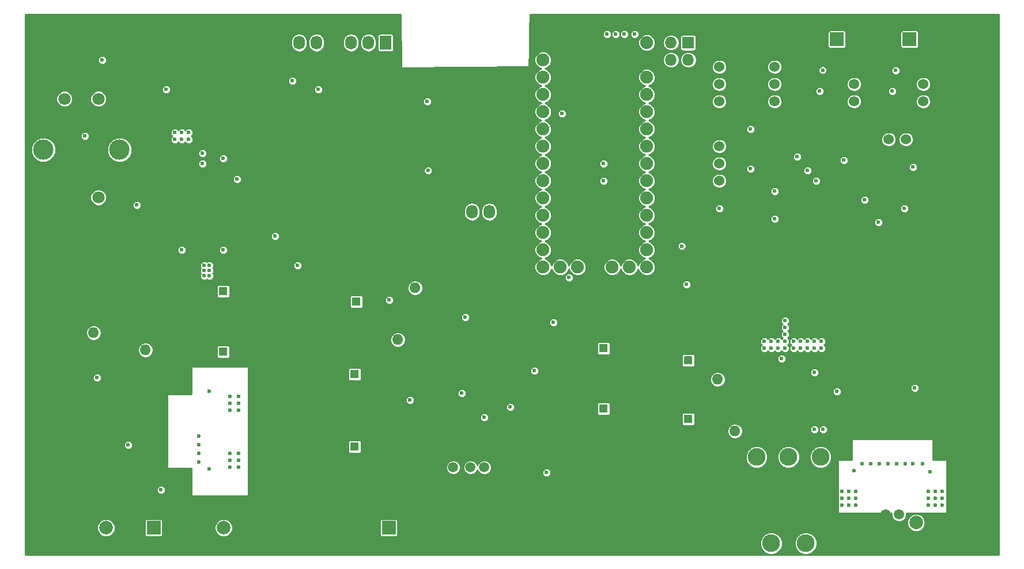
<source format=gbr>
G04 #@! TF.FileFunction,Copper,L2,Inr,Signal*
%FSLAX46Y46*%
G04 Gerber Fmt 4.6, Leading zero omitted, Abs format (unit mm)*
G04 Created by KiCad (PCBNEW (2015-06-14 BZR 5748)-product) date Saturday, August 01, 2015 'AMt' 10:31:55 AM*
%MOMM*%
G01*
G04 APERTURE LIST*
%ADD10C,0.100000*%
%ADD11R,2.032000X2.032000*%
%ADD12O,2.032000X2.032000*%
%ADD13R,2.000000X2.000000*%
%ADD14C,2.000000*%
%ADD15R,1.300000X1.300000*%
%ADD16C,1.300000*%
%ADD17C,1.501140*%
%ADD18C,2.999740*%
%ADD19R,1.727200X1.727200*%
%ADD20O,1.727200X1.727200*%
%ADD21R,1.727200X2.032000*%
%ADD22O,1.727200X2.032000*%
%ADD23C,1.800000*%
%ADD24C,3.000000*%
%ADD25C,1.524000*%
%ADD26C,2.612000*%
%ADD27O,1.600000X1.600000*%
%ADD28C,1.900000*%
%ADD29C,5.700000*%
%ADD30C,1.500000*%
%ADD31C,0.600000*%
%ADD32C,0.304800*%
%ADD33C,0.254000*%
G04 APERTURE END LIST*
D10*
D11*
X238506000Y-23368000D03*
D12*
X241046000Y-23368000D03*
D13*
X138120000Y-95250000D03*
D14*
X131120000Y-95250000D03*
D15*
X167640000Y-83312000D03*
D16*
X162640000Y-83312000D03*
D15*
X167894000Y-61976000D03*
D16*
X162894000Y-61976000D03*
D15*
X167640000Y-72644000D03*
D16*
X162640000Y-72644000D03*
X151836000Y-69342000D03*
D15*
X148336000Y-69342000D03*
D16*
X151836000Y-60452000D03*
D15*
X148336000Y-60452000D03*
D16*
X213162000Y-79248000D03*
D15*
X216662000Y-79248000D03*
D16*
X213162000Y-70612000D03*
D15*
X216662000Y-70612000D03*
D16*
X207716000Y-68834000D03*
D15*
X204216000Y-68834000D03*
D16*
X207716000Y-77724000D03*
D15*
X204216000Y-77724000D03*
D17*
X189230860Y-86357880D03*
X186690860Y-86357880D03*
X184658860Y-86357880D03*
X182118860Y-86357880D03*
D18*
X192278860Y-89024880D03*
X178562860Y-89024880D03*
D11*
X249174000Y-23368000D03*
D12*
X251714000Y-23368000D03*
D19*
X216662000Y-23876000D03*
D20*
X214122000Y-23876000D03*
X216662000Y-26416000D03*
X214122000Y-26416000D03*
X216662000Y-28956000D03*
X214122000Y-28956000D03*
D21*
X172212000Y-23876000D03*
D22*
X169672000Y-23876000D03*
X167132000Y-23876000D03*
X164592000Y-23876000D03*
X162052000Y-23876000D03*
X159512000Y-23876000D03*
D23*
X130008000Y-46624000D03*
X130008000Y-32124000D03*
X127508000Y-32124000D03*
X125008000Y-32124000D03*
X125008000Y-46624000D03*
D24*
X121908000Y-39624000D03*
X133108000Y-39624000D03*
D25*
X229362000Y-29972000D03*
X229362000Y-27432000D03*
X229362000Y-32512000D03*
X251206000Y-29972000D03*
X251206000Y-27432000D03*
X251206000Y-32512000D03*
X241046000Y-29972000D03*
X241046000Y-27432000D03*
X241046000Y-32512000D03*
X221234000Y-29972000D03*
X221234000Y-27432000D03*
X221234000Y-32512000D03*
X246126000Y-38100000D03*
X243586000Y-38100000D03*
X248666000Y-38100000D03*
X221234000Y-41656000D03*
X221234000Y-39116000D03*
X221234000Y-44196000D03*
D26*
X226694000Y-84836000D03*
X231394000Y-84836000D03*
X236094000Y-84836000D03*
X228854000Y-97536000D03*
X233934000Y-97536000D03*
D27*
X129286000Y-66548000D03*
X129286000Y-69088000D03*
X136906000Y-69088000D03*
X136906000Y-66548000D03*
X223520000Y-81026000D03*
X220980000Y-81026000D03*
X220980000Y-73406000D03*
X223520000Y-73406000D03*
D28*
X195326000Y-26416000D03*
X195326000Y-28956000D03*
X195326000Y-31496000D03*
X195326000Y-34036000D03*
X195326000Y-36576000D03*
X195326000Y-39116000D03*
X195326000Y-41656000D03*
X195326000Y-44196000D03*
X195326000Y-46736000D03*
X195326000Y-49276000D03*
X195326000Y-51816000D03*
X195326000Y-54356000D03*
X195326000Y-56896000D03*
X210566000Y-56896000D03*
X210566000Y-54356000D03*
X210566000Y-51816000D03*
X210566000Y-49276000D03*
X210566000Y-46736000D03*
X210566000Y-44196000D03*
X210566000Y-41656000D03*
X210566000Y-39116000D03*
X210566000Y-36576000D03*
X210566000Y-34036000D03*
X210566000Y-31496000D03*
X210566000Y-28956000D03*
X210566000Y-26416000D03*
X210566000Y-23876000D03*
X195326000Y-23876000D03*
X197866000Y-56896000D03*
X200406000Y-56896000D03*
X202946000Y-56896000D03*
X205486000Y-56896000D03*
X208026000Y-56896000D03*
D27*
X173990000Y-67564000D03*
X176530000Y-67564000D03*
X176530000Y-59944000D03*
X173990000Y-59944000D03*
D21*
X182372000Y-48768000D03*
D22*
X184912000Y-48768000D03*
X187452000Y-48768000D03*
D13*
X155392000Y-95250000D03*
D14*
X148392000Y-95250000D03*
D13*
X243134000Y-94488000D03*
D14*
X250134000Y-94488000D03*
D13*
X172664000Y-95250000D03*
D14*
X165664000Y-95250000D03*
D29*
X123396240Y-23876000D03*
X123444000Y-94996000D03*
X258064000Y-94996000D03*
X258064000Y-23876000D03*
D30*
X247634000Y-93304000D03*
X245634000Y-93304000D03*
D31*
X249936000Y-74676000D03*
X134366000Y-83058000D03*
X249682000Y-42164000D03*
X244602000Y-50292000D03*
X246634000Y-30988000D03*
X235966000Y-30988000D03*
X235458000Y-44196000D03*
X229362000Y-45720000D03*
X229362000Y-49784000D03*
X158496000Y-29464000D03*
X162306000Y-30734000D03*
X204216000Y-41656000D03*
X204216000Y-44196000D03*
X229870000Y-67818000D03*
X228854000Y-67818000D03*
X227838000Y-67818000D03*
X227838000Y-68834000D03*
X228854000Y-68834000D03*
X229870000Y-68834000D03*
X230886000Y-68834000D03*
X230886000Y-67818000D03*
X230886000Y-66802000D03*
X230886000Y-65786000D03*
X230886000Y-64770000D03*
X232156000Y-67818000D03*
X232156000Y-68834000D03*
X233172000Y-68834000D03*
X233172000Y-67818000D03*
X234188000Y-67818000D03*
X234188000Y-68834000D03*
X235204000Y-68834000D03*
X235204000Y-67818000D03*
X236220000Y-67818000D03*
X236220000Y-68834000D03*
X178435000Y-42672000D03*
X178308000Y-32512000D03*
X204724000Y-22606000D03*
X205994000Y-22606000D03*
X207264000Y-22606000D03*
X208788000Y-22606000D03*
X234188000Y-42672000D03*
X130556000Y-26416000D03*
X135636000Y-47752000D03*
X128016000Y-37592000D03*
X212852000Y-69088000D03*
X212852000Y-66548000D03*
X210312000Y-66548000D03*
X207772000Y-66548000D03*
X210312000Y-69088000D03*
X207772000Y-71628000D03*
X210312000Y-71628000D03*
X210312000Y-79248000D03*
X207772000Y-79248000D03*
X210312000Y-76708000D03*
X207772000Y-76708000D03*
X207772000Y-74168000D03*
X210312000Y-74168000D03*
X212852000Y-74168000D03*
X212852000Y-76708000D03*
X156972000Y-94488000D03*
X154432000Y-91948000D03*
X156972000Y-91948000D03*
X159512000Y-91948000D03*
X162052000Y-91948000D03*
X162052000Y-94488000D03*
X159512000Y-94488000D03*
X154432000Y-89408000D03*
X156972000Y-89408000D03*
X159512000Y-89408000D03*
X162052000Y-89408000D03*
X162052000Y-86868000D03*
X159512000Y-86868000D03*
X156972000Y-86868000D03*
X154432000Y-86868000D03*
X154432000Y-84328000D03*
X156972000Y-84328000D03*
X159512000Y-84328000D03*
X164592000Y-81788000D03*
X162052000Y-81788000D03*
X159512000Y-81788000D03*
X156972000Y-81788000D03*
X154432000Y-81788000D03*
X154432000Y-79248000D03*
X156972000Y-79248000D03*
X159512000Y-79248000D03*
X197358000Y-95758000D03*
X197358000Y-87122000D03*
X207518000Y-95504000D03*
X207518000Y-94742000D03*
X206756000Y-96012000D03*
X205994000Y-96012000D03*
X198628000Y-98044000D03*
X164592000Y-76708000D03*
X164592000Y-79248000D03*
X162052000Y-79248000D03*
X162052000Y-76708000D03*
X159512000Y-76708000D03*
X156972000Y-76708000D03*
X154432000Y-76708000D03*
X154432000Y-74168000D03*
X156972000Y-74168000D03*
X159512000Y-74168000D03*
X162052000Y-74168000D03*
X164592000Y-74168000D03*
X164592000Y-64008000D03*
X164592000Y-66548000D03*
X164592000Y-69088000D03*
X164592000Y-71628000D03*
X154432000Y-71628000D03*
X156972000Y-71628000D03*
X159512000Y-71628000D03*
X162052000Y-71628000D03*
X162052000Y-69088000D03*
X159512000Y-69088000D03*
X156972000Y-69088000D03*
X154432000Y-69088000D03*
X151892000Y-56388000D03*
X154432000Y-56388000D03*
X156972000Y-56388000D03*
X167132000Y-56388000D03*
X164592000Y-56388000D03*
X162052000Y-53848000D03*
X162052000Y-56388000D03*
X151892000Y-66548000D03*
X154432000Y-66548000D03*
X156972000Y-66548000D03*
X159512000Y-66548000D03*
X162052000Y-66548000D03*
X162052000Y-64008000D03*
X159512000Y-64008000D03*
X156972000Y-64008000D03*
X154432000Y-64008000D03*
X151892000Y-64008000D03*
X151892000Y-61468000D03*
X154432000Y-61468000D03*
X156972000Y-61468000D03*
X159512000Y-61468000D03*
X162052000Y-61468000D03*
X164592000Y-61468000D03*
X164592000Y-58928000D03*
X162052000Y-58928000D03*
X159512000Y-58928000D03*
X227203000Y-76581000D03*
X225933000Y-76581000D03*
X227203000Y-77851000D03*
X225806000Y-77851000D03*
X225933000Y-75311000D03*
X227076000Y-75311000D03*
X196088000Y-66548000D03*
X182880000Y-78232000D03*
X140716000Y-43434000D03*
X141986000Y-43434000D03*
X143764000Y-43434000D03*
X141986000Y-42672000D03*
X140716000Y-42672000D03*
X185420000Y-64008000D03*
X185420000Y-62484000D03*
X185420000Y-68072000D03*
X249682000Y-50292000D03*
X226123500Y-68008500D03*
X226060000Y-62484000D03*
X226060000Y-64008000D03*
X232664000Y-59944000D03*
X235204000Y-59944000D03*
X235204000Y-57404000D03*
X232664000Y-57404000D03*
X232664000Y-54864000D03*
X235204000Y-54864000D03*
X230378000Y-36830000D03*
X230632000Y-37592000D03*
X229362000Y-37592000D03*
X229362000Y-36830000D03*
X228346000Y-36830000D03*
X228346000Y-37592000D03*
X233934000Y-80772000D03*
X233934000Y-72644000D03*
X193548000Y-64008000D03*
X129286000Y-81534000D03*
X129286000Y-83058000D03*
X129286000Y-84582000D03*
X129286000Y-78486000D03*
X129286000Y-80010000D03*
X129286000Y-75438000D03*
X129286000Y-76962000D03*
X136906000Y-75946000D03*
X249936000Y-72136000D03*
X244856000Y-70866000D03*
X240284000Y-73406000D03*
X242062000Y-78740000D03*
X199898000Y-97028000D03*
X250698000Y-52832000D03*
X248158000Y-44196000D03*
X239522000Y-36068000D03*
X235458000Y-39116000D03*
X229362000Y-47244000D03*
X190500000Y-80264000D03*
X179832000Y-80264000D03*
X176657000Y-48133000D03*
X228092000Y-45720000D03*
X208026000Y-27686000D03*
X164592000Y-27432000D03*
X164592000Y-29464000D03*
X170942000Y-27432000D03*
X219456000Y-59944000D03*
X219456000Y-57658000D03*
X219456000Y-55372000D03*
X179324000Y-49276000D03*
X191516000Y-43434000D03*
X205740000Y-26568400D03*
X208381600Y-28956000D03*
X234188000Y-40386000D03*
X133604000Y-25908000D03*
X137668000Y-48260000D03*
X131064000Y-36576000D03*
X146304000Y-56642000D03*
X146304000Y-57404000D03*
X146304000Y-58166000D03*
X145542000Y-58166000D03*
X145542000Y-57404000D03*
X145542000Y-56642000D03*
X143256000Y-38100000D03*
X142240000Y-38100000D03*
X141224000Y-38100000D03*
X141224000Y-37084000D03*
X142240000Y-37084000D03*
X143256000Y-37084000D03*
X146304000Y-75184000D03*
X150622000Y-75946000D03*
X149352000Y-75946000D03*
X149352000Y-76962000D03*
X150622000Y-76962000D03*
X150622000Y-77978000D03*
X149352000Y-77978000D03*
X172720000Y-61722000D03*
X139192000Y-89662000D03*
X139954000Y-30734000D03*
X232664000Y-40640000D03*
X129794000Y-73152000D03*
X144780000Y-83058000D03*
X144780000Y-81788000D03*
X144780000Y-85598000D03*
X144780000Y-84328000D03*
X146304000Y-86614000D03*
X149352000Y-84328000D03*
X150622000Y-84328000D03*
X150622000Y-85344000D03*
X149352000Y-85344000D03*
X149352000Y-86360000D03*
X150622000Y-86360000D03*
X239268000Y-91948000D03*
X240284000Y-91948000D03*
X241300000Y-91948000D03*
X241300000Y-90932000D03*
X240284000Y-90932000D03*
X239268000Y-90932000D03*
X239268000Y-89916000D03*
X240284000Y-89916000D03*
X241300000Y-89916000D03*
X245999000Y-85852000D03*
X244729000Y-85852000D03*
X243459000Y-85852000D03*
X242189000Y-85852000D03*
X241046000Y-86868000D03*
X225806000Y-36576000D03*
X225806000Y-42418000D03*
X221234000Y-48260000D03*
X215709500Y-53784500D03*
X239522000Y-41148000D03*
X199136000Y-58420000D03*
X148336000Y-40894000D03*
X155956000Y-52324000D03*
X142240000Y-54356000D03*
X148336000Y-54356000D03*
X198120000Y-34290000D03*
X195834000Y-87122000D03*
X194056000Y-72136000D03*
X175768000Y-76454000D03*
X196850000Y-65024000D03*
X247142000Y-27940000D03*
X236423200Y-27889200D03*
X236474000Y-80772000D03*
X248412000Y-48260000D03*
X242570000Y-46990000D03*
X145288000Y-41656000D03*
X145288000Y-40132000D03*
X235204000Y-72390000D03*
X216408000Y-59436000D03*
X235204000Y-80772000D03*
X254000000Y-91948000D03*
X252984000Y-91948000D03*
X251968000Y-91948000D03*
X251968000Y-90932000D03*
X252984000Y-90932000D03*
X254000000Y-90932000D03*
X254000000Y-89916000D03*
X252984000Y-89916000D03*
X251968000Y-89916000D03*
X252222000Y-86995000D03*
X251079000Y-85852000D03*
X249682000Y-85852000D03*
X248539000Y-85852000D03*
X247269000Y-85852000D03*
X238506000Y-75184000D03*
X230378000Y-70358000D03*
X186690000Y-78994000D03*
X190500000Y-77470000D03*
X183896000Y-64262000D03*
X183388000Y-75438000D03*
X150368000Y-43942000D03*
X159258000Y-56642000D03*
D32*
X210312000Y-66548000D02*
X212852000Y-66548000D01*
X210312000Y-69088000D02*
X207772000Y-66548000D01*
X210312000Y-71628000D02*
X207772000Y-71628000D01*
X207772000Y-79248000D02*
X210312000Y-79248000D01*
X210312000Y-76708000D02*
X207772000Y-76708000D01*
X207772000Y-74168000D02*
X210312000Y-74168000D01*
X212852000Y-74168000D02*
X212852000Y-76708000D01*
X154432000Y-91948000D02*
X156972000Y-91948000D01*
X159512000Y-91948000D02*
X162052000Y-91948000D01*
X162052000Y-94488000D02*
X159512000Y-94488000D01*
X159512000Y-89408000D02*
X156972000Y-89408000D01*
X162052000Y-86868000D02*
X162052000Y-89408000D01*
X156972000Y-86868000D02*
X159512000Y-86868000D01*
X154432000Y-84328000D02*
X154432000Y-86868000D01*
X159512000Y-84328000D02*
X156972000Y-84328000D01*
X164592000Y-81788000D02*
X162052000Y-81788000D01*
X159512000Y-81788000D02*
X156972000Y-81788000D01*
X154432000Y-81788000D02*
X154432000Y-79248000D01*
X156972000Y-79248000D02*
X159512000Y-79248000D01*
X207518000Y-94742000D02*
X207518000Y-95504000D01*
X205994000Y-96012000D02*
X206756000Y-96012000D01*
X164592000Y-79248000D02*
X164592000Y-76708000D01*
X162052000Y-76708000D02*
X162052000Y-79248000D01*
X156972000Y-76708000D02*
X159512000Y-76708000D01*
X154432000Y-74168000D02*
X154432000Y-76708000D01*
X159512000Y-74168000D02*
X156972000Y-74168000D01*
X164592000Y-74168000D02*
X162052000Y-74168000D01*
X164592000Y-66548000D02*
X164592000Y-64008000D01*
X164592000Y-71628000D02*
X164592000Y-69088000D01*
X156972000Y-71628000D02*
X154432000Y-71628000D01*
X162052000Y-71628000D02*
X159512000Y-71628000D01*
X159512000Y-69088000D02*
X162052000Y-69088000D01*
X154432000Y-69088000D02*
X156972000Y-69088000D01*
X156972000Y-58928000D02*
X156972000Y-56388000D01*
X154432000Y-56388000D02*
X151892000Y-56388000D01*
X162052000Y-56388000D02*
X162052000Y-53848000D01*
X164592000Y-56388000D02*
X164592000Y-58928000D01*
X164592000Y-58928000D02*
X167132000Y-58928000D01*
X167132000Y-56388000D02*
X164592000Y-56388000D01*
X167132000Y-58928000D02*
X167132000Y-56388000D01*
X154432000Y-66548000D02*
X151892000Y-66548000D01*
X159512000Y-66548000D02*
X156972000Y-66548000D01*
X162052000Y-64008000D02*
X162052000Y-66548000D01*
X156972000Y-64008000D02*
X159512000Y-64008000D01*
X151892000Y-64008000D02*
X154432000Y-64008000D01*
X154432000Y-61468000D02*
X151892000Y-61468000D01*
X159512000Y-61468000D02*
X156972000Y-61468000D01*
X164592000Y-61468000D02*
X162052000Y-61468000D01*
X162052000Y-58928000D02*
X164592000Y-58928000D01*
X156972000Y-58928000D02*
X159512000Y-58928000D01*
X225933000Y-76581000D02*
X227203000Y-76581000D01*
X225806000Y-77851000D02*
X227203000Y-77851000D01*
X143764000Y-43434000D02*
X141986000Y-43434000D01*
X140716000Y-42672000D02*
X141986000Y-42672000D01*
X185420000Y-64008000D02*
X185420000Y-62484000D01*
X226060000Y-64008000D02*
X226060000Y-62484000D01*
X232664000Y-59944000D02*
X235204000Y-59944000D01*
X235204000Y-57404000D02*
X232664000Y-57404000D01*
X232664000Y-54864000D02*
X235204000Y-54864000D01*
X230632000Y-37592000D02*
X230378000Y-36830000D01*
X229362000Y-36830000D02*
X229362000Y-37592000D01*
X228346000Y-37592000D02*
X228346000Y-36830000D01*
X129286000Y-81534000D02*
X129286000Y-83058000D01*
X129286000Y-78486000D02*
X129286000Y-80010000D01*
X129286000Y-75438000D02*
X129286000Y-76962000D01*
X164592000Y-27432000D02*
X164592000Y-29464000D01*
X219456000Y-59944000D02*
X219456000Y-57658000D01*
X205740000Y-26568400D02*
X206908400Y-26568400D01*
X206908400Y-26568400D02*
X208026000Y-27686000D01*
X208381600Y-28041600D02*
X208381600Y-28956000D01*
X208026000Y-27686000D02*
X208381600Y-28041600D01*
X180086000Y-48514000D02*
X182372000Y-48514000D01*
D33*
G36*
X119249000Y-19681000D02*
X119249000Y-19681000D01*
X174374952Y-19681000D01*
X174498016Y-27434016D01*
X174503123Y-27457721D01*
X174508003Y-27481403D01*
X174508329Y-27481884D01*
X174508453Y-27482457D01*
X174522228Y-27502380D01*
X174535814Y-27522416D01*
X174536302Y-27522737D01*
X174536634Y-27523217D01*
X174556999Y-27536362D01*
X174577204Y-27549663D01*
X174577775Y-27549772D01*
X174578267Y-27550090D01*
X174602123Y-27554442D01*
X174625870Y-27558997D01*
X193167870Y-27431997D01*
X193190735Y-27427285D01*
X193213733Y-27423090D01*
X193214967Y-27422292D01*
X193216404Y-27421997D01*
X193235734Y-27408888D01*
X193255366Y-27396217D01*
X193256200Y-27395010D01*
X193257416Y-27394186D01*
X193270263Y-27374669D01*
X193283547Y-27355457D01*
X193283856Y-27354021D01*
X193284663Y-27352796D01*
X193289061Y-27329860D01*
X193293984Y-27307016D01*
X193328400Y-25138779D01*
X195073103Y-25138779D01*
X194603583Y-25332781D01*
X194244043Y-25691693D01*
X194049222Y-26160875D01*
X194048779Y-26668897D01*
X194242781Y-27138417D01*
X194601693Y-27497957D01*
X195055088Y-27686223D01*
X194603583Y-27872781D01*
X194244043Y-28231693D01*
X194049222Y-28700875D01*
X194048779Y-29208897D01*
X194242781Y-29678417D01*
X194601693Y-30037957D01*
X195055088Y-30226223D01*
X194603583Y-30412781D01*
X194244043Y-30771693D01*
X194049222Y-31240875D01*
X194048779Y-31748897D01*
X194242781Y-32218417D01*
X194601693Y-32577957D01*
X195055088Y-32766223D01*
X194603583Y-32952781D01*
X194244043Y-33311693D01*
X194049222Y-33780875D01*
X194048779Y-34288897D01*
X194242781Y-34758417D01*
X194601693Y-35117957D01*
X195055088Y-35306223D01*
X194603583Y-35492781D01*
X194244043Y-35851693D01*
X194049222Y-36320875D01*
X194048779Y-36828897D01*
X194242781Y-37298417D01*
X194601693Y-37657957D01*
X195055088Y-37846223D01*
X194603583Y-38032781D01*
X194244043Y-38391693D01*
X194049222Y-38860875D01*
X194048779Y-39368897D01*
X194242781Y-39838417D01*
X194601693Y-40197957D01*
X195055088Y-40386223D01*
X194603583Y-40572781D01*
X194244043Y-40931693D01*
X194049222Y-41400875D01*
X194048779Y-41908897D01*
X194242781Y-42378417D01*
X194601693Y-42737957D01*
X195055088Y-42926223D01*
X194603583Y-43112781D01*
X194244043Y-43471693D01*
X194049222Y-43940875D01*
X194048779Y-44448897D01*
X194242781Y-44918417D01*
X194601693Y-45277957D01*
X195055088Y-45466223D01*
X194603583Y-45652781D01*
X194244043Y-46011693D01*
X194049222Y-46480875D01*
X194048779Y-46988897D01*
X194242781Y-47458417D01*
X194601693Y-47817957D01*
X195055088Y-48006223D01*
X194603583Y-48192781D01*
X194244043Y-48551693D01*
X194049222Y-49020875D01*
X194048779Y-49528897D01*
X194242781Y-49998417D01*
X194601693Y-50357957D01*
X195055088Y-50546223D01*
X194603583Y-50732781D01*
X194244043Y-51091693D01*
X194049222Y-51560875D01*
X194048779Y-52068897D01*
X194242781Y-52538417D01*
X194601693Y-52897957D01*
X195055088Y-53086223D01*
X194603583Y-53272781D01*
X194244043Y-53631693D01*
X194049222Y-54100875D01*
X194048779Y-54608897D01*
X194242781Y-55078417D01*
X194601693Y-55437957D01*
X195055088Y-55626223D01*
X194603583Y-55812781D01*
X194244043Y-56171693D01*
X194049222Y-56640875D01*
X194048779Y-57148897D01*
X194242781Y-57618417D01*
X194601693Y-57977957D01*
X195070875Y-58172778D01*
X195578897Y-58173221D01*
X196048417Y-57979219D01*
X196407957Y-57620307D01*
X196596223Y-57166912D01*
X196782781Y-57618417D01*
X197141693Y-57977957D01*
X197610875Y-58172778D01*
X198118897Y-58173221D01*
X198588417Y-57979219D01*
X198775071Y-57792891D01*
X199011829Y-57792891D01*
X198781297Y-57888145D01*
X198604765Y-58064369D01*
X198509109Y-58294735D01*
X198508891Y-58544171D01*
X198604145Y-58774703D01*
X198780369Y-58951235D01*
X199010735Y-59046891D01*
X199260171Y-59047109D01*
X199490703Y-58951855D01*
X199633916Y-58808891D01*
X216283829Y-58808891D01*
X216053297Y-58904145D01*
X215876765Y-59080369D01*
X215781109Y-59310735D01*
X215780891Y-59560171D01*
X215876145Y-59790703D01*
X216052369Y-59967235D01*
X216282735Y-60062891D01*
X216532171Y-60063109D01*
X216762703Y-59967855D01*
X216939235Y-59791631D01*
X217034891Y-59561265D01*
X217035109Y-59311829D01*
X216939855Y-59081297D01*
X216763631Y-58904765D01*
X216533265Y-58809109D01*
X216283829Y-58808891D01*
X199633916Y-58808891D01*
X199667235Y-58775631D01*
X199762891Y-58545265D01*
X199763109Y-58295829D01*
X199667855Y-58065297D01*
X199491631Y-57888765D01*
X199261265Y-57793109D01*
X199011829Y-57792891D01*
X198775071Y-57792891D01*
X198947957Y-57620307D01*
X199136223Y-57166912D01*
X199322781Y-57618417D01*
X199681693Y-57977957D01*
X200150875Y-58172778D01*
X200658897Y-58173221D01*
X201128417Y-57979219D01*
X201487957Y-57620307D01*
X201682778Y-57151125D01*
X201683221Y-56643103D01*
X201489219Y-56173583D01*
X201130307Y-55814043D01*
X200661125Y-55619222D01*
X200153103Y-55618779D01*
X199683583Y-55812781D01*
X199324043Y-56171693D01*
X199135777Y-56625088D01*
X198949219Y-56173583D01*
X198590307Y-55814043D01*
X198121125Y-55619222D01*
X197613103Y-55618779D01*
X197143583Y-55812781D01*
X196784043Y-56171693D01*
X196595777Y-56625088D01*
X196409219Y-56173583D01*
X196050307Y-55814043D01*
X195596912Y-55625777D01*
X196048417Y-55439219D01*
X196407957Y-55080307D01*
X196602778Y-54611125D01*
X196603221Y-54103103D01*
X196409219Y-53633583D01*
X196050307Y-53274043D01*
X195596912Y-53085777D01*
X196048417Y-52899219D01*
X196407957Y-52540307D01*
X196602778Y-52071125D01*
X196603221Y-51563103D01*
X196409219Y-51093583D01*
X196050307Y-50734043D01*
X195596912Y-50545777D01*
X196048417Y-50359219D01*
X196407957Y-50000307D01*
X196602778Y-49531125D01*
X196603221Y-49023103D01*
X196409219Y-48553583D01*
X196050307Y-48194043D01*
X195596912Y-48005777D01*
X196048417Y-47819219D01*
X196407957Y-47460307D01*
X196602778Y-46991125D01*
X196603221Y-46483103D01*
X196409219Y-46013583D01*
X196050307Y-45654043D01*
X195596912Y-45465777D01*
X196048417Y-45279219D01*
X196407957Y-44920307D01*
X196602778Y-44451125D01*
X196603221Y-43943103D01*
X196448600Y-43568891D01*
X204091829Y-43568891D01*
X203861297Y-43664145D01*
X203684765Y-43840369D01*
X203589109Y-44070735D01*
X203588891Y-44320171D01*
X203684145Y-44550703D01*
X203860369Y-44727235D01*
X204090735Y-44822891D01*
X204340171Y-44823109D01*
X204570703Y-44727855D01*
X204747235Y-44551631D01*
X204842891Y-44321265D01*
X204843109Y-44071829D01*
X204747855Y-43841297D01*
X204571631Y-43664765D01*
X204341265Y-43569109D01*
X204091829Y-43568891D01*
X196448600Y-43568891D01*
X196409219Y-43473583D01*
X196050307Y-43114043D01*
X195596912Y-42925777D01*
X196048417Y-42739219D01*
X196407957Y-42380307D01*
X196602778Y-41911125D01*
X196603221Y-41403103D01*
X196448600Y-41028891D01*
X204091829Y-41028891D01*
X203861297Y-41124145D01*
X203684765Y-41300369D01*
X203589109Y-41530735D01*
X203588891Y-41780171D01*
X203684145Y-42010703D01*
X203860369Y-42187235D01*
X204090735Y-42282891D01*
X204340171Y-42283109D01*
X204570703Y-42187855D01*
X204747235Y-42011631D01*
X204842891Y-41781265D01*
X204843109Y-41531829D01*
X204747855Y-41301297D01*
X204571631Y-41124765D01*
X204341265Y-41029109D01*
X204091829Y-41028891D01*
X196448600Y-41028891D01*
X196409219Y-40933583D01*
X196050307Y-40574043D01*
X195596912Y-40385777D01*
X196048417Y-40199219D01*
X196407957Y-39840307D01*
X196602778Y-39371125D01*
X196603221Y-38863103D01*
X196409219Y-38393583D01*
X196050307Y-38034043D01*
X195596912Y-37845777D01*
X196048417Y-37659219D01*
X196407957Y-37300307D01*
X196602778Y-36831125D01*
X196603221Y-36323103D01*
X196409219Y-35853583D01*
X196050307Y-35494043D01*
X195596912Y-35305777D01*
X196048417Y-35119219D01*
X196407957Y-34760307D01*
X196602778Y-34291125D01*
X196603221Y-33783103D01*
X196553551Y-33662891D01*
X197995829Y-33662891D01*
X197765297Y-33758145D01*
X197588765Y-33934369D01*
X197493109Y-34164735D01*
X197492891Y-34414171D01*
X197588145Y-34644703D01*
X197764369Y-34821235D01*
X197994735Y-34916891D01*
X198244171Y-34917109D01*
X198474703Y-34821855D01*
X198651235Y-34645631D01*
X198746891Y-34415265D01*
X198747109Y-34165829D01*
X198651855Y-33935297D01*
X198475631Y-33758765D01*
X198245265Y-33663109D01*
X197995829Y-33662891D01*
X196553551Y-33662891D01*
X196409219Y-33313583D01*
X196050307Y-32954043D01*
X195596912Y-32765777D01*
X196048417Y-32579219D01*
X196407957Y-32220307D01*
X196602778Y-31751125D01*
X196603221Y-31243103D01*
X196409219Y-30773583D01*
X196050307Y-30414043D01*
X195596912Y-30225777D01*
X196048417Y-30039219D01*
X196407957Y-29680307D01*
X196602778Y-29211125D01*
X196603221Y-28703103D01*
X196409219Y-28233583D01*
X196050307Y-27874043D01*
X195596912Y-27685777D01*
X195613848Y-27678779D01*
X210313103Y-27678779D01*
X209843583Y-27872781D01*
X209484043Y-28231693D01*
X209289222Y-28700875D01*
X209288779Y-29208897D01*
X209482781Y-29678417D01*
X209841693Y-30037957D01*
X210295088Y-30226223D01*
X209843583Y-30412781D01*
X209484043Y-30771693D01*
X209289222Y-31240875D01*
X209288779Y-31748897D01*
X209482781Y-32218417D01*
X209841693Y-32577957D01*
X210295088Y-32766223D01*
X209843583Y-32952781D01*
X209484043Y-33311693D01*
X209289222Y-33780875D01*
X209288779Y-34288897D01*
X209482781Y-34758417D01*
X209841693Y-35117957D01*
X210295088Y-35306223D01*
X209843583Y-35492781D01*
X209484043Y-35851693D01*
X209289222Y-36320875D01*
X209288779Y-36828897D01*
X209482781Y-37298417D01*
X209841693Y-37657957D01*
X210295088Y-37846223D01*
X209843583Y-38032781D01*
X209484043Y-38391693D01*
X209289222Y-38860875D01*
X209288779Y-39368897D01*
X209482781Y-39838417D01*
X209841693Y-40197957D01*
X210295088Y-40386223D01*
X209843583Y-40572781D01*
X209484043Y-40931693D01*
X209289222Y-41400875D01*
X209288779Y-41908897D01*
X209482781Y-42378417D01*
X209841693Y-42737957D01*
X210295088Y-42926223D01*
X209843583Y-43112781D01*
X209484043Y-43471693D01*
X209289222Y-43940875D01*
X209288779Y-44448897D01*
X209482781Y-44918417D01*
X209841693Y-45277957D01*
X210295088Y-45466223D01*
X209843583Y-45652781D01*
X209484043Y-46011693D01*
X209289222Y-46480875D01*
X209288779Y-46988897D01*
X209482781Y-47458417D01*
X209841693Y-47817957D01*
X210295088Y-48006223D01*
X209843583Y-48192781D01*
X209484043Y-48551693D01*
X209289222Y-49020875D01*
X209288779Y-49528897D01*
X209482781Y-49998417D01*
X209841693Y-50357957D01*
X210295088Y-50546223D01*
X209843583Y-50732781D01*
X209484043Y-51091693D01*
X209289222Y-51560875D01*
X209288779Y-52068897D01*
X209482781Y-52538417D01*
X209841693Y-52897957D01*
X210295088Y-53086223D01*
X209843583Y-53272781D01*
X209484043Y-53631693D01*
X209289222Y-54100875D01*
X209288779Y-54608897D01*
X209482781Y-55078417D01*
X209841693Y-55437957D01*
X210295088Y-55626223D01*
X209843583Y-55812781D01*
X209484043Y-56171693D01*
X209295777Y-56625088D01*
X209109219Y-56173583D01*
X208750307Y-55814043D01*
X208281125Y-55619222D01*
X207773103Y-55618779D01*
X207303583Y-55812781D01*
X206944043Y-56171693D01*
X206755777Y-56625088D01*
X206569219Y-56173583D01*
X206210307Y-55814043D01*
X205741125Y-55619222D01*
X205233103Y-55618779D01*
X204763583Y-55812781D01*
X204404043Y-56171693D01*
X204209222Y-56640875D01*
X204208779Y-57148897D01*
X204402781Y-57618417D01*
X204761693Y-57977957D01*
X205230875Y-58172778D01*
X205738897Y-58173221D01*
X206208417Y-57979219D01*
X206567957Y-57620307D01*
X206756223Y-57166912D01*
X206942781Y-57618417D01*
X207301693Y-57977957D01*
X207770875Y-58172778D01*
X208278897Y-58173221D01*
X208748417Y-57979219D01*
X209107957Y-57620307D01*
X209296223Y-57166912D01*
X209482781Y-57618417D01*
X209841693Y-57977957D01*
X210310875Y-58172778D01*
X210818897Y-58173221D01*
X211288417Y-57979219D01*
X211647957Y-57620307D01*
X211842778Y-57151125D01*
X211843221Y-56643103D01*
X211649219Y-56173583D01*
X211290307Y-55814043D01*
X210836912Y-55625777D01*
X211288417Y-55439219D01*
X211647957Y-55080307D01*
X211842778Y-54611125D01*
X211843221Y-54103103D01*
X211649219Y-53633583D01*
X211290307Y-53274043D01*
X211009378Y-53157391D01*
X215585329Y-53157391D01*
X215354797Y-53252645D01*
X215178265Y-53428869D01*
X215082609Y-53659235D01*
X215082391Y-53908671D01*
X215177645Y-54139203D01*
X215353869Y-54315735D01*
X215584235Y-54411391D01*
X215833671Y-54411609D01*
X216064203Y-54316355D01*
X216240735Y-54140131D01*
X216336391Y-53909765D01*
X216336609Y-53660329D01*
X216241355Y-53429797D01*
X216065131Y-53253265D01*
X215834765Y-53157609D01*
X215585329Y-53157391D01*
X211009378Y-53157391D01*
X210836912Y-53085777D01*
X211288417Y-52899219D01*
X211647957Y-52540307D01*
X211842778Y-52071125D01*
X211843221Y-51563103D01*
X211649219Y-51093583D01*
X211290307Y-50734043D01*
X210836912Y-50545777D01*
X211288417Y-50359219D01*
X211647957Y-50000307D01*
X211842778Y-49531125D01*
X211843104Y-49156891D01*
X229237829Y-49156891D01*
X229007297Y-49252145D01*
X228830765Y-49428369D01*
X228735109Y-49658735D01*
X228734891Y-49908171D01*
X228830145Y-50138703D01*
X229006369Y-50315235D01*
X229236735Y-50410891D01*
X229486171Y-50411109D01*
X229716703Y-50315855D01*
X229893235Y-50139631D01*
X229988891Y-49909265D01*
X229989104Y-49664891D01*
X244477829Y-49664891D01*
X244247297Y-49760145D01*
X244070765Y-49936369D01*
X243975109Y-50166735D01*
X243974891Y-50416171D01*
X244070145Y-50646703D01*
X244246369Y-50823235D01*
X244476735Y-50918891D01*
X244726171Y-50919109D01*
X244956703Y-50823855D01*
X245133235Y-50647631D01*
X245228891Y-50417265D01*
X245229109Y-50167829D01*
X245133855Y-49937297D01*
X244957631Y-49760765D01*
X244727265Y-49665109D01*
X244477829Y-49664891D01*
X229989104Y-49664891D01*
X229989109Y-49659829D01*
X229893855Y-49429297D01*
X229717631Y-49252765D01*
X229487265Y-49157109D01*
X229237829Y-49156891D01*
X211843104Y-49156891D01*
X211843221Y-49023103D01*
X211649219Y-48553583D01*
X211290307Y-48194043D01*
X210836912Y-48005777D01*
X211288417Y-47819219D01*
X211475071Y-47632891D01*
X221109829Y-47632891D01*
X220879297Y-47728145D01*
X220702765Y-47904369D01*
X220607109Y-48134735D01*
X220606891Y-48384171D01*
X220702145Y-48614703D01*
X220878369Y-48791235D01*
X221108735Y-48886891D01*
X221358171Y-48887109D01*
X221588703Y-48791855D01*
X221765235Y-48615631D01*
X221860891Y-48385265D01*
X221861109Y-48135829D01*
X221765855Y-47905297D01*
X221589631Y-47728765D01*
X221359265Y-47633109D01*
X221109829Y-47632891D01*
X248287829Y-47632891D01*
X248057297Y-47728145D01*
X247880765Y-47904369D01*
X247785109Y-48134735D01*
X247784891Y-48384171D01*
X247880145Y-48614703D01*
X248056369Y-48791235D01*
X248286735Y-48886891D01*
X248536171Y-48887109D01*
X248766703Y-48791855D01*
X248943235Y-48615631D01*
X249038891Y-48385265D01*
X249039109Y-48135829D01*
X248943855Y-47905297D01*
X248767631Y-47728765D01*
X248537265Y-47633109D01*
X248287829Y-47632891D01*
X221109829Y-47632891D01*
X221109829Y-47632891D01*
X211475071Y-47632891D01*
X211647957Y-47460307D01*
X211842778Y-46991125D01*
X211843221Y-46483103D01*
X211793551Y-46362891D01*
X242445829Y-46362891D01*
X242215297Y-46458145D01*
X242038765Y-46634369D01*
X241943109Y-46864735D01*
X241942891Y-47114171D01*
X242038145Y-47344703D01*
X242214369Y-47521235D01*
X242444735Y-47616891D01*
X242694171Y-47617109D01*
X242924703Y-47521855D01*
X243101235Y-47345631D01*
X243196891Y-47115265D01*
X243197109Y-46865829D01*
X243101855Y-46635297D01*
X242925631Y-46458765D01*
X242695265Y-46363109D01*
X242445829Y-46362891D01*
X211793551Y-46362891D01*
X211649219Y-46013583D01*
X211290307Y-45654043D01*
X210836912Y-45465777D01*
X211288417Y-45279219D01*
X211647957Y-44920307D01*
X211842778Y-44451125D01*
X211843221Y-43943103D01*
X211649219Y-43473583D01*
X211290307Y-43114043D01*
X211272891Y-43106811D01*
X221018335Y-43106811D01*
X220617937Y-43272252D01*
X220311329Y-43578326D01*
X220145189Y-43978434D01*
X220144811Y-44411665D01*
X220310252Y-44812063D01*
X220616326Y-45118671D01*
X221016434Y-45284811D01*
X221449665Y-45285189D01*
X221850063Y-45119748D01*
X221876966Y-45092891D01*
X229237829Y-45092891D01*
X229007297Y-45188145D01*
X228830765Y-45364369D01*
X228735109Y-45594735D01*
X228734891Y-45844171D01*
X228830145Y-46074703D01*
X229006369Y-46251235D01*
X229236735Y-46346891D01*
X229486171Y-46347109D01*
X229716703Y-46251855D01*
X229893235Y-46075631D01*
X229988891Y-45845265D01*
X229989109Y-45595829D01*
X229893855Y-45365297D01*
X229717631Y-45188765D01*
X229487265Y-45093109D01*
X229237829Y-45092891D01*
X221876966Y-45092891D01*
X222156671Y-44813674D01*
X222322811Y-44413566D01*
X222323189Y-43980335D01*
X222157748Y-43579937D01*
X222146722Y-43568891D01*
X235333829Y-43568891D01*
X235103297Y-43664145D01*
X234926765Y-43840369D01*
X234831109Y-44070735D01*
X234830891Y-44320171D01*
X234926145Y-44550703D01*
X235102369Y-44727235D01*
X235332735Y-44822891D01*
X235582171Y-44823109D01*
X235812703Y-44727855D01*
X235989235Y-44551631D01*
X236084891Y-44321265D01*
X236085109Y-44071829D01*
X235989855Y-43841297D01*
X235813631Y-43664765D01*
X235583265Y-43569109D01*
X235333829Y-43568891D01*
X222146722Y-43568891D01*
X221851674Y-43273329D01*
X221451566Y-43107189D01*
X221018335Y-43106811D01*
X211272891Y-43106811D01*
X210836912Y-42925777D01*
X211288417Y-42739219D01*
X211647957Y-42380307D01*
X211842778Y-41911125D01*
X211843221Y-41403103D01*
X211649219Y-40933583D01*
X211290307Y-40574043D01*
X211272891Y-40566811D01*
X221018335Y-40566811D01*
X220617937Y-40732252D01*
X220311329Y-41038326D01*
X220145189Y-41438434D01*
X220144811Y-41871665D01*
X220310252Y-42272063D01*
X220616326Y-42578671D01*
X221016434Y-42744811D01*
X221449665Y-42745189D01*
X221850063Y-42579748D01*
X222156671Y-42273674D01*
X222322811Y-41873566D01*
X222322883Y-41790891D01*
X225681829Y-41790891D01*
X225451297Y-41886145D01*
X225274765Y-42062369D01*
X225179109Y-42292735D01*
X225178891Y-42542171D01*
X225274145Y-42772703D01*
X225450369Y-42949235D01*
X225680735Y-43044891D01*
X225930171Y-43045109D01*
X226160703Y-42949855D01*
X226337235Y-42773631D01*
X226432891Y-42543265D01*
X226433109Y-42293829D01*
X226337855Y-42063297D01*
X226319482Y-42044891D01*
X234063829Y-42044891D01*
X233833297Y-42140145D01*
X233656765Y-42316369D01*
X233561109Y-42546735D01*
X233560891Y-42796171D01*
X233656145Y-43026703D01*
X233832369Y-43203235D01*
X234062735Y-43298891D01*
X234312171Y-43299109D01*
X234542703Y-43203855D01*
X234719235Y-43027631D01*
X234814891Y-42797265D01*
X234815109Y-42547829D01*
X234719855Y-42317297D01*
X234543631Y-42140765D01*
X234313265Y-42045109D01*
X234063829Y-42044891D01*
X226319482Y-42044891D01*
X226161631Y-41886765D01*
X225931265Y-41791109D01*
X225681829Y-41790891D01*
X222322883Y-41790891D01*
X222323189Y-41440335D01*
X222157748Y-41039937D01*
X221851674Y-40733329D01*
X221451566Y-40567189D01*
X221018335Y-40566811D01*
X211272891Y-40566811D01*
X210836912Y-40385777D01*
X211288417Y-40199219D01*
X211647957Y-39840307D01*
X211842778Y-39371125D01*
X211843221Y-38863103D01*
X211649219Y-38393583D01*
X211290307Y-38034043D01*
X211272891Y-38026811D01*
X221018335Y-38026811D01*
X220617937Y-38192252D01*
X220311329Y-38498326D01*
X220145189Y-38898434D01*
X220144811Y-39331665D01*
X220310252Y-39732063D01*
X220616326Y-40038671D01*
X221016434Y-40204811D01*
X221449665Y-40205189D01*
X221850063Y-40039748D01*
X221876966Y-40012891D01*
X232539829Y-40012891D01*
X232309297Y-40108145D01*
X232132765Y-40284369D01*
X232037109Y-40514735D01*
X232036891Y-40764171D01*
X232132145Y-40994703D01*
X232308369Y-41171235D01*
X232538735Y-41266891D01*
X232788171Y-41267109D01*
X233018703Y-41171855D01*
X233195235Y-40995631D01*
X233290891Y-40765265D01*
X233291104Y-40520891D01*
X239397829Y-40520891D01*
X239167297Y-40616145D01*
X238990765Y-40792369D01*
X238895109Y-41022735D01*
X238894891Y-41272171D01*
X238990145Y-41502703D01*
X239166369Y-41679235D01*
X239396735Y-41774891D01*
X239646171Y-41775109D01*
X239876703Y-41679855D01*
X240019916Y-41536891D01*
X249557829Y-41536891D01*
X249327297Y-41632145D01*
X249150765Y-41808369D01*
X249055109Y-42038735D01*
X249054891Y-42288171D01*
X249150145Y-42518703D01*
X249326369Y-42695235D01*
X249556735Y-42790891D01*
X249806171Y-42791109D01*
X250036703Y-42695855D01*
X250213235Y-42519631D01*
X250308891Y-42289265D01*
X250309109Y-42039829D01*
X250213855Y-41809297D01*
X250037631Y-41632765D01*
X249807265Y-41537109D01*
X249557829Y-41536891D01*
X240019916Y-41536891D01*
X240053235Y-41503631D01*
X240148891Y-41273265D01*
X240149109Y-41023829D01*
X240053855Y-40793297D01*
X239877631Y-40616765D01*
X239647265Y-40521109D01*
X239397829Y-40520891D01*
X233291104Y-40520891D01*
X233291109Y-40515829D01*
X233195855Y-40285297D01*
X233019631Y-40108765D01*
X232789265Y-40013109D01*
X232539829Y-40012891D01*
X221876966Y-40012891D01*
X222156671Y-39733674D01*
X222322811Y-39333566D01*
X222323189Y-38900335D01*
X222157748Y-38499937D01*
X221851674Y-38193329D01*
X221451566Y-38027189D01*
X221018335Y-38026811D01*
X211272891Y-38026811D01*
X210836912Y-37845777D01*
X211288417Y-37659219D01*
X211647957Y-37300307D01*
X211842778Y-36831125D01*
X211843221Y-36323103D01*
X211688600Y-35948891D01*
X225681829Y-35948891D01*
X225451297Y-36044145D01*
X225274765Y-36220369D01*
X225179109Y-36450735D01*
X225178891Y-36700171D01*
X225274145Y-36930703D01*
X225450369Y-37107235D01*
X225680735Y-37202891D01*
X225930171Y-37203109D01*
X226160703Y-37107855D01*
X226257916Y-37010811D01*
X245910335Y-37010811D01*
X245509937Y-37176252D01*
X245203329Y-37482326D01*
X245037189Y-37882434D01*
X245036811Y-38315665D01*
X245202252Y-38716063D01*
X245508326Y-39022671D01*
X245908434Y-39188811D01*
X246341665Y-39189189D01*
X246742063Y-39023748D01*
X247048671Y-38717674D01*
X247214811Y-38317566D01*
X247215189Y-37884335D01*
X247049748Y-37483937D01*
X246743674Y-37177329D01*
X246343566Y-37011189D01*
X245910335Y-37010811D01*
X248450335Y-37010811D01*
X248049937Y-37176252D01*
X247743329Y-37482326D01*
X247577189Y-37882434D01*
X247576811Y-38315665D01*
X247742252Y-38716063D01*
X248048326Y-39022671D01*
X248448434Y-39188811D01*
X248881665Y-39189189D01*
X249282063Y-39023748D01*
X249588671Y-38717674D01*
X249754811Y-38317566D01*
X249755189Y-37884335D01*
X249589748Y-37483937D01*
X249283674Y-37177329D01*
X248883566Y-37011189D01*
X248450335Y-37010811D01*
X245910335Y-37010811D01*
X245910335Y-37010811D01*
X226257916Y-37010811D01*
X226337235Y-36931631D01*
X226432891Y-36701265D01*
X226433109Y-36451829D01*
X226337855Y-36221297D01*
X226161631Y-36044765D01*
X225931265Y-35949109D01*
X225681829Y-35948891D01*
X211688600Y-35948891D01*
X211649219Y-35853583D01*
X211290307Y-35494043D01*
X210836912Y-35305777D01*
X211288417Y-35119219D01*
X211647957Y-34760307D01*
X211842778Y-34291125D01*
X211843221Y-33783103D01*
X211649219Y-33313583D01*
X211290307Y-32954043D01*
X210836912Y-32765777D01*
X211288417Y-32579219D01*
X211647957Y-32220307D01*
X211842778Y-31751125D01*
X211843064Y-31422811D01*
X221018335Y-31422811D01*
X220617937Y-31588252D01*
X220311329Y-31894326D01*
X220145189Y-32294434D01*
X220144811Y-32727665D01*
X220310252Y-33128063D01*
X220616326Y-33434671D01*
X221016434Y-33600811D01*
X221449665Y-33601189D01*
X221850063Y-33435748D01*
X222156671Y-33129674D01*
X222322811Y-32729566D01*
X222323189Y-32296335D01*
X222157748Y-31895937D01*
X221851674Y-31589329D01*
X221451566Y-31423189D01*
X221018335Y-31422811D01*
X229146335Y-31422811D01*
X228745937Y-31588252D01*
X228439329Y-31894326D01*
X228273189Y-32294434D01*
X228272811Y-32727665D01*
X228438252Y-33128063D01*
X228744326Y-33434671D01*
X229144434Y-33600811D01*
X229577665Y-33601189D01*
X229978063Y-33435748D01*
X230284671Y-33129674D01*
X230450811Y-32729566D01*
X230451189Y-32296335D01*
X230285748Y-31895937D01*
X229979674Y-31589329D01*
X229579566Y-31423189D01*
X229146335Y-31422811D01*
X221018335Y-31422811D01*
X221018335Y-31422811D01*
X211843064Y-31422811D01*
X211843221Y-31243103D01*
X211649219Y-30773583D01*
X211290307Y-30414043D01*
X210836912Y-30225777D01*
X211288417Y-30039219D01*
X211647957Y-29680307D01*
X211842778Y-29211125D01*
X211843064Y-28882811D01*
X221018335Y-28882811D01*
X220617937Y-29048252D01*
X220311329Y-29354326D01*
X220145189Y-29754434D01*
X220144811Y-30187665D01*
X220310252Y-30588063D01*
X220616326Y-30894671D01*
X221016434Y-31060811D01*
X221449665Y-31061189D01*
X221850063Y-30895748D01*
X222156671Y-30589674D01*
X222322811Y-30189566D01*
X222323189Y-29756335D01*
X222157748Y-29355937D01*
X221851674Y-29049329D01*
X221451566Y-28883189D01*
X221018335Y-28882811D01*
X229146335Y-28882811D01*
X228745937Y-29048252D01*
X228439329Y-29354326D01*
X228273189Y-29754434D01*
X228272811Y-30187665D01*
X228438252Y-30588063D01*
X228744326Y-30894671D01*
X229144434Y-31060811D01*
X229577665Y-31061189D01*
X229978063Y-30895748D01*
X230284671Y-30589674D01*
X230379670Y-30360891D01*
X235841829Y-30360891D01*
X235611297Y-30456145D01*
X235434765Y-30632369D01*
X235339109Y-30862735D01*
X235338891Y-31112171D01*
X235434145Y-31342703D01*
X235610369Y-31519235D01*
X235840735Y-31614891D01*
X236090171Y-31615109D01*
X236320703Y-31519855D01*
X236417916Y-31422811D01*
X240830335Y-31422811D01*
X240429937Y-31588252D01*
X240123329Y-31894326D01*
X239957189Y-32294434D01*
X239956811Y-32727665D01*
X240122252Y-33128063D01*
X240428326Y-33434671D01*
X240828434Y-33600811D01*
X241261665Y-33601189D01*
X241662063Y-33435748D01*
X241968671Y-33129674D01*
X242134811Y-32729566D01*
X242135189Y-32296335D01*
X241969748Y-31895937D01*
X241663674Y-31589329D01*
X241263566Y-31423189D01*
X240830335Y-31422811D01*
X236417916Y-31422811D01*
X236497235Y-31343631D01*
X236592891Y-31113265D01*
X236593109Y-30863829D01*
X236497855Y-30633297D01*
X236321631Y-30456765D01*
X236091265Y-30361109D01*
X235841829Y-30360891D01*
X230379670Y-30360891D01*
X230450811Y-30189566D01*
X230451189Y-29756335D01*
X230285748Y-29355937D01*
X229979674Y-29049329D01*
X229579566Y-28883189D01*
X229146335Y-28882811D01*
X240830335Y-28882811D01*
X240429937Y-29048252D01*
X240123329Y-29354326D01*
X239957189Y-29754434D01*
X239956811Y-30187665D01*
X240122252Y-30588063D01*
X240428326Y-30894671D01*
X240828434Y-31060811D01*
X241261665Y-31061189D01*
X241662063Y-30895748D01*
X241968671Y-30589674D01*
X242063670Y-30360891D01*
X246509829Y-30360891D01*
X246279297Y-30456145D01*
X246102765Y-30632369D01*
X246007109Y-30862735D01*
X246006891Y-31112171D01*
X246102145Y-31342703D01*
X246278369Y-31519235D01*
X246508735Y-31614891D01*
X246758171Y-31615109D01*
X246988703Y-31519855D01*
X247085916Y-31422811D01*
X250990335Y-31422811D01*
X250589937Y-31588252D01*
X250283329Y-31894326D01*
X250117189Y-32294434D01*
X250116811Y-32727665D01*
X250282252Y-33128063D01*
X250588326Y-33434671D01*
X250988434Y-33600811D01*
X251421665Y-33601189D01*
X251822063Y-33435748D01*
X252128671Y-33129674D01*
X252294811Y-32729566D01*
X252295189Y-32296335D01*
X252129748Y-31895937D01*
X251823674Y-31589329D01*
X251423566Y-31423189D01*
X250990335Y-31422811D01*
X247085916Y-31422811D01*
X247165235Y-31343631D01*
X247260891Y-31113265D01*
X247261109Y-30863829D01*
X247165855Y-30633297D01*
X246989631Y-30456765D01*
X246759265Y-30361109D01*
X246509829Y-30360891D01*
X242063670Y-30360891D01*
X242134811Y-30189566D01*
X242135189Y-29756335D01*
X241969748Y-29355937D01*
X241663674Y-29049329D01*
X241263566Y-28883189D01*
X240830335Y-28882811D01*
X250990335Y-28882811D01*
X250589937Y-29048252D01*
X250283329Y-29354326D01*
X250117189Y-29754434D01*
X250116811Y-30187665D01*
X250282252Y-30588063D01*
X250588326Y-30894671D01*
X250988434Y-31060811D01*
X251421665Y-31061189D01*
X251822063Y-30895748D01*
X252128671Y-30589674D01*
X252294811Y-30189566D01*
X252295189Y-29756335D01*
X252129748Y-29355937D01*
X251823674Y-29049329D01*
X251423566Y-28883189D01*
X250990335Y-28882811D01*
X240830335Y-28882811D01*
X240830335Y-28882811D01*
X229146335Y-28882811D01*
X229146335Y-28882811D01*
X221018335Y-28882811D01*
X221018335Y-28882811D01*
X211843064Y-28882811D01*
X211843221Y-28703103D01*
X211649219Y-28233583D01*
X211290307Y-27874043D01*
X210821125Y-27679222D01*
X210313103Y-27678779D01*
X195613848Y-27678779D01*
X196048417Y-27499219D01*
X196407957Y-27140307D01*
X196602778Y-26671125D01*
X196603221Y-26163103D01*
X196409219Y-25693583D01*
X196050307Y-25334043D01*
X195788666Y-25225400D01*
X214098675Y-25225400D01*
X213643052Y-25316029D01*
X213256794Y-25574119D01*
X212998704Y-25960377D01*
X212908075Y-26416000D01*
X212998704Y-26871623D01*
X213256794Y-27257881D01*
X213643052Y-27515971D01*
X214098675Y-27606600D01*
X214145325Y-27606600D01*
X214600948Y-27515971D01*
X214987206Y-27257881D01*
X215245296Y-26871623D01*
X215335925Y-26416000D01*
X215245296Y-25960377D01*
X214987206Y-25574119D01*
X214600948Y-25316029D01*
X214145325Y-25225400D01*
X216638675Y-25225400D01*
X216183052Y-25316029D01*
X215796794Y-25574119D01*
X215538704Y-25960377D01*
X215448075Y-26416000D01*
X215538704Y-26871623D01*
X215796794Y-27257881D01*
X216183052Y-27515971D01*
X216638675Y-27606600D01*
X216685325Y-27606600D01*
X217140948Y-27515971D01*
X217527206Y-27257881D01*
X217785296Y-26871623D01*
X217875925Y-26416000D01*
X217861367Y-26342811D01*
X221018335Y-26342811D01*
X220617937Y-26508252D01*
X220311329Y-26814326D01*
X220145189Y-27214434D01*
X220144811Y-27647665D01*
X220310252Y-28048063D01*
X220616326Y-28354671D01*
X221016434Y-28520811D01*
X221449665Y-28521189D01*
X221850063Y-28355748D01*
X222156671Y-28049674D01*
X222322811Y-27649566D01*
X222323189Y-27216335D01*
X222157748Y-26815937D01*
X221851674Y-26509329D01*
X221451566Y-26343189D01*
X221018335Y-26342811D01*
X229146335Y-26342811D01*
X228745937Y-26508252D01*
X228439329Y-26814326D01*
X228273189Y-27214434D01*
X228272811Y-27647665D01*
X228438252Y-28048063D01*
X228744326Y-28354671D01*
X229144434Y-28520811D01*
X229577665Y-28521189D01*
X229978063Y-28355748D01*
X230284671Y-28049674D01*
X230450811Y-27649566D01*
X230451149Y-27262091D01*
X236299029Y-27262091D01*
X236068497Y-27357345D01*
X235891965Y-27533569D01*
X235796309Y-27763935D01*
X235796091Y-28013371D01*
X235891345Y-28243903D01*
X236067569Y-28420435D01*
X236297935Y-28516091D01*
X236547371Y-28516309D01*
X236777903Y-28421055D01*
X236954435Y-28244831D01*
X237050091Y-28014465D01*
X237050309Y-27765029D01*
X236955055Y-27534497D01*
X236778831Y-27357965D01*
X236670281Y-27312891D01*
X247017829Y-27312891D01*
X246787297Y-27408145D01*
X246610765Y-27584369D01*
X246515109Y-27814735D01*
X246514891Y-28064171D01*
X246610145Y-28294703D01*
X246786369Y-28471235D01*
X247016735Y-28566891D01*
X247266171Y-28567109D01*
X247496703Y-28471855D01*
X247673235Y-28295631D01*
X247768891Y-28065265D01*
X247769109Y-27815829D01*
X247673855Y-27585297D01*
X247497631Y-27408765D01*
X247267265Y-27313109D01*
X247017829Y-27312891D01*
X236670281Y-27312891D01*
X236548465Y-27262309D01*
X236299029Y-27262091D01*
X230451149Y-27262091D01*
X230451189Y-27216335D01*
X230285748Y-26815937D01*
X229979674Y-26509329D01*
X229579566Y-26343189D01*
X229146335Y-26342811D01*
X221018335Y-26342811D01*
X221018335Y-26342811D01*
X217861367Y-26342811D01*
X217785296Y-25960377D01*
X217527206Y-25574119D01*
X217140948Y-25316029D01*
X216685325Y-25225400D01*
X216638675Y-25225400D01*
X214145325Y-25225400D01*
X214145325Y-25225400D01*
X214098675Y-25225400D01*
X195788666Y-25225400D01*
X195581125Y-25139222D01*
X195073103Y-25138779D01*
X193328400Y-25138779D01*
X193378557Y-21978891D01*
X204599829Y-21978891D01*
X204369297Y-22074145D01*
X204192765Y-22250369D01*
X204097109Y-22480735D01*
X204096891Y-22730171D01*
X204192145Y-22960703D01*
X204368369Y-23137235D01*
X204598735Y-23232891D01*
X204848171Y-23233109D01*
X205078703Y-23137855D01*
X205255235Y-22961631D01*
X205350891Y-22731265D01*
X205351109Y-22481829D01*
X205255855Y-22251297D01*
X205079631Y-22074765D01*
X204849265Y-21979109D01*
X204599829Y-21978891D01*
X205869829Y-21978891D01*
X205639297Y-22074145D01*
X205462765Y-22250369D01*
X205367109Y-22480735D01*
X205366891Y-22730171D01*
X205462145Y-22960703D01*
X205638369Y-23137235D01*
X205868735Y-23232891D01*
X206118171Y-23233109D01*
X206348703Y-23137855D01*
X206525235Y-22961631D01*
X206620891Y-22731265D01*
X206621109Y-22481829D01*
X206525855Y-22251297D01*
X206349631Y-22074765D01*
X206119265Y-21979109D01*
X205869829Y-21978891D01*
X207139829Y-21978891D01*
X206909297Y-22074145D01*
X206732765Y-22250369D01*
X206637109Y-22480735D01*
X206636891Y-22730171D01*
X206732145Y-22960703D01*
X206908369Y-23137235D01*
X207138735Y-23232891D01*
X207388171Y-23233109D01*
X207618703Y-23137855D01*
X207795235Y-22961631D01*
X207890891Y-22731265D01*
X207891109Y-22481829D01*
X207795855Y-22251297D01*
X207619631Y-22074765D01*
X207389265Y-21979109D01*
X207139829Y-21978891D01*
X208663829Y-21978891D01*
X208433297Y-22074145D01*
X208256765Y-22250369D01*
X208161109Y-22480735D01*
X208160891Y-22730171D01*
X208256145Y-22960703D01*
X208432369Y-23137235D01*
X208662735Y-23232891D01*
X208912171Y-23233109D01*
X209142703Y-23137855D01*
X209319235Y-22961631D01*
X209414891Y-22731265D01*
X209415006Y-22598779D01*
X210313103Y-22598779D01*
X209843583Y-22792781D01*
X209484043Y-23151693D01*
X209289222Y-23620875D01*
X209288779Y-24128897D01*
X209482781Y-24598417D01*
X209841693Y-24957957D01*
X210310875Y-25152778D01*
X210818897Y-25153221D01*
X211288417Y-24959219D01*
X211647957Y-24600307D01*
X211842778Y-24131125D01*
X211843221Y-23623103D01*
X211649219Y-23153583D01*
X211290307Y-22794043D01*
X211028666Y-22685400D01*
X214098675Y-22685400D01*
X213643052Y-22776029D01*
X213256794Y-23034119D01*
X212998704Y-23420377D01*
X212908075Y-23876000D01*
X212998704Y-24331623D01*
X213256794Y-24717881D01*
X213643052Y-24975971D01*
X214098675Y-25066600D01*
X214145325Y-25066600D01*
X214600948Y-24975971D01*
X214987206Y-24717881D01*
X215245296Y-24331623D01*
X215335925Y-23876000D01*
X215245296Y-23420377D01*
X214987206Y-23034119D01*
X214600948Y-22776029D01*
X214145325Y-22685400D01*
X214098675Y-22685400D01*
X211028666Y-22685400D01*
X211013238Y-22678994D01*
X215798400Y-22678994D01*
X215673716Y-22703185D01*
X215564130Y-22775171D01*
X215490775Y-22883845D01*
X215464994Y-23012400D01*
X215464994Y-24739600D01*
X215489185Y-24864284D01*
X215561171Y-24973870D01*
X215669845Y-25047225D01*
X215798400Y-25073006D01*
X217525600Y-25073006D01*
X217650284Y-25048815D01*
X217759870Y-24976829D01*
X217833225Y-24868155D01*
X217859006Y-24739600D01*
X217859006Y-23012400D01*
X217834815Y-22887716D01*
X217762829Y-22778130D01*
X217654155Y-22704775D01*
X217525600Y-22678994D01*
X215798400Y-22678994D01*
X211013238Y-22678994D01*
X210821125Y-22599222D01*
X210313103Y-22598779D01*
X209415006Y-22598779D01*
X209415109Y-22481829D01*
X209319855Y-22251297D01*
X209143631Y-22074765D01*
X209008356Y-22018594D01*
X237490000Y-22018594D01*
X237365316Y-22042785D01*
X237255730Y-22114771D01*
X237182375Y-22223445D01*
X237156594Y-22352000D01*
X237156594Y-24384000D01*
X237180785Y-24508684D01*
X237252771Y-24618270D01*
X237361445Y-24691625D01*
X237490000Y-24717406D01*
X239522000Y-24717406D01*
X239646684Y-24693215D01*
X239756270Y-24621229D01*
X239829625Y-24512555D01*
X239855406Y-24384000D01*
X239855406Y-22352000D01*
X239831215Y-22227316D01*
X239759229Y-22117730D01*
X239650555Y-22044375D01*
X239522000Y-22018594D01*
X248158000Y-22018594D01*
X248033316Y-22042785D01*
X247923730Y-22114771D01*
X247850375Y-22223445D01*
X247824594Y-22352000D01*
X247824594Y-24384000D01*
X247848785Y-24508684D01*
X247920771Y-24618270D01*
X248029445Y-24691625D01*
X248158000Y-24717406D01*
X250190000Y-24717406D01*
X250314684Y-24693215D01*
X250424270Y-24621229D01*
X250497625Y-24512555D01*
X250523406Y-24384000D01*
X250523406Y-22352000D01*
X250499215Y-22227316D01*
X250427229Y-22117730D01*
X250318555Y-22044375D01*
X250190000Y-22018594D01*
X248158000Y-22018594D01*
X239522000Y-22018594D01*
X239522000Y-22018594D01*
X237490000Y-22018594D01*
X209008356Y-22018594D01*
X208913265Y-21979109D01*
X208663829Y-21978891D01*
X207139829Y-21978891D01*
X207139829Y-21978891D01*
X205869829Y-21978891D01*
X205869829Y-21978891D01*
X204599829Y-21978891D01*
X204599829Y-21978891D01*
X193378557Y-21978891D01*
X193415032Y-19681000D01*
X262259000Y-19681000D01*
X262259000Y-99191000D01*
X119249000Y-99191000D01*
X119249000Y-93922771D01*
X130857202Y-93922771D01*
X130369297Y-94124369D01*
X129995681Y-94497334D01*
X129793231Y-94984885D01*
X129792771Y-95512798D01*
X129994369Y-96000703D01*
X130367334Y-96374319D01*
X130854885Y-96576769D01*
X131382798Y-96577229D01*
X131870703Y-96375631D01*
X132244319Y-96002666D01*
X132446769Y-95515115D01*
X132447229Y-94987202D01*
X132245631Y-94499297D01*
X131872666Y-94125681D01*
X131385115Y-93923231D01*
X130857202Y-93922771D01*
X119249000Y-93922771D01*
X119249000Y-93916594D01*
X137120000Y-93916594D01*
X136995316Y-93940785D01*
X136885730Y-94012771D01*
X136812375Y-94121445D01*
X136786594Y-94250000D01*
X136786594Y-96250000D01*
X136810785Y-96374684D01*
X136882771Y-96484270D01*
X136991445Y-96557625D01*
X137120000Y-96583406D01*
X139120000Y-96583406D01*
X139244684Y-96559215D01*
X139354270Y-96487229D01*
X139427625Y-96378555D01*
X139453406Y-96250000D01*
X139453406Y-94250000D01*
X139429215Y-94125316D01*
X139357229Y-94015730D01*
X139248555Y-93942375D01*
X139150802Y-93922771D01*
X148129202Y-93922771D01*
X147641297Y-94124369D01*
X147267681Y-94497334D01*
X147065231Y-94984885D01*
X147064771Y-95512798D01*
X147266369Y-96000703D01*
X147639334Y-96374319D01*
X148126885Y-96576769D01*
X148654798Y-96577229D01*
X149142703Y-96375631D01*
X149516319Y-96002666D01*
X149718769Y-95515115D01*
X149719229Y-94987202D01*
X149517631Y-94499297D01*
X149144666Y-94125681D01*
X148657115Y-93923231D01*
X148129202Y-93922771D01*
X139150802Y-93922771D01*
X139120000Y-93916594D01*
X171664000Y-93916594D01*
X171539316Y-93940785D01*
X171429730Y-94012771D01*
X171356375Y-94121445D01*
X171330594Y-94250000D01*
X171330594Y-96250000D01*
X171354785Y-96374684D01*
X171426771Y-96484270D01*
X171535445Y-96557625D01*
X171664000Y-96583406D01*
X173664000Y-96583406D01*
X173788684Y-96559215D01*
X173898270Y-96487229D01*
X173971625Y-96378555D01*
X173997406Y-96250000D01*
X173997406Y-95902718D01*
X228530601Y-95902718D01*
X227930188Y-96150803D01*
X227470418Y-96609772D01*
X227221284Y-97209751D01*
X227220718Y-97859399D01*
X227468803Y-98459812D01*
X227927772Y-98919582D01*
X228527751Y-99168716D01*
X229177399Y-99169282D01*
X229777812Y-98921197D01*
X230237582Y-98462228D01*
X230486716Y-97862249D01*
X230487282Y-97212601D01*
X230239197Y-96612188D01*
X229780228Y-96152418D01*
X229180249Y-95903284D01*
X228530601Y-95902718D01*
X233610601Y-95902718D01*
X233010188Y-96150803D01*
X232550418Y-96609772D01*
X232301284Y-97209751D01*
X232300718Y-97859399D01*
X232548803Y-98459812D01*
X233007772Y-98919582D01*
X233607751Y-99168716D01*
X234257399Y-99169282D01*
X234857812Y-98921197D01*
X235317582Y-98462228D01*
X235566716Y-97862249D01*
X235567282Y-97212601D01*
X235319197Y-96612188D01*
X234860228Y-96152418D01*
X234260249Y-95903284D01*
X233610601Y-95902718D01*
X228530601Y-95902718D01*
X228530601Y-95902718D01*
X173997406Y-95902718D01*
X173997406Y-94250000D01*
X173973215Y-94125316D01*
X173901229Y-94015730D01*
X173792555Y-93942375D01*
X173664000Y-93916594D01*
X171664000Y-93916594D01*
X139120000Y-93916594D01*
X139120000Y-93916594D01*
X137120000Y-93916594D01*
X119249000Y-93916594D01*
X119249000Y-89034891D01*
X139067829Y-89034891D01*
X138837297Y-89130145D01*
X138660765Y-89306369D01*
X138565109Y-89536735D01*
X138564891Y-89786171D01*
X138660145Y-90016703D01*
X138836369Y-90193235D01*
X139066735Y-90288891D01*
X139316171Y-90289109D01*
X139546703Y-90193855D01*
X139723235Y-90017631D01*
X139818891Y-89787265D01*
X139819109Y-89537829D01*
X139723855Y-89307297D01*
X139547631Y-89130765D01*
X139317265Y-89035109D01*
X139067829Y-89034891D01*
X119249000Y-89034891D01*
X119249000Y-82430891D01*
X134241829Y-82430891D01*
X134011297Y-82526145D01*
X133834765Y-82702369D01*
X133739109Y-82932735D01*
X133738891Y-83182171D01*
X133834145Y-83412703D01*
X134010369Y-83589235D01*
X134240735Y-83684891D01*
X134490171Y-83685109D01*
X134720703Y-83589855D01*
X134897235Y-83413631D01*
X134992891Y-83183265D01*
X134993109Y-82933829D01*
X134897855Y-82703297D01*
X134721631Y-82526765D01*
X134491265Y-82431109D01*
X134241829Y-82430891D01*
X119249000Y-82430891D01*
X119249000Y-72524891D01*
X129669829Y-72524891D01*
X129439297Y-72620145D01*
X129262765Y-72796369D01*
X129167109Y-73026735D01*
X129166891Y-73276171D01*
X129262145Y-73506703D01*
X129438369Y-73683235D01*
X129668735Y-73778891D01*
X129918171Y-73779109D01*
X130148703Y-73683855D01*
X130325235Y-73507631D01*
X130420891Y-73277265D01*
X130421109Y-73027829D01*
X130325855Y-72797297D01*
X130149631Y-72620765D01*
X129919265Y-72525109D01*
X129669829Y-72524891D01*
X119249000Y-72524891D01*
X119249000Y-71501000D01*
X143764000Y-71501000D01*
X143715399Y-71510667D01*
X143674197Y-71538197D01*
X143646667Y-71579399D01*
X143637000Y-71628000D01*
X143637000Y-75565000D01*
X140208000Y-75565000D01*
X140159399Y-75574667D01*
X140118197Y-75602197D01*
X140090667Y-75643399D01*
X140081000Y-75692000D01*
X140081000Y-86360000D01*
X140090667Y-86408601D01*
X140118197Y-86449803D01*
X140159399Y-86477333D01*
X140208000Y-86487000D01*
X143637000Y-86487000D01*
X143637000Y-90424000D01*
X143646667Y-90472601D01*
X143674197Y-90513803D01*
X143715399Y-90541333D01*
X143764000Y-90551000D01*
X151892000Y-90551000D01*
X151940601Y-90541333D01*
X151981803Y-90513803D01*
X152009333Y-90472601D01*
X152019000Y-90424000D01*
X152019000Y-85280123D01*
X181905458Y-85280123D01*
X181509263Y-85443828D01*
X181205873Y-85746689D01*
X181041477Y-86142598D01*
X181041103Y-86571282D01*
X181204808Y-86967477D01*
X181507669Y-87270867D01*
X181903578Y-87435263D01*
X182332262Y-87435637D01*
X182728457Y-87271932D01*
X183031847Y-86969071D01*
X183196243Y-86573162D01*
X183196617Y-86144478D01*
X183032912Y-85748283D01*
X182730051Y-85444893D01*
X182334142Y-85280497D01*
X181905458Y-85280123D01*
X184445458Y-85280123D01*
X184049263Y-85443828D01*
X183745873Y-85746689D01*
X183581477Y-86142598D01*
X183581103Y-86571282D01*
X183744808Y-86967477D01*
X184047669Y-87270867D01*
X184443578Y-87435263D01*
X184872262Y-87435637D01*
X185268457Y-87271932D01*
X185571847Y-86969071D01*
X185674910Y-86720867D01*
X185776808Y-86967477D01*
X186079669Y-87270867D01*
X186475578Y-87435263D01*
X186904262Y-87435637D01*
X187300457Y-87271932D01*
X187603847Y-86969071D01*
X187768243Y-86573162D01*
X187768311Y-86494891D01*
X195709829Y-86494891D01*
X195479297Y-86590145D01*
X195302765Y-86766369D01*
X195207109Y-86996735D01*
X195206891Y-87246171D01*
X195302145Y-87476703D01*
X195478369Y-87653235D01*
X195708735Y-87748891D01*
X195958171Y-87749109D01*
X196188703Y-87653855D01*
X196365235Y-87477631D01*
X196460891Y-87247265D01*
X196461109Y-86997829D01*
X196365855Y-86767297D01*
X196189631Y-86590765D01*
X195959265Y-86495109D01*
X195709829Y-86494891D01*
X187768311Y-86494891D01*
X187768617Y-86144478D01*
X187604912Y-85748283D01*
X187302051Y-85444893D01*
X186906142Y-85280497D01*
X186477458Y-85280123D01*
X186081263Y-85443828D01*
X185777873Y-85746689D01*
X185674810Y-85994893D01*
X185572912Y-85748283D01*
X185270051Y-85444893D01*
X184874142Y-85280497D01*
X184445458Y-85280123D01*
X181905458Y-85280123D01*
X181905458Y-85280123D01*
X152019000Y-85280123D01*
X152019000Y-82328594D01*
X166990000Y-82328594D01*
X166865316Y-82352785D01*
X166755730Y-82424771D01*
X166682375Y-82533445D01*
X166656594Y-82662000D01*
X166656594Y-83962000D01*
X166680785Y-84086684D01*
X166752771Y-84196270D01*
X166861445Y-84269625D01*
X166990000Y-84295406D01*
X168290000Y-84295406D01*
X168414684Y-84271215D01*
X168524270Y-84199229D01*
X168597625Y-84090555D01*
X168623406Y-83962000D01*
X168623406Y-83202718D01*
X226370601Y-83202718D01*
X225770188Y-83450803D01*
X225310418Y-83909772D01*
X225061284Y-84509751D01*
X225060718Y-85159399D01*
X225308803Y-85759812D01*
X225767772Y-86219582D01*
X226367751Y-86468716D01*
X227017399Y-86469282D01*
X227617812Y-86221197D01*
X228077582Y-85762228D01*
X228326716Y-85162249D01*
X228327282Y-84512601D01*
X228079197Y-83912188D01*
X227620228Y-83452418D01*
X227020249Y-83203284D01*
X226370601Y-83202718D01*
X231070601Y-83202718D01*
X230470188Y-83450803D01*
X230010418Y-83909772D01*
X229761284Y-84509751D01*
X229760718Y-85159399D01*
X230008803Y-85759812D01*
X230467772Y-86219582D01*
X231067751Y-86468716D01*
X231717399Y-86469282D01*
X232317812Y-86221197D01*
X232777582Y-85762228D01*
X233026716Y-85162249D01*
X233027282Y-84512601D01*
X232779197Y-83912188D01*
X232320228Y-83452418D01*
X231720249Y-83203284D01*
X231070601Y-83202718D01*
X235770601Y-83202718D01*
X235170188Y-83450803D01*
X234710418Y-83909772D01*
X234461284Y-84509751D01*
X234460718Y-85159399D01*
X234708803Y-85759812D01*
X235167772Y-86219582D01*
X235767751Y-86468716D01*
X236417399Y-86469282D01*
X237017812Y-86221197D01*
X237477582Y-85762228D01*
X237726716Y-85162249D01*
X237727282Y-84512601D01*
X237479197Y-83912188D01*
X237020228Y-83452418D01*
X236420249Y-83203284D01*
X235770601Y-83202718D01*
X231070601Y-83202718D01*
X231070601Y-83202718D01*
X226370601Y-83202718D01*
X226370601Y-83202718D01*
X168623406Y-83202718D01*
X168623406Y-82662000D01*
X168599215Y-82537316D01*
X168527229Y-82427730D01*
X168418555Y-82354375D01*
X168290000Y-82328594D01*
X166990000Y-82328594D01*
X152019000Y-82328594D01*
X152019000Y-78366891D01*
X186565829Y-78366891D01*
X186335297Y-78462145D01*
X186158765Y-78638369D01*
X186063109Y-78868735D01*
X186062891Y-79118171D01*
X186158145Y-79348703D01*
X186334369Y-79525235D01*
X186564735Y-79620891D01*
X186814171Y-79621109D01*
X187044703Y-79525855D01*
X187221235Y-79349631D01*
X187316891Y-79119265D01*
X187317109Y-78869829D01*
X187221855Y-78639297D01*
X187045631Y-78462765D01*
X186815265Y-78367109D01*
X186565829Y-78366891D01*
X152019000Y-78366891D01*
X152019000Y-75826891D01*
X175643829Y-75826891D01*
X175413297Y-75922145D01*
X175236765Y-76098369D01*
X175141109Y-76328735D01*
X175140891Y-76578171D01*
X175236145Y-76808703D01*
X175412369Y-76985235D01*
X175642735Y-77080891D01*
X175892171Y-77081109D01*
X176122703Y-76985855D01*
X176265916Y-76842891D01*
X190375829Y-76842891D01*
X190145297Y-76938145D01*
X189968765Y-77114369D01*
X189873109Y-77344735D01*
X189872891Y-77594171D01*
X189968145Y-77824703D01*
X190144369Y-78001235D01*
X190374735Y-78096891D01*
X190624171Y-78097109D01*
X190854703Y-78001855D01*
X191031235Y-77825631D01*
X191126891Y-77595265D01*
X191127109Y-77345829D01*
X191031855Y-77115297D01*
X190855631Y-76938765D01*
X190625265Y-76843109D01*
X190375829Y-76842891D01*
X176265916Y-76842891D01*
X176299235Y-76809631D01*
X176327901Y-76740594D01*
X203566000Y-76740594D01*
X203441316Y-76764785D01*
X203331730Y-76836771D01*
X203258375Y-76945445D01*
X203232594Y-77074000D01*
X203232594Y-78374000D01*
X203256785Y-78498684D01*
X203328771Y-78608270D01*
X203437445Y-78681625D01*
X203566000Y-78707406D01*
X204866000Y-78707406D01*
X204990684Y-78683215D01*
X205100270Y-78611229D01*
X205173625Y-78502555D01*
X205199406Y-78374000D01*
X205199406Y-78264594D01*
X216012000Y-78264594D01*
X215887316Y-78288785D01*
X215777730Y-78360771D01*
X215704375Y-78469445D01*
X215678594Y-78598000D01*
X215678594Y-79898000D01*
X215702785Y-80022684D01*
X215774771Y-80132270D01*
X215883445Y-80205625D01*
X216012000Y-80231406D01*
X217312000Y-80231406D01*
X217436684Y-80207215D01*
X217546270Y-80135229D01*
X217619625Y-80026555D01*
X217645406Y-79898000D01*
X217645406Y-79876921D01*
X223520000Y-79876921D01*
X223088716Y-79962709D01*
X222723091Y-80207012D01*
X222478788Y-80572637D01*
X222393000Y-81003921D01*
X222393000Y-81048079D01*
X222478788Y-81479363D01*
X222723091Y-81844988D01*
X223088716Y-82089291D01*
X223520000Y-82175079D01*
X223550561Y-82169000D01*
X240792000Y-82169000D01*
X240743399Y-82178667D01*
X240702197Y-82206197D01*
X240674667Y-82247399D01*
X240665000Y-82296000D01*
X240665000Y-85217000D01*
X238760000Y-85217000D01*
X238711399Y-85226667D01*
X238670197Y-85254197D01*
X238642667Y-85295399D01*
X238633000Y-85344000D01*
X238633000Y-92964000D01*
X238642667Y-93012601D01*
X238670197Y-93053803D01*
X238711399Y-93081333D01*
X238760000Y-93091000D01*
X246557185Y-93091000D01*
X246556813Y-93517289D01*
X246720431Y-93913275D01*
X247023132Y-94216504D01*
X247418832Y-94380813D01*
X247847289Y-94381187D01*
X248243275Y-94217569D01*
X248546504Y-93914868D01*
X248710813Y-93519168D01*
X248711126Y-93160771D01*
X249871202Y-93160771D01*
X249383297Y-93362369D01*
X249009681Y-93735334D01*
X248807231Y-94222885D01*
X248806771Y-94750798D01*
X249008369Y-95238703D01*
X249381334Y-95612319D01*
X249868885Y-95814769D01*
X250396798Y-95815229D01*
X250884703Y-95613631D01*
X251258319Y-95240666D01*
X251460769Y-94753115D01*
X251461229Y-94225202D01*
X251259631Y-93737297D01*
X250886666Y-93363681D01*
X250399115Y-93161231D01*
X249871202Y-93160771D01*
X248711126Y-93160771D01*
X248711187Y-93091000D01*
X254508000Y-93091000D01*
X254556601Y-93081333D01*
X254597803Y-93053803D01*
X254625333Y-93012601D01*
X254635000Y-92964000D01*
X254635000Y-85344000D01*
X254625333Y-85295399D01*
X254597803Y-85254197D01*
X254556601Y-85226667D01*
X254508000Y-85217000D01*
X252603000Y-85217000D01*
X252603000Y-82296000D01*
X252593333Y-82247399D01*
X252565803Y-82206197D01*
X252524601Y-82178667D01*
X252476000Y-82169000D01*
X240792000Y-82169000D01*
X223550561Y-82169000D01*
X223951284Y-82089291D01*
X224316909Y-81844988D01*
X224561212Y-81479363D01*
X224647000Y-81048079D01*
X224647000Y-81003921D01*
X224561212Y-80572637D01*
X224316909Y-80207012D01*
X224223939Y-80144891D01*
X235079829Y-80144891D01*
X234849297Y-80240145D01*
X234672765Y-80416369D01*
X234577109Y-80646735D01*
X234576891Y-80896171D01*
X234672145Y-81126703D01*
X234848369Y-81303235D01*
X235078735Y-81398891D01*
X235328171Y-81399109D01*
X235558703Y-81303855D01*
X235735235Y-81127631D01*
X235830891Y-80897265D01*
X235831109Y-80647829D01*
X235735855Y-80417297D01*
X235559631Y-80240765D01*
X235329265Y-80145109D01*
X235079829Y-80144891D01*
X236349829Y-80144891D01*
X236119297Y-80240145D01*
X235942765Y-80416369D01*
X235847109Y-80646735D01*
X235846891Y-80896171D01*
X235942145Y-81126703D01*
X236118369Y-81303235D01*
X236348735Y-81398891D01*
X236598171Y-81399109D01*
X236828703Y-81303855D01*
X237005235Y-81127631D01*
X237100891Y-80897265D01*
X237101109Y-80647829D01*
X237005855Y-80417297D01*
X236829631Y-80240765D01*
X236599265Y-80145109D01*
X236349829Y-80144891D01*
X235079829Y-80144891D01*
X235079829Y-80144891D01*
X224223939Y-80144891D01*
X223951284Y-79962709D01*
X223520000Y-79876921D01*
X217645406Y-79876921D01*
X217645406Y-78598000D01*
X217621215Y-78473316D01*
X217549229Y-78363730D01*
X217440555Y-78290375D01*
X217312000Y-78264594D01*
X216012000Y-78264594D01*
X205199406Y-78264594D01*
X205199406Y-77074000D01*
X205175215Y-76949316D01*
X205103229Y-76839730D01*
X204994555Y-76766375D01*
X204866000Y-76740594D01*
X203566000Y-76740594D01*
X176327901Y-76740594D01*
X176394891Y-76579265D01*
X176395109Y-76329829D01*
X176299855Y-76099297D01*
X176123631Y-75922765D01*
X175893265Y-75827109D01*
X175643829Y-75826891D01*
X152019000Y-75826891D01*
X152019000Y-74810891D01*
X183263829Y-74810891D01*
X183033297Y-74906145D01*
X182856765Y-75082369D01*
X182761109Y-75312735D01*
X182760891Y-75562171D01*
X182856145Y-75792703D01*
X183032369Y-75969235D01*
X183262735Y-76064891D01*
X183512171Y-76065109D01*
X183742703Y-75969855D01*
X183919235Y-75793631D01*
X184014891Y-75563265D01*
X184015109Y-75313829D01*
X183919855Y-75083297D01*
X183743631Y-74906765D01*
X183513265Y-74811109D01*
X183263829Y-74810891D01*
X152019000Y-74810891D01*
X152019000Y-74556891D01*
X238381829Y-74556891D01*
X238151297Y-74652145D01*
X237974765Y-74828369D01*
X237879109Y-75058735D01*
X237878891Y-75308171D01*
X237974145Y-75538703D01*
X238150369Y-75715235D01*
X238380735Y-75810891D01*
X238630171Y-75811109D01*
X238860703Y-75715855D01*
X239037235Y-75539631D01*
X239132891Y-75309265D01*
X239133109Y-75059829D01*
X239037855Y-74829297D01*
X238861631Y-74652765D01*
X238631265Y-74557109D01*
X238381829Y-74556891D01*
X152019000Y-74556891D01*
X152019000Y-71660594D01*
X166990000Y-71660594D01*
X166865316Y-71684785D01*
X166755730Y-71756771D01*
X166682375Y-71865445D01*
X166656594Y-71994000D01*
X166656594Y-73294000D01*
X166680785Y-73418684D01*
X166752771Y-73528270D01*
X166861445Y-73601625D01*
X166990000Y-73627406D01*
X168290000Y-73627406D01*
X168414684Y-73603215D01*
X168524270Y-73531229D01*
X168597625Y-73422555D01*
X168623406Y-73294000D01*
X168623406Y-71994000D01*
X168599215Y-71869316D01*
X168527229Y-71759730D01*
X168418555Y-71686375D01*
X168290000Y-71660594D01*
X166990000Y-71660594D01*
X152019000Y-71660594D01*
X152019000Y-71628000D01*
X152009333Y-71579399D01*
X151981803Y-71538197D01*
X151940601Y-71510667D01*
X151931673Y-71508891D01*
X193931829Y-71508891D01*
X193701297Y-71604145D01*
X193524765Y-71780369D01*
X193429109Y-72010735D01*
X193428891Y-72260171D01*
X193524145Y-72490703D01*
X193700369Y-72667235D01*
X193930735Y-72762891D01*
X194180171Y-72763109D01*
X194410703Y-72667855D01*
X194587235Y-72491631D01*
X194682891Y-72261265D01*
X194682894Y-72256921D01*
X220980000Y-72256921D01*
X220548716Y-72342709D01*
X220183091Y-72587012D01*
X219938788Y-72952637D01*
X219853000Y-73383921D01*
X219853000Y-73428079D01*
X219938788Y-73859363D01*
X220183091Y-74224988D01*
X220548716Y-74469291D01*
X220980000Y-74555079D01*
X221411284Y-74469291D01*
X221776909Y-74224988D01*
X221894573Y-74048891D01*
X249811829Y-74048891D01*
X249581297Y-74144145D01*
X249404765Y-74320369D01*
X249309109Y-74550735D01*
X249308891Y-74800171D01*
X249404145Y-75030703D01*
X249580369Y-75207235D01*
X249810735Y-75302891D01*
X250060171Y-75303109D01*
X250290703Y-75207855D01*
X250467235Y-75031631D01*
X250562891Y-74801265D01*
X250563109Y-74551829D01*
X250467855Y-74321297D01*
X250291631Y-74144765D01*
X250061265Y-74049109D01*
X249811829Y-74048891D01*
X221894573Y-74048891D01*
X222021212Y-73859363D01*
X222107000Y-73428079D01*
X222107000Y-73383921D01*
X222021212Y-72952637D01*
X221776909Y-72587012D01*
X221411284Y-72342709D01*
X220980000Y-72256921D01*
X194682894Y-72256921D01*
X194683109Y-72011829D01*
X194587855Y-71781297D01*
X194569482Y-71762891D01*
X235079829Y-71762891D01*
X234849297Y-71858145D01*
X234672765Y-72034369D01*
X234577109Y-72264735D01*
X234576891Y-72514171D01*
X234672145Y-72744703D01*
X234848369Y-72921235D01*
X235078735Y-73016891D01*
X235328171Y-73017109D01*
X235558703Y-72921855D01*
X235735235Y-72745631D01*
X235830891Y-72515265D01*
X235831109Y-72265829D01*
X235735855Y-72035297D01*
X235559631Y-71858765D01*
X235329265Y-71763109D01*
X235079829Y-71762891D01*
X194569482Y-71762891D01*
X194411631Y-71604765D01*
X194181265Y-71509109D01*
X193931829Y-71508891D01*
X151931673Y-71508891D01*
X151892000Y-71501000D01*
X143764000Y-71501000D01*
X119249000Y-71501000D01*
X119249000Y-67961000D01*
X136883921Y-67961000D01*
X136452637Y-68046788D01*
X136087012Y-68291091D01*
X135842709Y-68656716D01*
X135756921Y-69088000D01*
X135842709Y-69519284D01*
X136087012Y-69884909D01*
X136452637Y-70129212D01*
X136883921Y-70215000D01*
X136928079Y-70215000D01*
X137359363Y-70129212D01*
X137724988Y-69884909D01*
X137969291Y-69519284D01*
X138055079Y-69088000D01*
X137969291Y-68656716D01*
X137770093Y-68358594D01*
X147686000Y-68358594D01*
X147561316Y-68382785D01*
X147451730Y-68454771D01*
X147378375Y-68563445D01*
X147352594Y-68692000D01*
X147352594Y-69992000D01*
X147376785Y-70116684D01*
X147448771Y-70226270D01*
X147557445Y-70299625D01*
X147686000Y-70325406D01*
X148986000Y-70325406D01*
X149110684Y-70301215D01*
X149220270Y-70229229D01*
X149293625Y-70120555D01*
X149319406Y-69992000D01*
X149319406Y-68692000D01*
X149295215Y-68567316D01*
X149223229Y-68457730D01*
X149114555Y-68384375D01*
X148986000Y-68358594D01*
X147686000Y-68358594D01*
X137770093Y-68358594D01*
X137724988Y-68291091D01*
X137359363Y-68046788D01*
X136928079Y-67961000D01*
X136883921Y-67961000D01*
X119249000Y-67961000D01*
X119249000Y-65421000D01*
X129263921Y-65421000D01*
X128832637Y-65506788D01*
X128467012Y-65751091D01*
X128222709Y-66116716D01*
X128136921Y-66548000D01*
X128222709Y-66979284D01*
X128467012Y-67344909D01*
X128832637Y-67589212D01*
X129263921Y-67675000D01*
X129308079Y-67675000D01*
X129739363Y-67589212D01*
X130104988Y-67344909D01*
X130349291Y-66979284D01*
X130435079Y-66548000D01*
X130408608Y-66414921D01*
X173990000Y-66414921D01*
X173558716Y-66500709D01*
X173193091Y-66745012D01*
X172948788Y-67110637D01*
X172863000Y-67541921D01*
X172863000Y-67586079D01*
X172948788Y-68017363D01*
X173193091Y-68382988D01*
X173558716Y-68627291D01*
X173990000Y-68713079D01*
X174421284Y-68627291D01*
X174786909Y-68382988D01*
X175031212Y-68017363D01*
X175064384Y-67850594D01*
X203566000Y-67850594D01*
X203441316Y-67874785D01*
X203331730Y-67946771D01*
X203258375Y-68055445D01*
X203232594Y-68184000D01*
X203232594Y-69484000D01*
X203256785Y-69608684D01*
X203328771Y-69718270D01*
X203437445Y-69791625D01*
X203566000Y-69817406D01*
X204866000Y-69817406D01*
X204990684Y-69793215D01*
X205100270Y-69721229D01*
X205162798Y-69628594D01*
X216012000Y-69628594D01*
X215887316Y-69652785D01*
X215777730Y-69724771D01*
X215704375Y-69833445D01*
X215678594Y-69962000D01*
X215678594Y-71262000D01*
X215702785Y-71386684D01*
X215774771Y-71496270D01*
X215883445Y-71569625D01*
X216012000Y-71595406D01*
X217312000Y-71595406D01*
X217436684Y-71571215D01*
X217546270Y-71499229D01*
X217619625Y-71390555D01*
X217645406Y-71262000D01*
X217645406Y-69962000D01*
X217621215Y-69837316D01*
X217551306Y-69730891D01*
X230253829Y-69730891D01*
X230023297Y-69826145D01*
X229846765Y-70002369D01*
X229751109Y-70232735D01*
X229750891Y-70482171D01*
X229846145Y-70712703D01*
X230022369Y-70889235D01*
X230252735Y-70984891D01*
X230502171Y-70985109D01*
X230732703Y-70889855D01*
X230909235Y-70713631D01*
X231004891Y-70483265D01*
X231005109Y-70233829D01*
X230909855Y-70003297D01*
X230733631Y-69826765D01*
X230503265Y-69731109D01*
X230253829Y-69730891D01*
X217551306Y-69730891D01*
X217549229Y-69727730D01*
X217440555Y-69654375D01*
X217312000Y-69628594D01*
X216012000Y-69628594D01*
X205162798Y-69628594D01*
X205173625Y-69612555D01*
X205199406Y-69484000D01*
X205199406Y-68184000D01*
X205175215Y-68059316D01*
X205103229Y-67949730D01*
X204994555Y-67876375D01*
X204866000Y-67850594D01*
X203566000Y-67850594D01*
X175064384Y-67850594D01*
X175117000Y-67586079D01*
X175117000Y-67541921D01*
X175031212Y-67110637D01*
X174786909Y-66745012D01*
X174421284Y-66500709D01*
X173990000Y-66414921D01*
X130408608Y-66414921D01*
X130349291Y-66116716D01*
X130104988Y-65751091D01*
X129739363Y-65506788D01*
X129308079Y-65421000D01*
X129263921Y-65421000D01*
X119249000Y-65421000D01*
X119249000Y-63634891D01*
X183771829Y-63634891D01*
X183541297Y-63730145D01*
X183364765Y-63906369D01*
X183269109Y-64136735D01*
X183268891Y-64386171D01*
X183364145Y-64616703D01*
X183540369Y-64793235D01*
X183770735Y-64888891D01*
X184020171Y-64889109D01*
X184250703Y-64793855D01*
X184427235Y-64617631D01*
X184518893Y-64396891D01*
X196725829Y-64396891D01*
X196495297Y-64492145D01*
X196318765Y-64668369D01*
X196223109Y-64898735D01*
X196222891Y-65148171D01*
X196318145Y-65378703D01*
X196494369Y-65555235D01*
X196724735Y-65650891D01*
X196974171Y-65651109D01*
X197204703Y-65555855D01*
X197381235Y-65379631D01*
X197476891Y-65149265D01*
X197477109Y-64899829D01*
X197381855Y-64669297D01*
X197205631Y-64492765D01*
X196975265Y-64397109D01*
X196725829Y-64396891D01*
X184518893Y-64396891D01*
X184522891Y-64387265D01*
X184523104Y-64142891D01*
X230761829Y-64142891D01*
X230531297Y-64238145D01*
X230354765Y-64414369D01*
X230259109Y-64644735D01*
X230258891Y-64894171D01*
X230354145Y-65124703D01*
X230507287Y-65278113D01*
X230354765Y-65430369D01*
X230259109Y-65660735D01*
X230258891Y-65910171D01*
X230354145Y-66140703D01*
X230507287Y-66294113D01*
X230354765Y-66446369D01*
X230259109Y-66676735D01*
X230258891Y-66926171D01*
X230354145Y-67156703D01*
X230507287Y-67310113D01*
X230377887Y-67439287D01*
X230225631Y-67286765D01*
X229995265Y-67191109D01*
X229745829Y-67190891D01*
X229515297Y-67286145D01*
X229361887Y-67439287D01*
X229209631Y-67286765D01*
X228979265Y-67191109D01*
X228729829Y-67190891D01*
X228499297Y-67286145D01*
X228345887Y-67439287D01*
X228193631Y-67286765D01*
X227963265Y-67191109D01*
X227713829Y-67190891D01*
X227483297Y-67286145D01*
X227306765Y-67462369D01*
X227211109Y-67692735D01*
X227210891Y-67942171D01*
X227306145Y-68172703D01*
X227459287Y-68326113D01*
X227306765Y-68478369D01*
X227211109Y-68708735D01*
X227210891Y-68958171D01*
X227306145Y-69188703D01*
X227482369Y-69365235D01*
X227712735Y-69460891D01*
X227962171Y-69461109D01*
X228192703Y-69365855D01*
X228346113Y-69212713D01*
X228498369Y-69365235D01*
X228728735Y-69460891D01*
X228978171Y-69461109D01*
X229208703Y-69365855D01*
X229362113Y-69212713D01*
X229514369Y-69365235D01*
X229744735Y-69460891D01*
X229994171Y-69461109D01*
X230224703Y-69365855D01*
X230378113Y-69212713D01*
X230530369Y-69365235D01*
X230760735Y-69460891D01*
X231010171Y-69461109D01*
X231240703Y-69365855D01*
X231417235Y-69189631D01*
X231512891Y-68959265D01*
X231513109Y-68709829D01*
X231417855Y-68479297D01*
X231264713Y-68325887D01*
X231417235Y-68173631D01*
X231512891Y-67943265D01*
X231513109Y-67693829D01*
X231417855Y-67463297D01*
X231264713Y-67309887D01*
X231383916Y-67190891D01*
X232031829Y-67190891D01*
X231801297Y-67286145D01*
X231624765Y-67462369D01*
X231529109Y-67692735D01*
X231528891Y-67942171D01*
X231624145Y-68172703D01*
X231777287Y-68326113D01*
X231624765Y-68478369D01*
X231529109Y-68708735D01*
X231528891Y-68958171D01*
X231624145Y-69188703D01*
X231800369Y-69365235D01*
X232030735Y-69460891D01*
X232280171Y-69461109D01*
X232510703Y-69365855D01*
X232664113Y-69212713D01*
X232816369Y-69365235D01*
X233046735Y-69460891D01*
X233296171Y-69461109D01*
X233526703Y-69365855D01*
X233680113Y-69212713D01*
X233832369Y-69365235D01*
X234062735Y-69460891D01*
X234312171Y-69461109D01*
X234542703Y-69365855D01*
X234696113Y-69212713D01*
X234848369Y-69365235D01*
X235078735Y-69460891D01*
X235328171Y-69461109D01*
X235558703Y-69365855D01*
X235712113Y-69212713D01*
X235864369Y-69365235D01*
X236094735Y-69460891D01*
X236344171Y-69461109D01*
X236574703Y-69365855D01*
X236751235Y-69189631D01*
X236846891Y-68959265D01*
X236847109Y-68709829D01*
X236751855Y-68479297D01*
X236598713Y-68325887D01*
X236751235Y-68173631D01*
X236846891Y-67943265D01*
X236847109Y-67693829D01*
X236751855Y-67463297D01*
X236575631Y-67286765D01*
X236345265Y-67191109D01*
X236095829Y-67190891D01*
X235865297Y-67286145D01*
X235711887Y-67439287D01*
X235559631Y-67286765D01*
X235329265Y-67191109D01*
X235079829Y-67190891D01*
X234849297Y-67286145D01*
X234695887Y-67439287D01*
X234543631Y-67286765D01*
X234313265Y-67191109D01*
X234063829Y-67190891D01*
X233833297Y-67286145D01*
X233679887Y-67439287D01*
X233527631Y-67286765D01*
X233297265Y-67191109D01*
X233047829Y-67190891D01*
X232817297Y-67286145D01*
X232663887Y-67439287D01*
X232511631Y-67286765D01*
X232281265Y-67191109D01*
X232031829Y-67190891D01*
X231383916Y-67190891D01*
X231417235Y-67157631D01*
X231512891Y-66927265D01*
X231513109Y-66677829D01*
X231417855Y-66447297D01*
X231264713Y-66293887D01*
X231417235Y-66141631D01*
X231512891Y-65911265D01*
X231513109Y-65661829D01*
X231417855Y-65431297D01*
X231264713Y-65277887D01*
X231417235Y-65125631D01*
X231512891Y-64895265D01*
X231513109Y-64645829D01*
X231417855Y-64415297D01*
X231241631Y-64238765D01*
X231011265Y-64143109D01*
X230761829Y-64142891D01*
X184523104Y-64142891D01*
X184523109Y-64137829D01*
X184427855Y-63907297D01*
X184251631Y-63730765D01*
X184021265Y-63635109D01*
X183771829Y-63634891D01*
X119249000Y-63634891D01*
X119249000Y-59468594D01*
X147686000Y-59468594D01*
X147561316Y-59492785D01*
X147451730Y-59564771D01*
X147378375Y-59673445D01*
X147352594Y-59802000D01*
X147352594Y-61102000D01*
X147376785Y-61226684D01*
X147448771Y-61336270D01*
X147557445Y-61409625D01*
X147686000Y-61435406D01*
X148986000Y-61435406D01*
X149110684Y-61411215D01*
X149220270Y-61339229D01*
X149293625Y-61230555D01*
X149319406Y-61102000D01*
X149319406Y-60992594D01*
X167244000Y-60992594D01*
X167119316Y-61016785D01*
X167009730Y-61088771D01*
X166936375Y-61197445D01*
X166910594Y-61326000D01*
X166910594Y-62626000D01*
X166934785Y-62750684D01*
X167006771Y-62860270D01*
X167115445Y-62933625D01*
X167244000Y-62959406D01*
X168544000Y-62959406D01*
X168668684Y-62935215D01*
X168778270Y-62863229D01*
X168851625Y-62754555D01*
X168877406Y-62626000D01*
X168877406Y-61326000D01*
X168853215Y-61201316D01*
X168783306Y-61094891D01*
X172595829Y-61094891D01*
X172365297Y-61190145D01*
X172188765Y-61366369D01*
X172093109Y-61596735D01*
X172092891Y-61846171D01*
X172188145Y-62076703D01*
X172364369Y-62253235D01*
X172594735Y-62348891D01*
X172844171Y-62349109D01*
X173074703Y-62253855D01*
X173251235Y-62077631D01*
X173346891Y-61847265D01*
X173347109Y-61597829D01*
X173251855Y-61367297D01*
X173075631Y-61190765D01*
X172845265Y-61095109D01*
X172595829Y-61094891D01*
X168783306Y-61094891D01*
X168781229Y-61091730D01*
X168672555Y-61018375D01*
X168544000Y-60992594D01*
X167244000Y-60992594D01*
X149319406Y-60992594D01*
X149319406Y-59802000D01*
X149295215Y-59677316D01*
X149223229Y-59567730D01*
X149114555Y-59494375D01*
X148986000Y-59468594D01*
X147686000Y-59468594D01*
X119249000Y-59468594D01*
X119249000Y-58794921D01*
X176530000Y-58794921D01*
X176098716Y-58880709D01*
X175733091Y-59125012D01*
X175488788Y-59490637D01*
X175403000Y-59921921D01*
X175403000Y-59966079D01*
X175488788Y-60397363D01*
X175733091Y-60762988D01*
X176098716Y-61007291D01*
X176530000Y-61093079D01*
X176961284Y-61007291D01*
X177326909Y-60762988D01*
X177571212Y-60397363D01*
X177657000Y-59966079D01*
X177657000Y-59921921D01*
X177571212Y-59490637D01*
X177326909Y-59125012D01*
X176961284Y-58880709D01*
X176530000Y-58794921D01*
X119249000Y-58794921D01*
X119249000Y-56014891D01*
X145417829Y-56014891D01*
X145187297Y-56110145D01*
X145010765Y-56286369D01*
X144915109Y-56516735D01*
X144914891Y-56766171D01*
X145010145Y-56996703D01*
X145036287Y-57022891D01*
X145010765Y-57048369D01*
X144915109Y-57278735D01*
X144914891Y-57528171D01*
X145010145Y-57758703D01*
X145036287Y-57784891D01*
X145010765Y-57810369D01*
X144915109Y-58040735D01*
X144914891Y-58290171D01*
X145010145Y-58520703D01*
X145186369Y-58697235D01*
X145416735Y-58792891D01*
X145666171Y-58793109D01*
X145896703Y-58697855D01*
X145922891Y-58671713D01*
X145948369Y-58697235D01*
X146178735Y-58792891D01*
X146428171Y-58793109D01*
X146658703Y-58697855D01*
X146835235Y-58521631D01*
X146930891Y-58291265D01*
X146931109Y-58041829D01*
X146835855Y-57811297D01*
X146809713Y-57785109D01*
X146835235Y-57759631D01*
X146930891Y-57529265D01*
X146931109Y-57279829D01*
X146835855Y-57049297D01*
X146809713Y-57023109D01*
X146835235Y-56997631D01*
X146930891Y-56767265D01*
X146931109Y-56517829D01*
X146835855Y-56287297D01*
X146659631Y-56110765D01*
X146429265Y-56015109D01*
X146179829Y-56014891D01*
X159133829Y-56014891D01*
X158903297Y-56110145D01*
X158726765Y-56286369D01*
X158631109Y-56516735D01*
X158630891Y-56766171D01*
X158726145Y-56996703D01*
X158902369Y-57173235D01*
X159132735Y-57268891D01*
X159382171Y-57269109D01*
X159612703Y-57173855D01*
X159789235Y-56997631D01*
X159884891Y-56767265D01*
X159885109Y-56517829D01*
X159789855Y-56287297D01*
X159613631Y-56110765D01*
X159383265Y-56015109D01*
X159133829Y-56014891D01*
X146179829Y-56014891D01*
X146179829Y-56014891D01*
X145949297Y-56110145D01*
X145923109Y-56136287D01*
X145897631Y-56110765D01*
X145667265Y-56015109D01*
X145417829Y-56014891D01*
X119249000Y-56014891D01*
X119249000Y-53728891D01*
X142115829Y-53728891D01*
X141885297Y-53824145D01*
X141708765Y-54000369D01*
X141613109Y-54230735D01*
X141612891Y-54480171D01*
X141708145Y-54710703D01*
X141884369Y-54887235D01*
X142114735Y-54982891D01*
X142364171Y-54983109D01*
X142594703Y-54887855D01*
X142771235Y-54711631D01*
X142866891Y-54481265D01*
X142867109Y-54231829D01*
X142771855Y-54001297D01*
X142595631Y-53824765D01*
X142365265Y-53729109D01*
X142115829Y-53728891D01*
X148211829Y-53728891D01*
X147981297Y-53824145D01*
X147804765Y-54000369D01*
X147709109Y-54230735D01*
X147708891Y-54480171D01*
X147804145Y-54710703D01*
X147980369Y-54887235D01*
X148210735Y-54982891D01*
X148460171Y-54983109D01*
X148690703Y-54887855D01*
X148867235Y-54711631D01*
X148962891Y-54481265D01*
X148963109Y-54231829D01*
X148867855Y-54001297D01*
X148691631Y-53824765D01*
X148461265Y-53729109D01*
X148211829Y-53728891D01*
X142115829Y-53728891D01*
X142115829Y-53728891D01*
X119249000Y-53728891D01*
X119249000Y-51696891D01*
X155831829Y-51696891D01*
X155601297Y-51792145D01*
X155424765Y-51968369D01*
X155329109Y-52198735D01*
X155328891Y-52448171D01*
X155424145Y-52678703D01*
X155600369Y-52855235D01*
X155830735Y-52950891D01*
X156080171Y-52951109D01*
X156310703Y-52855855D01*
X156487235Y-52679631D01*
X156582891Y-52449265D01*
X156583109Y-52199829D01*
X156487855Y-51969297D01*
X156311631Y-51792765D01*
X156081265Y-51697109D01*
X155831829Y-51696891D01*
X119249000Y-51696891D01*
X119249000Y-45396788D01*
X129765005Y-45396788D01*
X129313869Y-45583194D01*
X128968407Y-45928053D01*
X128781214Y-46378864D01*
X128780788Y-46866995D01*
X128967194Y-47318131D01*
X129312053Y-47663593D01*
X129762864Y-47850786D01*
X130250995Y-47851212D01*
X130702131Y-47664806D01*
X131047593Y-47319947D01*
X131128587Y-47124891D01*
X135511829Y-47124891D01*
X135281297Y-47220145D01*
X135104765Y-47396369D01*
X135009109Y-47626735D01*
X135008891Y-47876171D01*
X135104145Y-48106703D01*
X135280369Y-48283235D01*
X135510735Y-48378891D01*
X135760171Y-48379109D01*
X135990703Y-48283855D01*
X136167235Y-48107631D01*
X136262891Y-47877265D01*
X136263109Y-47627829D01*
X136168431Y-47398689D01*
X184912000Y-47398689D01*
X184456377Y-47489318D01*
X184070119Y-47747408D01*
X183812029Y-48133666D01*
X183721400Y-48589289D01*
X183721400Y-48946711D01*
X183812029Y-49402334D01*
X184070119Y-49788592D01*
X184456377Y-50046682D01*
X184912000Y-50137311D01*
X185367623Y-50046682D01*
X185753881Y-49788592D01*
X186011971Y-49402334D01*
X186102600Y-48946711D01*
X186102600Y-48589289D01*
X186011971Y-48133666D01*
X185753881Y-47747408D01*
X185367623Y-47489318D01*
X184912000Y-47398689D01*
X187452000Y-47398689D01*
X186996377Y-47489318D01*
X186610119Y-47747408D01*
X186352029Y-48133666D01*
X186261400Y-48589289D01*
X186261400Y-48946711D01*
X186352029Y-49402334D01*
X186610119Y-49788592D01*
X186996377Y-50046682D01*
X187452000Y-50137311D01*
X187907623Y-50046682D01*
X188293881Y-49788592D01*
X188551971Y-49402334D01*
X188642600Y-48946711D01*
X188642600Y-48589289D01*
X188551971Y-48133666D01*
X188293881Y-47747408D01*
X187907623Y-47489318D01*
X187452000Y-47398689D01*
X184912000Y-47398689D01*
X184912000Y-47398689D01*
X136168431Y-47398689D01*
X136167855Y-47397297D01*
X135991631Y-47220765D01*
X135761265Y-47125109D01*
X135511829Y-47124891D01*
X131128587Y-47124891D01*
X131234786Y-46869136D01*
X131235212Y-46381005D01*
X131048806Y-45929869D01*
X130703947Y-45584407D01*
X130253136Y-45397214D01*
X129765005Y-45396788D01*
X119249000Y-45396788D01*
X119249000Y-43314891D01*
X150243829Y-43314891D01*
X150013297Y-43410145D01*
X149836765Y-43586369D01*
X149741109Y-43816735D01*
X149740891Y-44066171D01*
X149836145Y-44296703D01*
X150012369Y-44473235D01*
X150242735Y-44568891D01*
X150492171Y-44569109D01*
X150722703Y-44473855D01*
X150899235Y-44297631D01*
X150994891Y-44067265D01*
X150995109Y-43817829D01*
X150899855Y-43587297D01*
X150723631Y-43410765D01*
X150493265Y-43315109D01*
X150243829Y-43314891D01*
X119249000Y-43314891D01*
X119249000Y-37796684D01*
X121546182Y-37796684D01*
X120874440Y-38074242D01*
X120360048Y-38587736D01*
X120081318Y-39258993D01*
X120080684Y-39985818D01*
X120358242Y-40657560D01*
X120871736Y-41171952D01*
X121542993Y-41450682D01*
X122269818Y-41451316D01*
X122941560Y-41173758D01*
X123455952Y-40660264D01*
X123734682Y-39989007D01*
X123735316Y-39262182D01*
X123457758Y-38590440D01*
X122944264Y-38076048D01*
X122273007Y-37797318D01*
X121546182Y-37796684D01*
X119249000Y-37796684D01*
X119249000Y-36964891D01*
X127891829Y-36964891D01*
X127661297Y-37060145D01*
X127484765Y-37236369D01*
X127389109Y-37466735D01*
X127388891Y-37716171D01*
X127484145Y-37946703D01*
X127660369Y-38123235D01*
X127890735Y-38218891D01*
X128140171Y-38219109D01*
X128370703Y-38123855D01*
X128547235Y-37947631D01*
X128609913Y-37796684D01*
X132746182Y-37796684D01*
X132074440Y-38074242D01*
X131560048Y-38587736D01*
X131281318Y-39258993D01*
X131280684Y-39985818D01*
X131558242Y-40657560D01*
X132071736Y-41171952D01*
X132742993Y-41450682D01*
X133469818Y-41451316D01*
X134141560Y-41173758D01*
X134286680Y-41028891D01*
X145163829Y-41028891D01*
X144933297Y-41124145D01*
X144756765Y-41300369D01*
X144661109Y-41530735D01*
X144660891Y-41780171D01*
X144756145Y-42010703D01*
X144932369Y-42187235D01*
X145162735Y-42282891D01*
X145412171Y-42283109D01*
X145642703Y-42187855D01*
X145785916Y-42044891D01*
X178310829Y-42044891D01*
X178080297Y-42140145D01*
X177903765Y-42316369D01*
X177808109Y-42546735D01*
X177807891Y-42796171D01*
X177903145Y-43026703D01*
X178079369Y-43203235D01*
X178309735Y-43298891D01*
X178559171Y-43299109D01*
X178789703Y-43203855D01*
X178966235Y-43027631D01*
X179061891Y-42797265D01*
X179062109Y-42547829D01*
X178966855Y-42317297D01*
X178790631Y-42140765D01*
X178560265Y-42045109D01*
X178310829Y-42044891D01*
X145785916Y-42044891D01*
X145819235Y-42011631D01*
X145914891Y-41781265D01*
X145915109Y-41531829D01*
X145819855Y-41301297D01*
X145643631Y-41124765D01*
X145413265Y-41029109D01*
X145163829Y-41028891D01*
X134286680Y-41028891D01*
X134655952Y-40660264D01*
X134934682Y-39989007D01*
X134935104Y-39504891D01*
X145163829Y-39504891D01*
X144933297Y-39600145D01*
X144756765Y-39776369D01*
X144661109Y-40006735D01*
X144660891Y-40256171D01*
X144756145Y-40486703D01*
X144932369Y-40663235D01*
X145162735Y-40758891D01*
X145412171Y-40759109D01*
X145642703Y-40663855D01*
X145819235Y-40487631D01*
X145910893Y-40266891D01*
X148211829Y-40266891D01*
X147981297Y-40362145D01*
X147804765Y-40538369D01*
X147709109Y-40768735D01*
X147708891Y-41018171D01*
X147804145Y-41248703D01*
X147980369Y-41425235D01*
X148210735Y-41520891D01*
X148460171Y-41521109D01*
X148690703Y-41425855D01*
X148867235Y-41249631D01*
X148962891Y-41019265D01*
X148963109Y-40769829D01*
X148867855Y-40539297D01*
X148691631Y-40362765D01*
X148461265Y-40267109D01*
X148211829Y-40266891D01*
X145910893Y-40266891D01*
X145914891Y-40257265D01*
X145915109Y-40007829D01*
X145819855Y-39777297D01*
X145643631Y-39600765D01*
X145413265Y-39505109D01*
X145163829Y-39504891D01*
X134935104Y-39504891D01*
X134935316Y-39262182D01*
X134657758Y-38590440D01*
X134144264Y-38076048D01*
X133473007Y-37797318D01*
X132746182Y-37796684D01*
X128609913Y-37796684D01*
X128642891Y-37717265D01*
X128643109Y-37467829D01*
X128547855Y-37237297D01*
X128371631Y-37060765D01*
X128141265Y-36965109D01*
X127891829Y-36964891D01*
X119249000Y-36964891D01*
X119249000Y-36456891D01*
X141099829Y-36456891D01*
X140869297Y-36552145D01*
X140692765Y-36728369D01*
X140597109Y-36958735D01*
X140596891Y-37208171D01*
X140692145Y-37438703D01*
X140845287Y-37592113D01*
X140692765Y-37744369D01*
X140597109Y-37974735D01*
X140596891Y-38224171D01*
X140692145Y-38454703D01*
X140868369Y-38631235D01*
X141098735Y-38726891D01*
X141348171Y-38727109D01*
X141578703Y-38631855D01*
X141732113Y-38478713D01*
X141884369Y-38631235D01*
X142114735Y-38726891D01*
X142364171Y-38727109D01*
X142594703Y-38631855D01*
X142748113Y-38478713D01*
X142900369Y-38631235D01*
X143130735Y-38726891D01*
X143380171Y-38727109D01*
X143610703Y-38631855D01*
X143787235Y-38455631D01*
X143882891Y-38225265D01*
X143883109Y-37975829D01*
X143787855Y-37745297D01*
X143634713Y-37591887D01*
X143787235Y-37439631D01*
X143882891Y-37209265D01*
X143883109Y-36959829D01*
X143787855Y-36729297D01*
X143611631Y-36552765D01*
X143381265Y-36457109D01*
X143131829Y-36456891D01*
X142901297Y-36552145D01*
X142747887Y-36705287D01*
X142595631Y-36552765D01*
X142365265Y-36457109D01*
X142115829Y-36456891D01*
X141885297Y-36552145D01*
X141731887Y-36705287D01*
X141579631Y-36552765D01*
X141349265Y-36457109D01*
X141099829Y-36456891D01*
X119249000Y-36456891D01*
X119249000Y-30896788D01*
X124765005Y-30896788D01*
X124313869Y-31083194D01*
X123968407Y-31428053D01*
X123781214Y-31878864D01*
X123780788Y-32366995D01*
X123967194Y-32818131D01*
X124312053Y-33163593D01*
X124762864Y-33350786D01*
X125250995Y-33351212D01*
X125702131Y-33164806D01*
X126047593Y-32819947D01*
X126234786Y-32369136D01*
X126235212Y-31881005D01*
X126048806Y-31429869D01*
X125703947Y-31084407D01*
X125253136Y-30897214D01*
X124765005Y-30896788D01*
X129765005Y-30896788D01*
X129313869Y-31083194D01*
X128968407Y-31428053D01*
X128781214Y-31878864D01*
X128780788Y-32366995D01*
X128967194Y-32818131D01*
X129312053Y-33163593D01*
X129762864Y-33350786D01*
X130250995Y-33351212D01*
X130702131Y-33164806D01*
X131047593Y-32819947D01*
X131234786Y-32369136D01*
X131235208Y-31884891D01*
X178183829Y-31884891D01*
X177953297Y-31980145D01*
X177776765Y-32156369D01*
X177681109Y-32386735D01*
X177680891Y-32636171D01*
X177776145Y-32866703D01*
X177952369Y-33043235D01*
X178182735Y-33138891D01*
X178432171Y-33139109D01*
X178662703Y-33043855D01*
X178839235Y-32867631D01*
X178934891Y-32637265D01*
X178935109Y-32387829D01*
X178839855Y-32157297D01*
X178663631Y-31980765D01*
X178433265Y-31885109D01*
X178183829Y-31884891D01*
X131235208Y-31884891D01*
X131235212Y-31881005D01*
X131048806Y-31429869D01*
X130703947Y-31084407D01*
X130253136Y-30897214D01*
X129765005Y-30896788D01*
X124765005Y-30896788D01*
X124765005Y-30896788D01*
X119249000Y-30896788D01*
X119249000Y-30106891D01*
X139829829Y-30106891D01*
X139599297Y-30202145D01*
X139422765Y-30378369D01*
X139327109Y-30608735D01*
X139326891Y-30858171D01*
X139422145Y-31088703D01*
X139598369Y-31265235D01*
X139828735Y-31360891D01*
X140078171Y-31361109D01*
X140308703Y-31265855D01*
X140485235Y-31089631D01*
X140580891Y-30859265D01*
X140581109Y-30609829D01*
X140485855Y-30379297D01*
X140309631Y-30202765D01*
X140079265Y-30107109D01*
X139829829Y-30106891D01*
X162181829Y-30106891D01*
X161951297Y-30202145D01*
X161774765Y-30378369D01*
X161679109Y-30608735D01*
X161678891Y-30858171D01*
X161774145Y-31088703D01*
X161950369Y-31265235D01*
X162180735Y-31360891D01*
X162430171Y-31361109D01*
X162660703Y-31265855D01*
X162837235Y-31089631D01*
X162932891Y-30859265D01*
X162933109Y-30609829D01*
X162837855Y-30379297D01*
X162661631Y-30202765D01*
X162431265Y-30107109D01*
X162181829Y-30106891D01*
X139829829Y-30106891D01*
X139829829Y-30106891D01*
X119249000Y-30106891D01*
X119249000Y-28836891D01*
X158371829Y-28836891D01*
X158141297Y-28932145D01*
X157964765Y-29108369D01*
X157869109Y-29338735D01*
X157868891Y-29588171D01*
X157964145Y-29818703D01*
X158140369Y-29995235D01*
X158370735Y-30090891D01*
X158620171Y-30091109D01*
X158850703Y-29995855D01*
X159027235Y-29819631D01*
X159122891Y-29589265D01*
X159123109Y-29339829D01*
X159027855Y-29109297D01*
X158851631Y-28932765D01*
X158621265Y-28837109D01*
X158371829Y-28836891D01*
X119249000Y-28836891D01*
X119249000Y-25788891D01*
X130431829Y-25788891D01*
X130201297Y-25884145D01*
X130024765Y-26060369D01*
X129929109Y-26290735D01*
X129928891Y-26540171D01*
X130024145Y-26770703D01*
X130200369Y-26947235D01*
X130430735Y-27042891D01*
X130680171Y-27043109D01*
X130910703Y-26947855D01*
X131087235Y-26771631D01*
X131182891Y-26541265D01*
X131183109Y-26291829D01*
X131087855Y-26061297D01*
X130911631Y-25884765D01*
X130681265Y-25789109D01*
X130431829Y-25788891D01*
X119249000Y-25788891D01*
X119249000Y-22506689D01*
X159512000Y-22506689D01*
X159056377Y-22597318D01*
X158670119Y-22855408D01*
X158412029Y-23241666D01*
X158321400Y-23697289D01*
X158321400Y-24054711D01*
X158412029Y-24510334D01*
X158670119Y-24896592D01*
X159056377Y-25154682D01*
X159512000Y-25245311D01*
X159967623Y-25154682D01*
X160353881Y-24896592D01*
X160611971Y-24510334D01*
X160702600Y-24054711D01*
X160702600Y-23697289D01*
X160611971Y-23241666D01*
X160353881Y-22855408D01*
X159967623Y-22597318D01*
X159512000Y-22506689D01*
X162052000Y-22506689D01*
X161596377Y-22597318D01*
X161210119Y-22855408D01*
X160952029Y-23241666D01*
X160861400Y-23697289D01*
X160861400Y-24054711D01*
X160952029Y-24510334D01*
X161210119Y-24896592D01*
X161596377Y-25154682D01*
X162052000Y-25245311D01*
X162507623Y-25154682D01*
X162893881Y-24896592D01*
X163151971Y-24510334D01*
X163242600Y-24054711D01*
X163242600Y-23697289D01*
X163151971Y-23241666D01*
X162893881Y-22855408D01*
X162507623Y-22597318D01*
X162052000Y-22506689D01*
X167132000Y-22506689D01*
X166676377Y-22597318D01*
X166290119Y-22855408D01*
X166032029Y-23241666D01*
X165941400Y-23697289D01*
X165941400Y-24054711D01*
X166032029Y-24510334D01*
X166290119Y-24896592D01*
X166676377Y-25154682D01*
X167132000Y-25245311D01*
X167587623Y-25154682D01*
X167973881Y-24896592D01*
X168231971Y-24510334D01*
X168322600Y-24054711D01*
X168322600Y-23697289D01*
X168231971Y-23241666D01*
X167973881Y-22855408D01*
X167587623Y-22597318D01*
X167132000Y-22506689D01*
X169672000Y-22506689D01*
X169216377Y-22597318D01*
X168830119Y-22855408D01*
X168572029Y-23241666D01*
X168481400Y-23697289D01*
X168481400Y-24054711D01*
X168572029Y-24510334D01*
X168830119Y-24896592D01*
X169216377Y-25154682D01*
X169672000Y-25245311D01*
X170127623Y-25154682D01*
X170513881Y-24896592D01*
X170771971Y-24510334D01*
X170862600Y-24054711D01*
X170862600Y-23697289D01*
X170771971Y-23241666D01*
X170513881Y-22855408D01*
X170127623Y-22597318D01*
X169772070Y-22526594D01*
X171348400Y-22526594D01*
X171223716Y-22550785D01*
X171114130Y-22622771D01*
X171040775Y-22731445D01*
X171014994Y-22860000D01*
X171014994Y-24892000D01*
X171039185Y-25016684D01*
X171111171Y-25126270D01*
X171219845Y-25199625D01*
X171348400Y-25225406D01*
X173075600Y-25225406D01*
X173200284Y-25201215D01*
X173309870Y-25129229D01*
X173383225Y-25020555D01*
X173409006Y-24892000D01*
X173409006Y-22860000D01*
X173384815Y-22735316D01*
X173312829Y-22625730D01*
X173204155Y-22552375D01*
X173075600Y-22526594D01*
X171348400Y-22526594D01*
X169772070Y-22526594D01*
X169672000Y-22506689D01*
X167132000Y-22506689D01*
X167132000Y-22506689D01*
X162052000Y-22506689D01*
X162052000Y-22506689D01*
X159512000Y-22506689D01*
X159512000Y-22506689D01*
X119249000Y-22506689D01*
X119249000Y-19681000D01*
X119249000Y-19681000D01*
G37*
X119249000Y-19681000D02*
X119249000Y-19681000D01*
X174374952Y-19681000D01*
X174498016Y-27434016D01*
X174503123Y-27457721D01*
X174508003Y-27481403D01*
X174508329Y-27481884D01*
X174508453Y-27482457D01*
X174522228Y-27502380D01*
X174535814Y-27522416D01*
X174536302Y-27522737D01*
X174536634Y-27523217D01*
X174556999Y-27536362D01*
X174577204Y-27549663D01*
X174577775Y-27549772D01*
X174578267Y-27550090D01*
X174602123Y-27554442D01*
X174625870Y-27558997D01*
X193167870Y-27431997D01*
X193190735Y-27427285D01*
X193213733Y-27423090D01*
X193214967Y-27422292D01*
X193216404Y-27421997D01*
X193235734Y-27408888D01*
X193255366Y-27396217D01*
X193256200Y-27395010D01*
X193257416Y-27394186D01*
X193270263Y-27374669D01*
X193283547Y-27355457D01*
X193283856Y-27354021D01*
X193284663Y-27352796D01*
X193289061Y-27329860D01*
X193293984Y-27307016D01*
X193328400Y-25138779D01*
X195073103Y-25138779D01*
X194603583Y-25332781D01*
X194244043Y-25691693D01*
X194049222Y-26160875D01*
X194048779Y-26668897D01*
X194242781Y-27138417D01*
X194601693Y-27497957D01*
X195055088Y-27686223D01*
X194603583Y-27872781D01*
X194244043Y-28231693D01*
X194049222Y-28700875D01*
X194048779Y-29208897D01*
X194242781Y-29678417D01*
X194601693Y-30037957D01*
X195055088Y-30226223D01*
X194603583Y-30412781D01*
X194244043Y-30771693D01*
X194049222Y-31240875D01*
X194048779Y-31748897D01*
X194242781Y-32218417D01*
X194601693Y-32577957D01*
X195055088Y-32766223D01*
X194603583Y-32952781D01*
X194244043Y-33311693D01*
X194049222Y-33780875D01*
X194048779Y-34288897D01*
X194242781Y-34758417D01*
X194601693Y-35117957D01*
X195055088Y-35306223D01*
X194603583Y-35492781D01*
X194244043Y-35851693D01*
X194049222Y-36320875D01*
X194048779Y-36828897D01*
X194242781Y-37298417D01*
X194601693Y-37657957D01*
X195055088Y-37846223D01*
X194603583Y-38032781D01*
X194244043Y-38391693D01*
X194049222Y-38860875D01*
X194048779Y-39368897D01*
X194242781Y-39838417D01*
X194601693Y-40197957D01*
X195055088Y-40386223D01*
X194603583Y-40572781D01*
X194244043Y-40931693D01*
X194049222Y-41400875D01*
X194048779Y-41908897D01*
X194242781Y-42378417D01*
X194601693Y-42737957D01*
X195055088Y-42926223D01*
X194603583Y-43112781D01*
X194244043Y-43471693D01*
X194049222Y-43940875D01*
X194048779Y-44448897D01*
X194242781Y-44918417D01*
X194601693Y-45277957D01*
X195055088Y-45466223D01*
X194603583Y-45652781D01*
X194244043Y-46011693D01*
X194049222Y-46480875D01*
X194048779Y-46988897D01*
X194242781Y-47458417D01*
X194601693Y-47817957D01*
X195055088Y-48006223D01*
X194603583Y-48192781D01*
X194244043Y-48551693D01*
X194049222Y-49020875D01*
X194048779Y-49528897D01*
X194242781Y-49998417D01*
X194601693Y-50357957D01*
X195055088Y-50546223D01*
X194603583Y-50732781D01*
X194244043Y-51091693D01*
X194049222Y-51560875D01*
X194048779Y-52068897D01*
X194242781Y-52538417D01*
X194601693Y-52897957D01*
X195055088Y-53086223D01*
X194603583Y-53272781D01*
X194244043Y-53631693D01*
X194049222Y-54100875D01*
X194048779Y-54608897D01*
X194242781Y-55078417D01*
X194601693Y-55437957D01*
X195055088Y-55626223D01*
X194603583Y-55812781D01*
X194244043Y-56171693D01*
X194049222Y-56640875D01*
X194048779Y-57148897D01*
X194242781Y-57618417D01*
X194601693Y-57977957D01*
X195070875Y-58172778D01*
X195578897Y-58173221D01*
X196048417Y-57979219D01*
X196407957Y-57620307D01*
X196596223Y-57166912D01*
X196782781Y-57618417D01*
X197141693Y-57977957D01*
X197610875Y-58172778D01*
X198118897Y-58173221D01*
X198588417Y-57979219D01*
X198775071Y-57792891D01*
X199011829Y-57792891D01*
X198781297Y-57888145D01*
X198604765Y-58064369D01*
X198509109Y-58294735D01*
X198508891Y-58544171D01*
X198604145Y-58774703D01*
X198780369Y-58951235D01*
X199010735Y-59046891D01*
X199260171Y-59047109D01*
X199490703Y-58951855D01*
X199633916Y-58808891D01*
X216283829Y-58808891D01*
X216053297Y-58904145D01*
X215876765Y-59080369D01*
X215781109Y-59310735D01*
X215780891Y-59560171D01*
X215876145Y-59790703D01*
X216052369Y-59967235D01*
X216282735Y-60062891D01*
X216532171Y-60063109D01*
X216762703Y-59967855D01*
X216939235Y-59791631D01*
X217034891Y-59561265D01*
X217035109Y-59311829D01*
X216939855Y-59081297D01*
X216763631Y-58904765D01*
X216533265Y-58809109D01*
X216283829Y-58808891D01*
X199633916Y-58808891D01*
X199667235Y-58775631D01*
X199762891Y-58545265D01*
X199763109Y-58295829D01*
X199667855Y-58065297D01*
X199491631Y-57888765D01*
X199261265Y-57793109D01*
X199011829Y-57792891D01*
X198775071Y-57792891D01*
X198947957Y-57620307D01*
X199136223Y-57166912D01*
X199322781Y-57618417D01*
X199681693Y-57977957D01*
X200150875Y-58172778D01*
X200658897Y-58173221D01*
X201128417Y-57979219D01*
X201487957Y-57620307D01*
X201682778Y-57151125D01*
X201683221Y-56643103D01*
X201489219Y-56173583D01*
X201130307Y-55814043D01*
X200661125Y-55619222D01*
X200153103Y-55618779D01*
X199683583Y-55812781D01*
X199324043Y-56171693D01*
X199135777Y-56625088D01*
X198949219Y-56173583D01*
X198590307Y-55814043D01*
X198121125Y-55619222D01*
X197613103Y-55618779D01*
X197143583Y-55812781D01*
X196784043Y-56171693D01*
X196595777Y-56625088D01*
X196409219Y-56173583D01*
X196050307Y-55814043D01*
X195596912Y-55625777D01*
X196048417Y-55439219D01*
X196407957Y-55080307D01*
X196602778Y-54611125D01*
X196603221Y-54103103D01*
X196409219Y-53633583D01*
X196050307Y-53274043D01*
X195596912Y-53085777D01*
X196048417Y-52899219D01*
X196407957Y-52540307D01*
X196602778Y-52071125D01*
X196603221Y-51563103D01*
X196409219Y-51093583D01*
X196050307Y-50734043D01*
X195596912Y-50545777D01*
X196048417Y-50359219D01*
X196407957Y-50000307D01*
X196602778Y-49531125D01*
X196603221Y-49023103D01*
X196409219Y-48553583D01*
X196050307Y-48194043D01*
X195596912Y-48005777D01*
X196048417Y-47819219D01*
X196407957Y-47460307D01*
X196602778Y-46991125D01*
X196603221Y-46483103D01*
X196409219Y-46013583D01*
X196050307Y-45654043D01*
X195596912Y-45465777D01*
X196048417Y-45279219D01*
X196407957Y-44920307D01*
X196602778Y-44451125D01*
X196603221Y-43943103D01*
X196448600Y-43568891D01*
X204091829Y-43568891D01*
X203861297Y-43664145D01*
X203684765Y-43840369D01*
X203589109Y-44070735D01*
X203588891Y-44320171D01*
X203684145Y-44550703D01*
X203860369Y-44727235D01*
X204090735Y-44822891D01*
X204340171Y-44823109D01*
X204570703Y-44727855D01*
X204747235Y-44551631D01*
X204842891Y-44321265D01*
X204843109Y-44071829D01*
X204747855Y-43841297D01*
X204571631Y-43664765D01*
X204341265Y-43569109D01*
X204091829Y-43568891D01*
X196448600Y-43568891D01*
X196409219Y-43473583D01*
X196050307Y-43114043D01*
X195596912Y-42925777D01*
X196048417Y-42739219D01*
X196407957Y-42380307D01*
X196602778Y-41911125D01*
X196603221Y-41403103D01*
X196448600Y-41028891D01*
X204091829Y-41028891D01*
X203861297Y-41124145D01*
X203684765Y-41300369D01*
X203589109Y-41530735D01*
X203588891Y-41780171D01*
X203684145Y-42010703D01*
X203860369Y-42187235D01*
X204090735Y-42282891D01*
X204340171Y-42283109D01*
X204570703Y-42187855D01*
X204747235Y-42011631D01*
X204842891Y-41781265D01*
X204843109Y-41531829D01*
X204747855Y-41301297D01*
X204571631Y-41124765D01*
X204341265Y-41029109D01*
X204091829Y-41028891D01*
X196448600Y-41028891D01*
X196409219Y-40933583D01*
X196050307Y-40574043D01*
X195596912Y-40385777D01*
X196048417Y-40199219D01*
X196407957Y-39840307D01*
X196602778Y-39371125D01*
X196603221Y-38863103D01*
X196409219Y-38393583D01*
X196050307Y-38034043D01*
X195596912Y-37845777D01*
X196048417Y-37659219D01*
X196407957Y-37300307D01*
X196602778Y-36831125D01*
X196603221Y-36323103D01*
X196409219Y-35853583D01*
X196050307Y-35494043D01*
X195596912Y-35305777D01*
X196048417Y-35119219D01*
X196407957Y-34760307D01*
X196602778Y-34291125D01*
X196603221Y-33783103D01*
X196553551Y-33662891D01*
X197995829Y-33662891D01*
X197765297Y-33758145D01*
X197588765Y-33934369D01*
X197493109Y-34164735D01*
X197492891Y-34414171D01*
X197588145Y-34644703D01*
X197764369Y-34821235D01*
X197994735Y-34916891D01*
X198244171Y-34917109D01*
X198474703Y-34821855D01*
X198651235Y-34645631D01*
X198746891Y-34415265D01*
X198747109Y-34165829D01*
X198651855Y-33935297D01*
X198475631Y-33758765D01*
X198245265Y-33663109D01*
X197995829Y-33662891D01*
X196553551Y-33662891D01*
X196409219Y-33313583D01*
X196050307Y-32954043D01*
X195596912Y-32765777D01*
X196048417Y-32579219D01*
X196407957Y-32220307D01*
X196602778Y-31751125D01*
X196603221Y-31243103D01*
X196409219Y-30773583D01*
X196050307Y-30414043D01*
X195596912Y-30225777D01*
X196048417Y-30039219D01*
X196407957Y-29680307D01*
X196602778Y-29211125D01*
X196603221Y-28703103D01*
X196409219Y-28233583D01*
X196050307Y-27874043D01*
X195596912Y-27685777D01*
X195613848Y-27678779D01*
X210313103Y-27678779D01*
X209843583Y-27872781D01*
X209484043Y-28231693D01*
X209289222Y-28700875D01*
X209288779Y-29208897D01*
X209482781Y-29678417D01*
X209841693Y-30037957D01*
X210295088Y-30226223D01*
X209843583Y-30412781D01*
X209484043Y-30771693D01*
X209289222Y-31240875D01*
X209288779Y-31748897D01*
X209482781Y-32218417D01*
X209841693Y-32577957D01*
X210295088Y-32766223D01*
X209843583Y-32952781D01*
X209484043Y-33311693D01*
X209289222Y-33780875D01*
X209288779Y-34288897D01*
X209482781Y-34758417D01*
X209841693Y-35117957D01*
X210295088Y-35306223D01*
X209843583Y-35492781D01*
X209484043Y-35851693D01*
X209289222Y-36320875D01*
X209288779Y-36828897D01*
X209482781Y-37298417D01*
X209841693Y-37657957D01*
X210295088Y-37846223D01*
X209843583Y-38032781D01*
X209484043Y-38391693D01*
X209289222Y-38860875D01*
X209288779Y-39368897D01*
X209482781Y-39838417D01*
X209841693Y-40197957D01*
X210295088Y-40386223D01*
X209843583Y-40572781D01*
X209484043Y-40931693D01*
X209289222Y-41400875D01*
X209288779Y-41908897D01*
X209482781Y-42378417D01*
X209841693Y-42737957D01*
X210295088Y-42926223D01*
X209843583Y-43112781D01*
X209484043Y-43471693D01*
X209289222Y-43940875D01*
X209288779Y-44448897D01*
X209482781Y-44918417D01*
X209841693Y-45277957D01*
X210295088Y-45466223D01*
X209843583Y-45652781D01*
X209484043Y-46011693D01*
X209289222Y-46480875D01*
X209288779Y-46988897D01*
X209482781Y-47458417D01*
X209841693Y-47817957D01*
X210295088Y-48006223D01*
X209843583Y-48192781D01*
X209484043Y-48551693D01*
X209289222Y-49020875D01*
X209288779Y-49528897D01*
X209482781Y-49998417D01*
X209841693Y-50357957D01*
X210295088Y-50546223D01*
X209843583Y-50732781D01*
X209484043Y-51091693D01*
X209289222Y-51560875D01*
X209288779Y-52068897D01*
X209482781Y-52538417D01*
X209841693Y-52897957D01*
X210295088Y-53086223D01*
X209843583Y-53272781D01*
X209484043Y-53631693D01*
X209289222Y-54100875D01*
X209288779Y-54608897D01*
X209482781Y-55078417D01*
X209841693Y-55437957D01*
X210295088Y-55626223D01*
X209843583Y-55812781D01*
X209484043Y-56171693D01*
X209295777Y-56625088D01*
X209109219Y-56173583D01*
X208750307Y-55814043D01*
X208281125Y-55619222D01*
X207773103Y-55618779D01*
X207303583Y-55812781D01*
X206944043Y-56171693D01*
X206755777Y-56625088D01*
X206569219Y-56173583D01*
X206210307Y-55814043D01*
X205741125Y-55619222D01*
X205233103Y-55618779D01*
X204763583Y-55812781D01*
X204404043Y-56171693D01*
X204209222Y-56640875D01*
X204208779Y-57148897D01*
X204402781Y-57618417D01*
X204761693Y-57977957D01*
X205230875Y-58172778D01*
X205738897Y-58173221D01*
X206208417Y-57979219D01*
X206567957Y-57620307D01*
X206756223Y-57166912D01*
X206942781Y-57618417D01*
X207301693Y-57977957D01*
X207770875Y-58172778D01*
X208278897Y-58173221D01*
X208748417Y-57979219D01*
X209107957Y-57620307D01*
X209296223Y-57166912D01*
X209482781Y-57618417D01*
X209841693Y-57977957D01*
X210310875Y-58172778D01*
X210818897Y-58173221D01*
X211288417Y-57979219D01*
X211647957Y-57620307D01*
X211842778Y-57151125D01*
X211843221Y-56643103D01*
X211649219Y-56173583D01*
X211290307Y-55814043D01*
X210836912Y-55625777D01*
X211288417Y-55439219D01*
X211647957Y-55080307D01*
X211842778Y-54611125D01*
X211843221Y-54103103D01*
X211649219Y-53633583D01*
X211290307Y-53274043D01*
X211009378Y-53157391D01*
X215585329Y-53157391D01*
X215354797Y-53252645D01*
X215178265Y-53428869D01*
X215082609Y-53659235D01*
X215082391Y-53908671D01*
X215177645Y-54139203D01*
X215353869Y-54315735D01*
X215584235Y-54411391D01*
X215833671Y-54411609D01*
X216064203Y-54316355D01*
X216240735Y-54140131D01*
X216336391Y-53909765D01*
X216336609Y-53660329D01*
X216241355Y-53429797D01*
X216065131Y-53253265D01*
X215834765Y-53157609D01*
X215585329Y-53157391D01*
X211009378Y-53157391D01*
X210836912Y-53085777D01*
X211288417Y-52899219D01*
X211647957Y-52540307D01*
X211842778Y-52071125D01*
X211843221Y-51563103D01*
X211649219Y-51093583D01*
X211290307Y-50734043D01*
X210836912Y-50545777D01*
X211288417Y-50359219D01*
X211647957Y-50000307D01*
X211842778Y-49531125D01*
X211843104Y-49156891D01*
X229237829Y-49156891D01*
X229007297Y-49252145D01*
X228830765Y-49428369D01*
X228735109Y-49658735D01*
X228734891Y-49908171D01*
X228830145Y-50138703D01*
X229006369Y-50315235D01*
X229236735Y-50410891D01*
X229486171Y-50411109D01*
X229716703Y-50315855D01*
X229893235Y-50139631D01*
X229988891Y-49909265D01*
X229989104Y-49664891D01*
X244477829Y-49664891D01*
X244247297Y-49760145D01*
X244070765Y-49936369D01*
X243975109Y-50166735D01*
X243974891Y-50416171D01*
X244070145Y-50646703D01*
X244246369Y-50823235D01*
X244476735Y-50918891D01*
X244726171Y-50919109D01*
X244956703Y-50823855D01*
X245133235Y-50647631D01*
X245228891Y-50417265D01*
X245229109Y-50167829D01*
X245133855Y-49937297D01*
X244957631Y-49760765D01*
X244727265Y-49665109D01*
X244477829Y-49664891D01*
X229989104Y-49664891D01*
X229989109Y-49659829D01*
X229893855Y-49429297D01*
X229717631Y-49252765D01*
X229487265Y-49157109D01*
X229237829Y-49156891D01*
X211843104Y-49156891D01*
X211843221Y-49023103D01*
X211649219Y-48553583D01*
X211290307Y-48194043D01*
X210836912Y-48005777D01*
X211288417Y-47819219D01*
X211475071Y-47632891D01*
X221109829Y-47632891D01*
X220879297Y-47728145D01*
X220702765Y-47904369D01*
X220607109Y-48134735D01*
X220606891Y-48384171D01*
X220702145Y-48614703D01*
X220878369Y-48791235D01*
X221108735Y-48886891D01*
X221358171Y-48887109D01*
X221588703Y-48791855D01*
X221765235Y-48615631D01*
X221860891Y-48385265D01*
X221861109Y-48135829D01*
X221765855Y-47905297D01*
X221589631Y-47728765D01*
X221359265Y-47633109D01*
X221109829Y-47632891D01*
X248287829Y-47632891D01*
X248057297Y-47728145D01*
X247880765Y-47904369D01*
X247785109Y-48134735D01*
X247784891Y-48384171D01*
X247880145Y-48614703D01*
X248056369Y-48791235D01*
X248286735Y-48886891D01*
X248536171Y-48887109D01*
X248766703Y-48791855D01*
X248943235Y-48615631D01*
X249038891Y-48385265D01*
X249039109Y-48135829D01*
X248943855Y-47905297D01*
X248767631Y-47728765D01*
X248537265Y-47633109D01*
X248287829Y-47632891D01*
X221109829Y-47632891D01*
X221109829Y-47632891D01*
X211475071Y-47632891D01*
X211647957Y-47460307D01*
X211842778Y-46991125D01*
X211843221Y-46483103D01*
X211793551Y-46362891D01*
X242445829Y-46362891D01*
X242215297Y-46458145D01*
X242038765Y-46634369D01*
X241943109Y-46864735D01*
X241942891Y-47114171D01*
X242038145Y-47344703D01*
X242214369Y-47521235D01*
X242444735Y-47616891D01*
X242694171Y-47617109D01*
X242924703Y-47521855D01*
X243101235Y-47345631D01*
X243196891Y-47115265D01*
X243197109Y-46865829D01*
X243101855Y-46635297D01*
X242925631Y-46458765D01*
X242695265Y-46363109D01*
X242445829Y-46362891D01*
X211793551Y-46362891D01*
X211649219Y-46013583D01*
X211290307Y-45654043D01*
X210836912Y-45465777D01*
X211288417Y-45279219D01*
X211647957Y-44920307D01*
X211842778Y-44451125D01*
X211843221Y-43943103D01*
X211649219Y-43473583D01*
X211290307Y-43114043D01*
X211272891Y-43106811D01*
X221018335Y-43106811D01*
X220617937Y-43272252D01*
X220311329Y-43578326D01*
X220145189Y-43978434D01*
X220144811Y-44411665D01*
X220310252Y-44812063D01*
X220616326Y-45118671D01*
X221016434Y-45284811D01*
X221449665Y-45285189D01*
X221850063Y-45119748D01*
X221876966Y-45092891D01*
X229237829Y-45092891D01*
X229007297Y-45188145D01*
X228830765Y-45364369D01*
X228735109Y-45594735D01*
X228734891Y-45844171D01*
X228830145Y-46074703D01*
X229006369Y-46251235D01*
X229236735Y-46346891D01*
X229486171Y-46347109D01*
X229716703Y-46251855D01*
X229893235Y-46075631D01*
X229988891Y-45845265D01*
X229989109Y-45595829D01*
X229893855Y-45365297D01*
X229717631Y-45188765D01*
X229487265Y-45093109D01*
X229237829Y-45092891D01*
X221876966Y-45092891D01*
X222156671Y-44813674D01*
X222322811Y-44413566D01*
X222323189Y-43980335D01*
X222157748Y-43579937D01*
X222146722Y-43568891D01*
X235333829Y-43568891D01*
X235103297Y-43664145D01*
X234926765Y-43840369D01*
X234831109Y-44070735D01*
X234830891Y-44320171D01*
X234926145Y-44550703D01*
X235102369Y-44727235D01*
X235332735Y-44822891D01*
X235582171Y-44823109D01*
X235812703Y-44727855D01*
X235989235Y-44551631D01*
X236084891Y-44321265D01*
X236085109Y-44071829D01*
X235989855Y-43841297D01*
X235813631Y-43664765D01*
X235583265Y-43569109D01*
X235333829Y-43568891D01*
X222146722Y-43568891D01*
X221851674Y-43273329D01*
X221451566Y-43107189D01*
X221018335Y-43106811D01*
X211272891Y-43106811D01*
X210836912Y-42925777D01*
X211288417Y-42739219D01*
X211647957Y-42380307D01*
X211842778Y-41911125D01*
X211843221Y-41403103D01*
X211649219Y-40933583D01*
X211290307Y-40574043D01*
X211272891Y-40566811D01*
X221018335Y-40566811D01*
X220617937Y-40732252D01*
X220311329Y-41038326D01*
X220145189Y-41438434D01*
X220144811Y-41871665D01*
X220310252Y-42272063D01*
X220616326Y-42578671D01*
X221016434Y-42744811D01*
X221449665Y-42745189D01*
X221850063Y-42579748D01*
X222156671Y-42273674D01*
X222322811Y-41873566D01*
X222322883Y-41790891D01*
X225681829Y-41790891D01*
X225451297Y-41886145D01*
X225274765Y-42062369D01*
X225179109Y-42292735D01*
X225178891Y-42542171D01*
X225274145Y-42772703D01*
X225450369Y-42949235D01*
X225680735Y-43044891D01*
X225930171Y-43045109D01*
X226160703Y-42949855D01*
X226337235Y-42773631D01*
X226432891Y-42543265D01*
X226433109Y-42293829D01*
X226337855Y-42063297D01*
X226319482Y-42044891D01*
X234063829Y-42044891D01*
X233833297Y-42140145D01*
X233656765Y-42316369D01*
X233561109Y-42546735D01*
X233560891Y-42796171D01*
X233656145Y-43026703D01*
X233832369Y-43203235D01*
X234062735Y-43298891D01*
X234312171Y-43299109D01*
X234542703Y-43203855D01*
X234719235Y-43027631D01*
X234814891Y-42797265D01*
X234815109Y-42547829D01*
X234719855Y-42317297D01*
X234543631Y-42140765D01*
X234313265Y-42045109D01*
X234063829Y-42044891D01*
X226319482Y-42044891D01*
X226161631Y-41886765D01*
X225931265Y-41791109D01*
X225681829Y-41790891D01*
X222322883Y-41790891D01*
X222323189Y-41440335D01*
X222157748Y-41039937D01*
X221851674Y-40733329D01*
X221451566Y-40567189D01*
X221018335Y-40566811D01*
X211272891Y-40566811D01*
X210836912Y-40385777D01*
X211288417Y-40199219D01*
X211647957Y-39840307D01*
X211842778Y-39371125D01*
X211843221Y-38863103D01*
X211649219Y-38393583D01*
X211290307Y-38034043D01*
X211272891Y-38026811D01*
X221018335Y-38026811D01*
X220617937Y-38192252D01*
X220311329Y-38498326D01*
X220145189Y-38898434D01*
X220144811Y-39331665D01*
X220310252Y-39732063D01*
X220616326Y-40038671D01*
X221016434Y-40204811D01*
X221449665Y-40205189D01*
X221850063Y-40039748D01*
X221876966Y-40012891D01*
X232539829Y-40012891D01*
X232309297Y-40108145D01*
X232132765Y-40284369D01*
X232037109Y-40514735D01*
X232036891Y-40764171D01*
X232132145Y-40994703D01*
X232308369Y-41171235D01*
X232538735Y-41266891D01*
X232788171Y-41267109D01*
X233018703Y-41171855D01*
X233195235Y-40995631D01*
X233290891Y-40765265D01*
X233291104Y-40520891D01*
X239397829Y-40520891D01*
X239167297Y-40616145D01*
X238990765Y-40792369D01*
X238895109Y-41022735D01*
X238894891Y-41272171D01*
X238990145Y-41502703D01*
X239166369Y-41679235D01*
X239396735Y-41774891D01*
X239646171Y-41775109D01*
X239876703Y-41679855D01*
X240019916Y-41536891D01*
X249557829Y-41536891D01*
X249327297Y-41632145D01*
X249150765Y-41808369D01*
X249055109Y-42038735D01*
X249054891Y-42288171D01*
X249150145Y-42518703D01*
X249326369Y-42695235D01*
X249556735Y-42790891D01*
X249806171Y-42791109D01*
X250036703Y-42695855D01*
X250213235Y-42519631D01*
X250308891Y-42289265D01*
X250309109Y-42039829D01*
X250213855Y-41809297D01*
X250037631Y-41632765D01*
X249807265Y-41537109D01*
X249557829Y-41536891D01*
X240019916Y-41536891D01*
X240053235Y-41503631D01*
X240148891Y-41273265D01*
X240149109Y-41023829D01*
X240053855Y-40793297D01*
X239877631Y-40616765D01*
X239647265Y-40521109D01*
X239397829Y-40520891D01*
X233291104Y-40520891D01*
X233291109Y-40515829D01*
X233195855Y-40285297D01*
X233019631Y-40108765D01*
X232789265Y-40013109D01*
X232539829Y-40012891D01*
X221876966Y-40012891D01*
X222156671Y-39733674D01*
X222322811Y-39333566D01*
X222323189Y-38900335D01*
X222157748Y-38499937D01*
X221851674Y-38193329D01*
X221451566Y-38027189D01*
X221018335Y-38026811D01*
X211272891Y-38026811D01*
X210836912Y-37845777D01*
X211288417Y-37659219D01*
X211647957Y-37300307D01*
X211842778Y-36831125D01*
X211843221Y-36323103D01*
X211688600Y-35948891D01*
X225681829Y-35948891D01*
X225451297Y-36044145D01*
X225274765Y-36220369D01*
X225179109Y-36450735D01*
X225178891Y-36700171D01*
X225274145Y-36930703D01*
X225450369Y-37107235D01*
X225680735Y-37202891D01*
X225930171Y-37203109D01*
X226160703Y-37107855D01*
X226257916Y-37010811D01*
X245910335Y-37010811D01*
X245509937Y-37176252D01*
X245203329Y-37482326D01*
X245037189Y-37882434D01*
X245036811Y-38315665D01*
X245202252Y-38716063D01*
X245508326Y-39022671D01*
X245908434Y-39188811D01*
X246341665Y-39189189D01*
X246742063Y-39023748D01*
X247048671Y-38717674D01*
X247214811Y-38317566D01*
X247215189Y-37884335D01*
X247049748Y-37483937D01*
X246743674Y-37177329D01*
X246343566Y-37011189D01*
X245910335Y-37010811D01*
X248450335Y-37010811D01*
X248049937Y-37176252D01*
X247743329Y-37482326D01*
X247577189Y-37882434D01*
X247576811Y-38315665D01*
X247742252Y-38716063D01*
X248048326Y-39022671D01*
X248448434Y-39188811D01*
X248881665Y-39189189D01*
X249282063Y-39023748D01*
X249588671Y-38717674D01*
X249754811Y-38317566D01*
X249755189Y-37884335D01*
X249589748Y-37483937D01*
X249283674Y-37177329D01*
X248883566Y-37011189D01*
X248450335Y-37010811D01*
X245910335Y-37010811D01*
X245910335Y-37010811D01*
X226257916Y-37010811D01*
X226337235Y-36931631D01*
X226432891Y-36701265D01*
X226433109Y-36451829D01*
X226337855Y-36221297D01*
X226161631Y-36044765D01*
X225931265Y-35949109D01*
X225681829Y-35948891D01*
X211688600Y-35948891D01*
X211649219Y-35853583D01*
X211290307Y-35494043D01*
X210836912Y-35305777D01*
X211288417Y-35119219D01*
X211647957Y-34760307D01*
X211842778Y-34291125D01*
X211843221Y-33783103D01*
X211649219Y-33313583D01*
X211290307Y-32954043D01*
X210836912Y-32765777D01*
X211288417Y-32579219D01*
X211647957Y-32220307D01*
X211842778Y-31751125D01*
X211843064Y-31422811D01*
X221018335Y-31422811D01*
X220617937Y-31588252D01*
X220311329Y-31894326D01*
X220145189Y-32294434D01*
X220144811Y-32727665D01*
X220310252Y-33128063D01*
X220616326Y-33434671D01*
X221016434Y-33600811D01*
X221449665Y-33601189D01*
X221850063Y-33435748D01*
X222156671Y-33129674D01*
X222322811Y-32729566D01*
X222323189Y-32296335D01*
X222157748Y-31895937D01*
X221851674Y-31589329D01*
X221451566Y-31423189D01*
X221018335Y-31422811D01*
X229146335Y-31422811D01*
X228745937Y-31588252D01*
X228439329Y-31894326D01*
X228273189Y-32294434D01*
X228272811Y-32727665D01*
X228438252Y-33128063D01*
X228744326Y-33434671D01*
X229144434Y-33600811D01*
X229577665Y-33601189D01*
X229978063Y-33435748D01*
X230284671Y-33129674D01*
X230450811Y-32729566D01*
X230451189Y-32296335D01*
X230285748Y-31895937D01*
X229979674Y-31589329D01*
X229579566Y-31423189D01*
X229146335Y-31422811D01*
X221018335Y-31422811D01*
X221018335Y-31422811D01*
X211843064Y-31422811D01*
X211843221Y-31243103D01*
X211649219Y-30773583D01*
X211290307Y-30414043D01*
X210836912Y-30225777D01*
X211288417Y-30039219D01*
X211647957Y-29680307D01*
X211842778Y-29211125D01*
X211843064Y-28882811D01*
X221018335Y-28882811D01*
X220617937Y-29048252D01*
X220311329Y-29354326D01*
X220145189Y-29754434D01*
X220144811Y-30187665D01*
X220310252Y-30588063D01*
X220616326Y-30894671D01*
X221016434Y-31060811D01*
X221449665Y-31061189D01*
X221850063Y-30895748D01*
X222156671Y-30589674D01*
X222322811Y-30189566D01*
X222323189Y-29756335D01*
X222157748Y-29355937D01*
X221851674Y-29049329D01*
X221451566Y-28883189D01*
X221018335Y-28882811D01*
X229146335Y-28882811D01*
X228745937Y-29048252D01*
X228439329Y-29354326D01*
X228273189Y-29754434D01*
X228272811Y-30187665D01*
X228438252Y-30588063D01*
X228744326Y-30894671D01*
X229144434Y-31060811D01*
X229577665Y-31061189D01*
X229978063Y-30895748D01*
X230284671Y-30589674D01*
X230379670Y-30360891D01*
X235841829Y-30360891D01*
X235611297Y-30456145D01*
X235434765Y-30632369D01*
X235339109Y-30862735D01*
X235338891Y-31112171D01*
X235434145Y-31342703D01*
X235610369Y-31519235D01*
X235840735Y-31614891D01*
X236090171Y-31615109D01*
X236320703Y-31519855D01*
X236417916Y-31422811D01*
X240830335Y-31422811D01*
X240429937Y-31588252D01*
X240123329Y-31894326D01*
X239957189Y-32294434D01*
X239956811Y-32727665D01*
X240122252Y-33128063D01*
X240428326Y-33434671D01*
X240828434Y-33600811D01*
X241261665Y-33601189D01*
X241662063Y-33435748D01*
X241968671Y-33129674D01*
X242134811Y-32729566D01*
X242135189Y-32296335D01*
X241969748Y-31895937D01*
X241663674Y-31589329D01*
X241263566Y-31423189D01*
X240830335Y-31422811D01*
X236417916Y-31422811D01*
X236497235Y-31343631D01*
X236592891Y-31113265D01*
X236593109Y-30863829D01*
X236497855Y-30633297D01*
X236321631Y-30456765D01*
X236091265Y-30361109D01*
X235841829Y-30360891D01*
X230379670Y-30360891D01*
X230450811Y-30189566D01*
X230451189Y-29756335D01*
X230285748Y-29355937D01*
X229979674Y-29049329D01*
X229579566Y-28883189D01*
X229146335Y-28882811D01*
X240830335Y-28882811D01*
X240429937Y-29048252D01*
X240123329Y-29354326D01*
X239957189Y-29754434D01*
X239956811Y-30187665D01*
X240122252Y-30588063D01*
X240428326Y-30894671D01*
X240828434Y-31060811D01*
X241261665Y-31061189D01*
X241662063Y-30895748D01*
X241968671Y-30589674D01*
X242063670Y-30360891D01*
X246509829Y-30360891D01*
X246279297Y-30456145D01*
X246102765Y-30632369D01*
X246007109Y-30862735D01*
X246006891Y-31112171D01*
X246102145Y-31342703D01*
X246278369Y-31519235D01*
X246508735Y-31614891D01*
X246758171Y-31615109D01*
X246988703Y-31519855D01*
X247085916Y-31422811D01*
X250990335Y-31422811D01*
X250589937Y-31588252D01*
X250283329Y-31894326D01*
X250117189Y-32294434D01*
X250116811Y-32727665D01*
X250282252Y-33128063D01*
X250588326Y-33434671D01*
X250988434Y-33600811D01*
X251421665Y-33601189D01*
X251822063Y-33435748D01*
X252128671Y-33129674D01*
X252294811Y-32729566D01*
X252295189Y-32296335D01*
X252129748Y-31895937D01*
X251823674Y-31589329D01*
X251423566Y-31423189D01*
X250990335Y-31422811D01*
X247085916Y-31422811D01*
X247165235Y-31343631D01*
X247260891Y-31113265D01*
X247261109Y-30863829D01*
X247165855Y-30633297D01*
X246989631Y-30456765D01*
X246759265Y-30361109D01*
X246509829Y-30360891D01*
X242063670Y-30360891D01*
X242134811Y-30189566D01*
X242135189Y-29756335D01*
X241969748Y-29355937D01*
X241663674Y-29049329D01*
X241263566Y-28883189D01*
X240830335Y-28882811D01*
X250990335Y-28882811D01*
X250589937Y-29048252D01*
X250283329Y-29354326D01*
X250117189Y-29754434D01*
X250116811Y-30187665D01*
X250282252Y-30588063D01*
X250588326Y-30894671D01*
X250988434Y-31060811D01*
X251421665Y-31061189D01*
X251822063Y-30895748D01*
X252128671Y-30589674D01*
X252294811Y-30189566D01*
X252295189Y-29756335D01*
X252129748Y-29355937D01*
X251823674Y-29049329D01*
X251423566Y-28883189D01*
X250990335Y-28882811D01*
X240830335Y-28882811D01*
X240830335Y-28882811D01*
X229146335Y-28882811D01*
X229146335Y-28882811D01*
X221018335Y-28882811D01*
X221018335Y-28882811D01*
X211843064Y-28882811D01*
X211843221Y-28703103D01*
X211649219Y-28233583D01*
X211290307Y-27874043D01*
X210821125Y-27679222D01*
X210313103Y-27678779D01*
X195613848Y-27678779D01*
X196048417Y-27499219D01*
X196407957Y-27140307D01*
X196602778Y-26671125D01*
X196603221Y-26163103D01*
X196409219Y-25693583D01*
X196050307Y-25334043D01*
X195788666Y-25225400D01*
X214098675Y-25225400D01*
X213643052Y-25316029D01*
X213256794Y-25574119D01*
X212998704Y-25960377D01*
X212908075Y-26416000D01*
X212998704Y-26871623D01*
X213256794Y-27257881D01*
X213643052Y-27515971D01*
X214098675Y-27606600D01*
X214145325Y-27606600D01*
X214600948Y-27515971D01*
X214987206Y-27257881D01*
X215245296Y-26871623D01*
X215335925Y-26416000D01*
X215245296Y-25960377D01*
X214987206Y-25574119D01*
X214600948Y-25316029D01*
X214145325Y-25225400D01*
X216638675Y-25225400D01*
X216183052Y-25316029D01*
X215796794Y-25574119D01*
X215538704Y-25960377D01*
X215448075Y-26416000D01*
X215538704Y-26871623D01*
X215796794Y-27257881D01*
X216183052Y-27515971D01*
X216638675Y-27606600D01*
X216685325Y-27606600D01*
X217140948Y-27515971D01*
X217527206Y-27257881D01*
X217785296Y-26871623D01*
X217875925Y-26416000D01*
X217861367Y-26342811D01*
X221018335Y-26342811D01*
X220617937Y-26508252D01*
X220311329Y-26814326D01*
X220145189Y-27214434D01*
X220144811Y-27647665D01*
X220310252Y-28048063D01*
X220616326Y-28354671D01*
X221016434Y-28520811D01*
X221449665Y-28521189D01*
X221850063Y-28355748D01*
X222156671Y-28049674D01*
X222322811Y-27649566D01*
X222323189Y-27216335D01*
X222157748Y-26815937D01*
X221851674Y-26509329D01*
X221451566Y-26343189D01*
X221018335Y-26342811D01*
X229146335Y-26342811D01*
X228745937Y-26508252D01*
X228439329Y-26814326D01*
X228273189Y-27214434D01*
X228272811Y-27647665D01*
X228438252Y-28048063D01*
X228744326Y-28354671D01*
X229144434Y-28520811D01*
X229577665Y-28521189D01*
X229978063Y-28355748D01*
X230284671Y-28049674D01*
X230450811Y-27649566D01*
X230451149Y-27262091D01*
X236299029Y-27262091D01*
X236068497Y-27357345D01*
X235891965Y-27533569D01*
X235796309Y-27763935D01*
X235796091Y-28013371D01*
X235891345Y-28243903D01*
X236067569Y-28420435D01*
X236297935Y-28516091D01*
X236547371Y-28516309D01*
X236777903Y-28421055D01*
X236954435Y-28244831D01*
X237050091Y-28014465D01*
X237050309Y-27765029D01*
X236955055Y-27534497D01*
X236778831Y-27357965D01*
X236670281Y-27312891D01*
X247017829Y-27312891D01*
X246787297Y-27408145D01*
X246610765Y-27584369D01*
X246515109Y-27814735D01*
X246514891Y-28064171D01*
X246610145Y-28294703D01*
X246786369Y-28471235D01*
X247016735Y-28566891D01*
X247266171Y-28567109D01*
X247496703Y-28471855D01*
X247673235Y-28295631D01*
X247768891Y-28065265D01*
X247769109Y-27815829D01*
X247673855Y-27585297D01*
X247497631Y-27408765D01*
X247267265Y-27313109D01*
X247017829Y-27312891D01*
X236670281Y-27312891D01*
X236548465Y-27262309D01*
X236299029Y-27262091D01*
X230451149Y-27262091D01*
X230451189Y-27216335D01*
X230285748Y-26815937D01*
X229979674Y-26509329D01*
X229579566Y-26343189D01*
X229146335Y-26342811D01*
X221018335Y-26342811D01*
X221018335Y-26342811D01*
X217861367Y-26342811D01*
X217785296Y-25960377D01*
X217527206Y-25574119D01*
X217140948Y-25316029D01*
X216685325Y-25225400D01*
X216638675Y-25225400D01*
X214145325Y-25225400D01*
X214145325Y-25225400D01*
X214098675Y-25225400D01*
X195788666Y-25225400D01*
X195581125Y-25139222D01*
X195073103Y-25138779D01*
X193328400Y-25138779D01*
X193378557Y-21978891D01*
X204599829Y-21978891D01*
X204369297Y-22074145D01*
X204192765Y-22250369D01*
X204097109Y-22480735D01*
X204096891Y-22730171D01*
X204192145Y-22960703D01*
X204368369Y-23137235D01*
X204598735Y-23232891D01*
X204848171Y-23233109D01*
X205078703Y-23137855D01*
X205255235Y-22961631D01*
X205350891Y-22731265D01*
X205351109Y-22481829D01*
X205255855Y-22251297D01*
X205079631Y-22074765D01*
X204849265Y-21979109D01*
X204599829Y-21978891D01*
X205869829Y-21978891D01*
X205639297Y-22074145D01*
X205462765Y-22250369D01*
X205367109Y-22480735D01*
X205366891Y-22730171D01*
X205462145Y-22960703D01*
X205638369Y-23137235D01*
X205868735Y-23232891D01*
X206118171Y-23233109D01*
X206348703Y-23137855D01*
X206525235Y-22961631D01*
X206620891Y-22731265D01*
X206621109Y-22481829D01*
X206525855Y-22251297D01*
X206349631Y-22074765D01*
X206119265Y-21979109D01*
X205869829Y-21978891D01*
X207139829Y-21978891D01*
X206909297Y-22074145D01*
X206732765Y-22250369D01*
X206637109Y-22480735D01*
X206636891Y-22730171D01*
X206732145Y-22960703D01*
X206908369Y-23137235D01*
X207138735Y-23232891D01*
X207388171Y-23233109D01*
X207618703Y-23137855D01*
X207795235Y-22961631D01*
X207890891Y-22731265D01*
X207891109Y-22481829D01*
X207795855Y-22251297D01*
X207619631Y-22074765D01*
X207389265Y-21979109D01*
X207139829Y-21978891D01*
X208663829Y-21978891D01*
X208433297Y-22074145D01*
X208256765Y-22250369D01*
X208161109Y-22480735D01*
X208160891Y-22730171D01*
X208256145Y-22960703D01*
X208432369Y-23137235D01*
X208662735Y-23232891D01*
X208912171Y-23233109D01*
X209142703Y-23137855D01*
X209319235Y-22961631D01*
X209414891Y-22731265D01*
X209415006Y-22598779D01*
X210313103Y-22598779D01*
X209843583Y-22792781D01*
X209484043Y-23151693D01*
X209289222Y-23620875D01*
X209288779Y-24128897D01*
X209482781Y-24598417D01*
X209841693Y-24957957D01*
X210310875Y-25152778D01*
X210818897Y-25153221D01*
X211288417Y-24959219D01*
X211647957Y-24600307D01*
X211842778Y-24131125D01*
X211843221Y-23623103D01*
X211649219Y-23153583D01*
X211290307Y-22794043D01*
X211028666Y-22685400D01*
X214098675Y-22685400D01*
X213643052Y-22776029D01*
X213256794Y-23034119D01*
X212998704Y-23420377D01*
X212908075Y-23876000D01*
X212998704Y-24331623D01*
X213256794Y-24717881D01*
X213643052Y-24975971D01*
X214098675Y-25066600D01*
X214145325Y-25066600D01*
X214600948Y-24975971D01*
X214987206Y-24717881D01*
X215245296Y-24331623D01*
X215335925Y-23876000D01*
X215245296Y-23420377D01*
X214987206Y-23034119D01*
X214600948Y-22776029D01*
X214145325Y-22685400D01*
X214098675Y-22685400D01*
X211028666Y-22685400D01*
X211013238Y-22678994D01*
X215798400Y-22678994D01*
X215673716Y-22703185D01*
X215564130Y-22775171D01*
X215490775Y-22883845D01*
X215464994Y-23012400D01*
X215464994Y-24739600D01*
X215489185Y-24864284D01*
X215561171Y-24973870D01*
X215669845Y-25047225D01*
X215798400Y-25073006D01*
X217525600Y-25073006D01*
X217650284Y-25048815D01*
X217759870Y-24976829D01*
X217833225Y-24868155D01*
X217859006Y-24739600D01*
X217859006Y-23012400D01*
X217834815Y-22887716D01*
X217762829Y-22778130D01*
X217654155Y-22704775D01*
X217525600Y-22678994D01*
X215798400Y-22678994D01*
X211013238Y-22678994D01*
X210821125Y-22599222D01*
X210313103Y-22598779D01*
X209415006Y-22598779D01*
X209415109Y-22481829D01*
X209319855Y-22251297D01*
X209143631Y-22074765D01*
X209008356Y-22018594D01*
X237490000Y-22018594D01*
X237365316Y-22042785D01*
X237255730Y-22114771D01*
X237182375Y-22223445D01*
X237156594Y-22352000D01*
X237156594Y-24384000D01*
X237180785Y-24508684D01*
X237252771Y-24618270D01*
X237361445Y-24691625D01*
X237490000Y-24717406D01*
X239522000Y-24717406D01*
X239646684Y-24693215D01*
X239756270Y-24621229D01*
X239829625Y-24512555D01*
X239855406Y-24384000D01*
X239855406Y-22352000D01*
X239831215Y-22227316D01*
X239759229Y-22117730D01*
X239650555Y-22044375D01*
X239522000Y-22018594D01*
X248158000Y-22018594D01*
X248033316Y-22042785D01*
X247923730Y-22114771D01*
X247850375Y-22223445D01*
X247824594Y-22352000D01*
X247824594Y-24384000D01*
X247848785Y-24508684D01*
X247920771Y-24618270D01*
X248029445Y-24691625D01*
X248158000Y-24717406D01*
X250190000Y-24717406D01*
X250314684Y-24693215D01*
X250424270Y-24621229D01*
X250497625Y-24512555D01*
X250523406Y-24384000D01*
X250523406Y-22352000D01*
X250499215Y-22227316D01*
X250427229Y-22117730D01*
X250318555Y-22044375D01*
X250190000Y-22018594D01*
X248158000Y-22018594D01*
X239522000Y-22018594D01*
X239522000Y-22018594D01*
X237490000Y-22018594D01*
X209008356Y-22018594D01*
X208913265Y-21979109D01*
X208663829Y-21978891D01*
X207139829Y-21978891D01*
X207139829Y-21978891D01*
X205869829Y-21978891D01*
X205869829Y-21978891D01*
X204599829Y-21978891D01*
X204599829Y-21978891D01*
X193378557Y-21978891D01*
X193415032Y-19681000D01*
X262259000Y-19681000D01*
X262259000Y-99191000D01*
X119249000Y-99191000D01*
X119249000Y-93922771D01*
X130857202Y-93922771D01*
X130369297Y-94124369D01*
X129995681Y-94497334D01*
X129793231Y-94984885D01*
X129792771Y-95512798D01*
X129994369Y-96000703D01*
X130367334Y-96374319D01*
X130854885Y-96576769D01*
X131382798Y-96577229D01*
X131870703Y-96375631D01*
X132244319Y-96002666D01*
X132446769Y-95515115D01*
X132447229Y-94987202D01*
X132245631Y-94499297D01*
X131872666Y-94125681D01*
X131385115Y-93923231D01*
X130857202Y-93922771D01*
X119249000Y-93922771D01*
X119249000Y-93916594D01*
X137120000Y-93916594D01*
X136995316Y-93940785D01*
X136885730Y-94012771D01*
X136812375Y-94121445D01*
X136786594Y-94250000D01*
X136786594Y-96250000D01*
X136810785Y-96374684D01*
X136882771Y-96484270D01*
X136991445Y-96557625D01*
X137120000Y-96583406D01*
X139120000Y-96583406D01*
X139244684Y-96559215D01*
X139354270Y-96487229D01*
X139427625Y-96378555D01*
X139453406Y-96250000D01*
X139453406Y-94250000D01*
X139429215Y-94125316D01*
X139357229Y-94015730D01*
X139248555Y-93942375D01*
X139150802Y-93922771D01*
X148129202Y-93922771D01*
X147641297Y-94124369D01*
X147267681Y-94497334D01*
X147065231Y-94984885D01*
X147064771Y-95512798D01*
X147266369Y-96000703D01*
X147639334Y-96374319D01*
X148126885Y-96576769D01*
X148654798Y-96577229D01*
X149142703Y-96375631D01*
X149516319Y-96002666D01*
X149718769Y-95515115D01*
X149719229Y-94987202D01*
X149517631Y-94499297D01*
X149144666Y-94125681D01*
X148657115Y-93923231D01*
X148129202Y-93922771D01*
X139150802Y-93922771D01*
X139120000Y-93916594D01*
X171664000Y-93916594D01*
X171539316Y-93940785D01*
X171429730Y-94012771D01*
X171356375Y-94121445D01*
X171330594Y-94250000D01*
X171330594Y-96250000D01*
X171354785Y-96374684D01*
X171426771Y-96484270D01*
X171535445Y-96557625D01*
X171664000Y-96583406D01*
X173664000Y-96583406D01*
X173788684Y-96559215D01*
X173898270Y-96487229D01*
X173971625Y-96378555D01*
X173997406Y-96250000D01*
X173997406Y-95902718D01*
X228530601Y-95902718D01*
X227930188Y-96150803D01*
X227470418Y-96609772D01*
X227221284Y-97209751D01*
X227220718Y-97859399D01*
X227468803Y-98459812D01*
X227927772Y-98919582D01*
X228527751Y-99168716D01*
X229177399Y-99169282D01*
X229777812Y-98921197D01*
X230237582Y-98462228D01*
X230486716Y-97862249D01*
X230487282Y-97212601D01*
X230239197Y-96612188D01*
X229780228Y-96152418D01*
X229180249Y-95903284D01*
X228530601Y-95902718D01*
X233610601Y-95902718D01*
X233010188Y-96150803D01*
X232550418Y-96609772D01*
X232301284Y-97209751D01*
X232300718Y-97859399D01*
X232548803Y-98459812D01*
X233007772Y-98919582D01*
X233607751Y-99168716D01*
X234257399Y-99169282D01*
X234857812Y-98921197D01*
X235317582Y-98462228D01*
X235566716Y-97862249D01*
X235567282Y-97212601D01*
X235319197Y-96612188D01*
X234860228Y-96152418D01*
X234260249Y-95903284D01*
X233610601Y-95902718D01*
X228530601Y-95902718D01*
X228530601Y-95902718D01*
X173997406Y-95902718D01*
X173997406Y-94250000D01*
X173973215Y-94125316D01*
X173901229Y-94015730D01*
X173792555Y-93942375D01*
X173664000Y-93916594D01*
X171664000Y-93916594D01*
X139120000Y-93916594D01*
X139120000Y-93916594D01*
X137120000Y-93916594D01*
X119249000Y-93916594D01*
X119249000Y-89034891D01*
X139067829Y-89034891D01*
X138837297Y-89130145D01*
X138660765Y-89306369D01*
X138565109Y-89536735D01*
X138564891Y-89786171D01*
X138660145Y-90016703D01*
X138836369Y-90193235D01*
X139066735Y-90288891D01*
X139316171Y-90289109D01*
X139546703Y-90193855D01*
X139723235Y-90017631D01*
X139818891Y-89787265D01*
X139819109Y-89537829D01*
X139723855Y-89307297D01*
X139547631Y-89130765D01*
X139317265Y-89035109D01*
X139067829Y-89034891D01*
X119249000Y-89034891D01*
X119249000Y-82430891D01*
X134241829Y-82430891D01*
X134011297Y-82526145D01*
X133834765Y-82702369D01*
X133739109Y-82932735D01*
X133738891Y-83182171D01*
X133834145Y-83412703D01*
X134010369Y-83589235D01*
X134240735Y-83684891D01*
X134490171Y-83685109D01*
X134720703Y-83589855D01*
X134897235Y-83413631D01*
X134992891Y-83183265D01*
X134993109Y-82933829D01*
X134897855Y-82703297D01*
X134721631Y-82526765D01*
X134491265Y-82431109D01*
X134241829Y-82430891D01*
X119249000Y-82430891D01*
X119249000Y-72524891D01*
X129669829Y-72524891D01*
X129439297Y-72620145D01*
X129262765Y-72796369D01*
X129167109Y-73026735D01*
X129166891Y-73276171D01*
X129262145Y-73506703D01*
X129438369Y-73683235D01*
X129668735Y-73778891D01*
X129918171Y-73779109D01*
X130148703Y-73683855D01*
X130325235Y-73507631D01*
X130420891Y-73277265D01*
X130421109Y-73027829D01*
X130325855Y-72797297D01*
X130149631Y-72620765D01*
X129919265Y-72525109D01*
X129669829Y-72524891D01*
X119249000Y-72524891D01*
X119249000Y-71501000D01*
X143764000Y-71501000D01*
X143715399Y-71510667D01*
X143674197Y-71538197D01*
X143646667Y-71579399D01*
X143637000Y-71628000D01*
X143637000Y-75565000D01*
X140208000Y-75565000D01*
X140159399Y-75574667D01*
X140118197Y-75602197D01*
X140090667Y-75643399D01*
X140081000Y-75692000D01*
X140081000Y-86360000D01*
X140090667Y-86408601D01*
X140118197Y-86449803D01*
X140159399Y-86477333D01*
X140208000Y-86487000D01*
X143637000Y-86487000D01*
X143637000Y-90424000D01*
X143646667Y-90472601D01*
X143674197Y-90513803D01*
X143715399Y-90541333D01*
X143764000Y-90551000D01*
X151892000Y-90551000D01*
X151940601Y-90541333D01*
X151981803Y-90513803D01*
X152009333Y-90472601D01*
X152019000Y-90424000D01*
X152019000Y-85280123D01*
X181905458Y-85280123D01*
X181509263Y-85443828D01*
X181205873Y-85746689D01*
X181041477Y-86142598D01*
X181041103Y-86571282D01*
X181204808Y-86967477D01*
X181507669Y-87270867D01*
X181903578Y-87435263D01*
X182332262Y-87435637D01*
X182728457Y-87271932D01*
X183031847Y-86969071D01*
X183196243Y-86573162D01*
X183196617Y-86144478D01*
X183032912Y-85748283D01*
X182730051Y-85444893D01*
X182334142Y-85280497D01*
X181905458Y-85280123D01*
X184445458Y-85280123D01*
X184049263Y-85443828D01*
X183745873Y-85746689D01*
X183581477Y-86142598D01*
X183581103Y-86571282D01*
X183744808Y-86967477D01*
X184047669Y-87270867D01*
X184443578Y-87435263D01*
X184872262Y-87435637D01*
X185268457Y-87271932D01*
X185571847Y-86969071D01*
X185674910Y-86720867D01*
X185776808Y-86967477D01*
X186079669Y-87270867D01*
X186475578Y-87435263D01*
X186904262Y-87435637D01*
X187300457Y-87271932D01*
X187603847Y-86969071D01*
X187768243Y-86573162D01*
X187768311Y-86494891D01*
X195709829Y-86494891D01*
X195479297Y-86590145D01*
X195302765Y-86766369D01*
X195207109Y-86996735D01*
X195206891Y-87246171D01*
X195302145Y-87476703D01*
X195478369Y-87653235D01*
X195708735Y-87748891D01*
X195958171Y-87749109D01*
X196188703Y-87653855D01*
X196365235Y-87477631D01*
X196460891Y-87247265D01*
X196461109Y-86997829D01*
X196365855Y-86767297D01*
X196189631Y-86590765D01*
X195959265Y-86495109D01*
X195709829Y-86494891D01*
X187768311Y-86494891D01*
X187768617Y-86144478D01*
X187604912Y-85748283D01*
X187302051Y-85444893D01*
X186906142Y-85280497D01*
X186477458Y-85280123D01*
X186081263Y-85443828D01*
X185777873Y-85746689D01*
X185674810Y-85994893D01*
X185572912Y-85748283D01*
X185270051Y-85444893D01*
X184874142Y-85280497D01*
X184445458Y-85280123D01*
X181905458Y-85280123D01*
X181905458Y-85280123D01*
X152019000Y-85280123D01*
X152019000Y-82328594D01*
X166990000Y-82328594D01*
X166865316Y-82352785D01*
X166755730Y-82424771D01*
X166682375Y-82533445D01*
X166656594Y-82662000D01*
X166656594Y-83962000D01*
X166680785Y-84086684D01*
X166752771Y-84196270D01*
X166861445Y-84269625D01*
X166990000Y-84295406D01*
X168290000Y-84295406D01*
X168414684Y-84271215D01*
X168524270Y-84199229D01*
X168597625Y-84090555D01*
X168623406Y-83962000D01*
X168623406Y-83202718D01*
X226370601Y-83202718D01*
X225770188Y-83450803D01*
X225310418Y-83909772D01*
X225061284Y-84509751D01*
X225060718Y-85159399D01*
X225308803Y-85759812D01*
X225767772Y-86219582D01*
X226367751Y-86468716D01*
X227017399Y-86469282D01*
X227617812Y-86221197D01*
X228077582Y-85762228D01*
X228326716Y-85162249D01*
X228327282Y-84512601D01*
X228079197Y-83912188D01*
X227620228Y-83452418D01*
X227020249Y-83203284D01*
X226370601Y-83202718D01*
X231070601Y-83202718D01*
X230470188Y-83450803D01*
X230010418Y-83909772D01*
X229761284Y-84509751D01*
X229760718Y-85159399D01*
X230008803Y-85759812D01*
X230467772Y-86219582D01*
X231067751Y-86468716D01*
X231717399Y-86469282D01*
X232317812Y-86221197D01*
X232777582Y-85762228D01*
X233026716Y-85162249D01*
X233027282Y-84512601D01*
X232779197Y-83912188D01*
X232320228Y-83452418D01*
X231720249Y-83203284D01*
X231070601Y-83202718D01*
X235770601Y-83202718D01*
X235170188Y-83450803D01*
X234710418Y-83909772D01*
X234461284Y-84509751D01*
X234460718Y-85159399D01*
X234708803Y-85759812D01*
X235167772Y-86219582D01*
X235767751Y-86468716D01*
X236417399Y-86469282D01*
X237017812Y-86221197D01*
X237477582Y-85762228D01*
X237726716Y-85162249D01*
X237727282Y-84512601D01*
X237479197Y-83912188D01*
X237020228Y-83452418D01*
X236420249Y-83203284D01*
X235770601Y-83202718D01*
X231070601Y-83202718D01*
X231070601Y-83202718D01*
X226370601Y-83202718D01*
X226370601Y-83202718D01*
X168623406Y-83202718D01*
X168623406Y-82662000D01*
X168599215Y-82537316D01*
X168527229Y-82427730D01*
X168418555Y-82354375D01*
X168290000Y-82328594D01*
X166990000Y-82328594D01*
X152019000Y-82328594D01*
X152019000Y-78366891D01*
X186565829Y-78366891D01*
X186335297Y-78462145D01*
X186158765Y-78638369D01*
X186063109Y-78868735D01*
X186062891Y-79118171D01*
X186158145Y-79348703D01*
X186334369Y-79525235D01*
X186564735Y-79620891D01*
X186814171Y-79621109D01*
X187044703Y-79525855D01*
X187221235Y-79349631D01*
X187316891Y-79119265D01*
X187317109Y-78869829D01*
X187221855Y-78639297D01*
X187045631Y-78462765D01*
X186815265Y-78367109D01*
X186565829Y-78366891D01*
X152019000Y-78366891D01*
X152019000Y-75826891D01*
X175643829Y-75826891D01*
X175413297Y-75922145D01*
X175236765Y-76098369D01*
X175141109Y-76328735D01*
X175140891Y-76578171D01*
X175236145Y-76808703D01*
X175412369Y-76985235D01*
X175642735Y-77080891D01*
X175892171Y-77081109D01*
X176122703Y-76985855D01*
X176265916Y-76842891D01*
X190375829Y-76842891D01*
X190145297Y-76938145D01*
X189968765Y-77114369D01*
X189873109Y-77344735D01*
X189872891Y-77594171D01*
X189968145Y-77824703D01*
X190144369Y-78001235D01*
X190374735Y-78096891D01*
X190624171Y-78097109D01*
X190854703Y-78001855D01*
X191031235Y-77825631D01*
X191126891Y-77595265D01*
X191127109Y-77345829D01*
X191031855Y-77115297D01*
X190855631Y-76938765D01*
X190625265Y-76843109D01*
X190375829Y-76842891D01*
X176265916Y-76842891D01*
X176299235Y-76809631D01*
X176327901Y-76740594D01*
X203566000Y-76740594D01*
X203441316Y-76764785D01*
X203331730Y-76836771D01*
X203258375Y-76945445D01*
X203232594Y-77074000D01*
X203232594Y-78374000D01*
X203256785Y-78498684D01*
X203328771Y-78608270D01*
X203437445Y-78681625D01*
X203566000Y-78707406D01*
X204866000Y-78707406D01*
X204990684Y-78683215D01*
X205100270Y-78611229D01*
X205173625Y-78502555D01*
X205199406Y-78374000D01*
X205199406Y-78264594D01*
X216012000Y-78264594D01*
X215887316Y-78288785D01*
X215777730Y-78360771D01*
X215704375Y-78469445D01*
X215678594Y-78598000D01*
X215678594Y-79898000D01*
X215702785Y-80022684D01*
X215774771Y-80132270D01*
X215883445Y-80205625D01*
X216012000Y-80231406D01*
X217312000Y-80231406D01*
X217436684Y-80207215D01*
X217546270Y-80135229D01*
X217619625Y-80026555D01*
X217645406Y-79898000D01*
X217645406Y-79876921D01*
X223520000Y-79876921D01*
X223088716Y-79962709D01*
X222723091Y-80207012D01*
X222478788Y-80572637D01*
X222393000Y-81003921D01*
X222393000Y-81048079D01*
X222478788Y-81479363D01*
X222723091Y-81844988D01*
X223088716Y-82089291D01*
X223520000Y-82175079D01*
X223550561Y-82169000D01*
X240792000Y-82169000D01*
X240743399Y-82178667D01*
X240702197Y-82206197D01*
X240674667Y-82247399D01*
X240665000Y-82296000D01*
X240665000Y-85217000D01*
X238760000Y-85217000D01*
X238711399Y-85226667D01*
X238670197Y-85254197D01*
X238642667Y-85295399D01*
X238633000Y-85344000D01*
X238633000Y-92964000D01*
X238642667Y-93012601D01*
X238670197Y-93053803D01*
X238711399Y-93081333D01*
X238760000Y-93091000D01*
X246557185Y-93091000D01*
X246556813Y-93517289D01*
X246720431Y-93913275D01*
X247023132Y-94216504D01*
X247418832Y-94380813D01*
X247847289Y-94381187D01*
X248243275Y-94217569D01*
X248546504Y-93914868D01*
X248710813Y-93519168D01*
X248711126Y-93160771D01*
X249871202Y-93160771D01*
X249383297Y-93362369D01*
X249009681Y-93735334D01*
X248807231Y-94222885D01*
X248806771Y-94750798D01*
X249008369Y-95238703D01*
X249381334Y-95612319D01*
X249868885Y-95814769D01*
X250396798Y-95815229D01*
X250884703Y-95613631D01*
X251258319Y-95240666D01*
X251460769Y-94753115D01*
X251461229Y-94225202D01*
X251259631Y-93737297D01*
X250886666Y-93363681D01*
X250399115Y-93161231D01*
X249871202Y-93160771D01*
X248711126Y-93160771D01*
X248711187Y-93091000D01*
X254508000Y-93091000D01*
X254556601Y-93081333D01*
X254597803Y-93053803D01*
X254625333Y-93012601D01*
X254635000Y-92964000D01*
X254635000Y-85344000D01*
X254625333Y-85295399D01*
X254597803Y-85254197D01*
X254556601Y-85226667D01*
X254508000Y-85217000D01*
X252603000Y-85217000D01*
X252603000Y-82296000D01*
X252593333Y-82247399D01*
X252565803Y-82206197D01*
X252524601Y-82178667D01*
X252476000Y-82169000D01*
X240792000Y-82169000D01*
X223550561Y-82169000D01*
X223951284Y-82089291D01*
X224316909Y-81844988D01*
X224561212Y-81479363D01*
X224647000Y-81048079D01*
X224647000Y-81003921D01*
X224561212Y-80572637D01*
X224316909Y-80207012D01*
X224223939Y-80144891D01*
X235079829Y-80144891D01*
X234849297Y-80240145D01*
X234672765Y-80416369D01*
X234577109Y-80646735D01*
X234576891Y-80896171D01*
X234672145Y-81126703D01*
X234848369Y-81303235D01*
X235078735Y-81398891D01*
X235328171Y-81399109D01*
X235558703Y-81303855D01*
X235735235Y-81127631D01*
X235830891Y-80897265D01*
X235831109Y-80647829D01*
X235735855Y-80417297D01*
X235559631Y-80240765D01*
X235329265Y-80145109D01*
X235079829Y-80144891D01*
X236349829Y-80144891D01*
X236119297Y-80240145D01*
X235942765Y-80416369D01*
X235847109Y-80646735D01*
X235846891Y-80896171D01*
X235942145Y-81126703D01*
X236118369Y-81303235D01*
X236348735Y-81398891D01*
X236598171Y-81399109D01*
X236828703Y-81303855D01*
X237005235Y-81127631D01*
X237100891Y-80897265D01*
X237101109Y-80647829D01*
X237005855Y-80417297D01*
X236829631Y-80240765D01*
X236599265Y-80145109D01*
X236349829Y-80144891D01*
X235079829Y-80144891D01*
X235079829Y-80144891D01*
X224223939Y-80144891D01*
X223951284Y-79962709D01*
X223520000Y-79876921D01*
X217645406Y-79876921D01*
X217645406Y-78598000D01*
X217621215Y-78473316D01*
X217549229Y-78363730D01*
X217440555Y-78290375D01*
X217312000Y-78264594D01*
X216012000Y-78264594D01*
X205199406Y-78264594D01*
X205199406Y-77074000D01*
X205175215Y-76949316D01*
X205103229Y-76839730D01*
X204994555Y-76766375D01*
X204866000Y-76740594D01*
X203566000Y-76740594D01*
X176327901Y-76740594D01*
X176394891Y-76579265D01*
X176395109Y-76329829D01*
X176299855Y-76099297D01*
X176123631Y-75922765D01*
X175893265Y-75827109D01*
X175643829Y-75826891D01*
X152019000Y-75826891D01*
X152019000Y-74810891D01*
X183263829Y-74810891D01*
X183033297Y-74906145D01*
X182856765Y-75082369D01*
X182761109Y-75312735D01*
X182760891Y-75562171D01*
X182856145Y-75792703D01*
X183032369Y-75969235D01*
X183262735Y-76064891D01*
X183512171Y-76065109D01*
X183742703Y-75969855D01*
X183919235Y-75793631D01*
X184014891Y-75563265D01*
X184015109Y-75313829D01*
X183919855Y-75083297D01*
X183743631Y-74906765D01*
X183513265Y-74811109D01*
X183263829Y-74810891D01*
X152019000Y-74810891D01*
X152019000Y-74556891D01*
X238381829Y-74556891D01*
X238151297Y-74652145D01*
X237974765Y-74828369D01*
X237879109Y-75058735D01*
X237878891Y-75308171D01*
X237974145Y-75538703D01*
X238150369Y-75715235D01*
X238380735Y-75810891D01*
X238630171Y-75811109D01*
X238860703Y-75715855D01*
X239037235Y-75539631D01*
X239132891Y-75309265D01*
X239133109Y-75059829D01*
X239037855Y-74829297D01*
X238861631Y-74652765D01*
X238631265Y-74557109D01*
X238381829Y-74556891D01*
X152019000Y-74556891D01*
X152019000Y-71660594D01*
X166990000Y-71660594D01*
X166865316Y-71684785D01*
X166755730Y-71756771D01*
X166682375Y-71865445D01*
X166656594Y-71994000D01*
X166656594Y-73294000D01*
X166680785Y-73418684D01*
X166752771Y-73528270D01*
X166861445Y-73601625D01*
X166990000Y-73627406D01*
X168290000Y-73627406D01*
X168414684Y-73603215D01*
X168524270Y-73531229D01*
X168597625Y-73422555D01*
X168623406Y-73294000D01*
X168623406Y-71994000D01*
X168599215Y-71869316D01*
X168527229Y-71759730D01*
X168418555Y-71686375D01*
X168290000Y-71660594D01*
X166990000Y-71660594D01*
X152019000Y-71660594D01*
X152019000Y-71628000D01*
X152009333Y-71579399D01*
X151981803Y-71538197D01*
X151940601Y-71510667D01*
X151931673Y-71508891D01*
X193931829Y-71508891D01*
X193701297Y-71604145D01*
X193524765Y-71780369D01*
X193429109Y-72010735D01*
X193428891Y-72260171D01*
X193524145Y-72490703D01*
X193700369Y-72667235D01*
X193930735Y-72762891D01*
X194180171Y-72763109D01*
X194410703Y-72667855D01*
X194587235Y-72491631D01*
X194682891Y-72261265D01*
X194682894Y-72256921D01*
X220980000Y-72256921D01*
X220548716Y-72342709D01*
X220183091Y-72587012D01*
X219938788Y-72952637D01*
X219853000Y-73383921D01*
X219853000Y-73428079D01*
X219938788Y-73859363D01*
X220183091Y-74224988D01*
X220548716Y-74469291D01*
X220980000Y-74555079D01*
X221411284Y-74469291D01*
X221776909Y-74224988D01*
X221894573Y-74048891D01*
X249811829Y-74048891D01*
X249581297Y-74144145D01*
X249404765Y-74320369D01*
X249309109Y-74550735D01*
X249308891Y-74800171D01*
X249404145Y-75030703D01*
X249580369Y-75207235D01*
X249810735Y-75302891D01*
X250060171Y-75303109D01*
X250290703Y-75207855D01*
X250467235Y-75031631D01*
X250562891Y-74801265D01*
X250563109Y-74551829D01*
X250467855Y-74321297D01*
X250291631Y-74144765D01*
X250061265Y-74049109D01*
X249811829Y-74048891D01*
X221894573Y-74048891D01*
X222021212Y-73859363D01*
X222107000Y-73428079D01*
X222107000Y-73383921D01*
X222021212Y-72952637D01*
X221776909Y-72587012D01*
X221411284Y-72342709D01*
X220980000Y-72256921D01*
X194682894Y-72256921D01*
X194683109Y-72011829D01*
X194587855Y-71781297D01*
X194569482Y-71762891D01*
X235079829Y-71762891D01*
X234849297Y-71858145D01*
X234672765Y-72034369D01*
X234577109Y-72264735D01*
X234576891Y-72514171D01*
X234672145Y-72744703D01*
X234848369Y-72921235D01*
X235078735Y-73016891D01*
X235328171Y-73017109D01*
X235558703Y-72921855D01*
X235735235Y-72745631D01*
X235830891Y-72515265D01*
X235831109Y-72265829D01*
X235735855Y-72035297D01*
X235559631Y-71858765D01*
X235329265Y-71763109D01*
X235079829Y-71762891D01*
X194569482Y-71762891D01*
X194411631Y-71604765D01*
X194181265Y-71509109D01*
X193931829Y-71508891D01*
X151931673Y-71508891D01*
X151892000Y-71501000D01*
X143764000Y-71501000D01*
X119249000Y-71501000D01*
X119249000Y-67961000D01*
X136883921Y-67961000D01*
X136452637Y-68046788D01*
X136087012Y-68291091D01*
X135842709Y-68656716D01*
X135756921Y-69088000D01*
X135842709Y-69519284D01*
X136087012Y-69884909D01*
X136452637Y-70129212D01*
X136883921Y-70215000D01*
X136928079Y-70215000D01*
X137359363Y-70129212D01*
X137724988Y-69884909D01*
X137969291Y-69519284D01*
X138055079Y-69088000D01*
X137969291Y-68656716D01*
X137770093Y-68358594D01*
X147686000Y-68358594D01*
X147561316Y-68382785D01*
X147451730Y-68454771D01*
X147378375Y-68563445D01*
X147352594Y-68692000D01*
X147352594Y-69992000D01*
X147376785Y-70116684D01*
X147448771Y-70226270D01*
X147557445Y-70299625D01*
X147686000Y-70325406D01*
X148986000Y-70325406D01*
X149110684Y-70301215D01*
X149220270Y-70229229D01*
X149293625Y-70120555D01*
X149319406Y-69992000D01*
X149319406Y-68692000D01*
X149295215Y-68567316D01*
X149223229Y-68457730D01*
X149114555Y-68384375D01*
X148986000Y-68358594D01*
X147686000Y-68358594D01*
X137770093Y-68358594D01*
X137724988Y-68291091D01*
X137359363Y-68046788D01*
X136928079Y-67961000D01*
X136883921Y-67961000D01*
X119249000Y-67961000D01*
X119249000Y-65421000D01*
X129263921Y-65421000D01*
X128832637Y-65506788D01*
X128467012Y-65751091D01*
X128222709Y-66116716D01*
X128136921Y-66548000D01*
X128222709Y-66979284D01*
X128467012Y-67344909D01*
X128832637Y-67589212D01*
X129263921Y-67675000D01*
X129308079Y-67675000D01*
X129739363Y-67589212D01*
X130104988Y-67344909D01*
X130349291Y-66979284D01*
X130435079Y-66548000D01*
X130408608Y-66414921D01*
X173990000Y-66414921D01*
X173558716Y-66500709D01*
X173193091Y-66745012D01*
X172948788Y-67110637D01*
X172863000Y-67541921D01*
X172863000Y-67586079D01*
X172948788Y-68017363D01*
X173193091Y-68382988D01*
X173558716Y-68627291D01*
X173990000Y-68713079D01*
X174421284Y-68627291D01*
X174786909Y-68382988D01*
X175031212Y-68017363D01*
X175064384Y-67850594D01*
X203566000Y-67850594D01*
X203441316Y-67874785D01*
X203331730Y-67946771D01*
X203258375Y-68055445D01*
X203232594Y-68184000D01*
X203232594Y-69484000D01*
X203256785Y-69608684D01*
X203328771Y-69718270D01*
X203437445Y-69791625D01*
X203566000Y-69817406D01*
X204866000Y-69817406D01*
X204990684Y-69793215D01*
X205100270Y-69721229D01*
X205162798Y-69628594D01*
X216012000Y-69628594D01*
X215887316Y-69652785D01*
X215777730Y-69724771D01*
X215704375Y-69833445D01*
X215678594Y-69962000D01*
X215678594Y-71262000D01*
X215702785Y-71386684D01*
X215774771Y-71496270D01*
X215883445Y-71569625D01*
X216012000Y-71595406D01*
X217312000Y-71595406D01*
X217436684Y-71571215D01*
X217546270Y-71499229D01*
X217619625Y-71390555D01*
X217645406Y-71262000D01*
X217645406Y-69962000D01*
X217621215Y-69837316D01*
X217551306Y-69730891D01*
X230253829Y-69730891D01*
X230023297Y-69826145D01*
X229846765Y-70002369D01*
X229751109Y-70232735D01*
X229750891Y-70482171D01*
X229846145Y-70712703D01*
X230022369Y-70889235D01*
X230252735Y-70984891D01*
X230502171Y-70985109D01*
X230732703Y-70889855D01*
X230909235Y-70713631D01*
X231004891Y-70483265D01*
X231005109Y-70233829D01*
X230909855Y-70003297D01*
X230733631Y-69826765D01*
X230503265Y-69731109D01*
X230253829Y-69730891D01*
X217551306Y-69730891D01*
X217549229Y-69727730D01*
X217440555Y-69654375D01*
X217312000Y-69628594D01*
X216012000Y-69628594D01*
X205162798Y-69628594D01*
X205173625Y-69612555D01*
X205199406Y-69484000D01*
X205199406Y-68184000D01*
X205175215Y-68059316D01*
X205103229Y-67949730D01*
X204994555Y-67876375D01*
X204866000Y-67850594D01*
X203566000Y-67850594D01*
X175064384Y-67850594D01*
X175117000Y-67586079D01*
X175117000Y-67541921D01*
X175031212Y-67110637D01*
X174786909Y-66745012D01*
X174421284Y-66500709D01*
X173990000Y-66414921D01*
X130408608Y-66414921D01*
X130349291Y-66116716D01*
X130104988Y-65751091D01*
X129739363Y-65506788D01*
X129308079Y-65421000D01*
X129263921Y-65421000D01*
X119249000Y-65421000D01*
X119249000Y-63634891D01*
X183771829Y-63634891D01*
X183541297Y-63730145D01*
X183364765Y-63906369D01*
X183269109Y-64136735D01*
X183268891Y-64386171D01*
X183364145Y-64616703D01*
X183540369Y-64793235D01*
X183770735Y-64888891D01*
X184020171Y-64889109D01*
X184250703Y-64793855D01*
X184427235Y-64617631D01*
X184518893Y-64396891D01*
X196725829Y-64396891D01*
X196495297Y-64492145D01*
X196318765Y-64668369D01*
X196223109Y-64898735D01*
X196222891Y-65148171D01*
X196318145Y-65378703D01*
X196494369Y-65555235D01*
X196724735Y-65650891D01*
X196974171Y-65651109D01*
X197204703Y-65555855D01*
X197381235Y-65379631D01*
X197476891Y-65149265D01*
X197477109Y-64899829D01*
X197381855Y-64669297D01*
X197205631Y-64492765D01*
X196975265Y-64397109D01*
X196725829Y-64396891D01*
X184518893Y-64396891D01*
X184522891Y-64387265D01*
X184523104Y-64142891D01*
X230761829Y-64142891D01*
X230531297Y-64238145D01*
X230354765Y-64414369D01*
X230259109Y-64644735D01*
X230258891Y-64894171D01*
X230354145Y-65124703D01*
X230507287Y-65278113D01*
X230354765Y-65430369D01*
X230259109Y-65660735D01*
X230258891Y-65910171D01*
X230354145Y-66140703D01*
X230507287Y-66294113D01*
X230354765Y-66446369D01*
X230259109Y-66676735D01*
X230258891Y-66926171D01*
X230354145Y-67156703D01*
X230507287Y-67310113D01*
X230377887Y-67439287D01*
X230225631Y-67286765D01*
X229995265Y-67191109D01*
X229745829Y-67190891D01*
X229515297Y-67286145D01*
X229361887Y-67439287D01*
X229209631Y-67286765D01*
X228979265Y-67191109D01*
X228729829Y-67190891D01*
X228499297Y-67286145D01*
X228345887Y-67439287D01*
X228193631Y-67286765D01*
X227963265Y-67191109D01*
X227713829Y-67190891D01*
X227483297Y-67286145D01*
X227306765Y-67462369D01*
X227211109Y-67692735D01*
X227210891Y-67942171D01*
X227306145Y-68172703D01*
X227459287Y-68326113D01*
X227306765Y-68478369D01*
X227211109Y-68708735D01*
X227210891Y-68958171D01*
X227306145Y-69188703D01*
X227482369Y-69365235D01*
X227712735Y-69460891D01*
X227962171Y-69461109D01*
X228192703Y-69365855D01*
X228346113Y-69212713D01*
X228498369Y-69365235D01*
X228728735Y-69460891D01*
X228978171Y-69461109D01*
X229208703Y-69365855D01*
X229362113Y-69212713D01*
X229514369Y-69365235D01*
X229744735Y-69460891D01*
X229994171Y-69461109D01*
X230224703Y-69365855D01*
X230378113Y-69212713D01*
X230530369Y-69365235D01*
X230760735Y-69460891D01*
X231010171Y-69461109D01*
X231240703Y-69365855D01*
X231417235Y-69189631D01*
X231512891Y-68959265D01*
X231513109Y-68709829D01*
X231417855Y-68479297D01*
X231264713Y-68325887D01*
X231417235Y-68173631D01*
X231512891Y-67943265D01*
X231513109Y-67693829D01*
X231417855Y-67463297D01*
X231264713Y-67309887D01*
X231383916Y-67190891D01*
X232031829Y-67190891D01*
X231801297Y-67286145D01*
X231624765Y-67462369D01*
X231529109Y-67692735D01*
X231528891Y-67942171D01*
X231624145Y-68172703D01*
X231777287Y-68326113D01*
X231624765Y-68478369D01*
X231529109Y-68708735D01*
X231528891Y-68958171D01*
X231624145Y-69188703D01*
X231800369Y-69365235D01*
X232030735Y-69460891D01*
X232280171Y-69461109D01*
X232510703Y-69365855D01*
X232664113Y-69212713D01*
X232816369Y-69365235D01*
X233046735Y-69460891D01*
X233296171Y-69461109D01*
X233526703Y-69365855D01*
X233680113Y-69212713D01*
X233832369Y-69365235D01*
X234062735Y-69460891D01*
X234312171Y-69461109D01*
X234542703Y-69365855D01*
X234696113Y-69212713D01*
X234848369Y-69365235D01*
X235078735Y-69460891D01*
X235328171Y-69461109D01*
X235558703Y-69365855D01*
X235712113Y-69212713D01*
X235864369Y-69365235D01*
X236094735Y-69460891D01*
X236344171Y-69461109D01*
X236574703Y-69365855D01*
X236751235Y-69189631D01*
X236846891Y-68959265D01*
X236847109Y-68709829D01*
X236751855Y-68479297D01*
X236598713Y-68325887D01*
X236751235Y-68173631D01*
X236846891Y-67943265D01*
X236847109Y-67693829D01*
X236751855Y-67463297D01*
X236575631Y-67286765D01*
X236345265Y-67191109D01*
X236095829Y-67190891D01*
X235865297Y-67286145D01*
X235711887Y-67439287D01*
X235559631Y-67286765D01*
X235329265Y-67191109D01*
X235079829Y-67190891D01*
X234849297Y-67286145D01*
X234695887Y-67439287D01*
X234543631Y-67286765D01*
X234313265Y-67191109D01*
X234063829Y-67190891D01*
X233833297Y-67286145D01*
X233679887Y-67439287D01*
X233527631Y-67286765D01*
X233297265Y-67191109D01*
X233047829Y-67190891D01*
X232817297Y-67286145D01*
X232663887Y-67439287D01*
X232511631Y-67286765D01*
X232281265Y-67191109D01*
X232031829Y-67190891D01*
X231383916Y-67190891D01*
X231417235Y-67157631D01*
X231512891Y-66927265D01*
X231513109Y-66677829D01*
X231417855Y-66447297D01*
X231264713Y-66293887D01*
X231417235Y-66141631D01*
X231512891Y-65911265D01*
X231513109Y-65661829D01*
X231417855Y-65431297D01*
X231264713Y-65277887D01*
X231417235Y-65125631D01*
X231512891Y-64895265D01*
X231513109Y-64645829D01*
X231417855Y-64415297D01*
X231241631Y-64238765D01*
X231011265Y-64143109D01*
X230761829Y-64142891D01*
X184523104Y-64142891D01*
X184523109Y-64137829D01*
X184427855Y-63907297D01*
X184251631Y-63730765D01*
X184021265Y-63635109D01*
X183771829Y-63634891D01*
X119249000Y-63634891D01*
X119249000Y-59468594D01*
X147686000Y-59468594D01*
X147561316Y-59492785D01*
X147451730Y-59564771D01*
X147378375Y-59673445D01*
X147352594Y-59802000D01*
X147352594Y-61102000D01*
X147376785Y-61226684D01*
X147448771Y-61336270D01*
X147557445Y-61409625D01*
X147686000Y-61435406D01*
X148986000Y-61435406D01*
X149110684Y-61411215D01*
X149220270Y-61339229D01*
X149293625Y-61230555D01*
X149319406Y-61102000D01*
X149319406Y-60992594D01*
X167244000Y-60992594D01*
X167119316Y-61016785D01*
X167009730Y-61088771D01*
X166936375Y-61197445D01*
X166910594Y-61326000D01*
X166910594Y-62626000D01*
X166934785Y-62750684D01*
X167006771Y-62860270D01*
X167115445Y-62933625D01*
X167244000Y-62959406D01*
X168544000Y-62959406D01*
X168668684Y-62935215D01*
X168778270Y-62863229D01*
X168851625Y-62754555D01*
X168877406Y-62626000D01*
X168877406Y-61326000D01*
X168853215Y-61201316D01*
X168783306Y-61094891D01*
X172595829Y-61094891D01*
X172365297Y-61190145D01*
X172188765Y-61366369D01*
X172093109Y-61596735D01*
X172092891Y-61846171D01*
X172188145Y-62076703D01*
X172364369Y-62253235D01*
X172594735Y-62348891D01*
X172844171Y-62349109D01*
X173074703Y-62253855D01*
X173251235Y-62077631D01*
X173346891Y-61847265D01*
X173347109Y-61597829D01*
X173251855Y-61367297D01*
X173075631Y-61190765D01*
X172845265Y-61095109D01*
X172595829Y-61094891D01*
X168783306Y-61094891D01*
X168781229Y-61091730D01*
X168672555Y-61018375D01*
X168544000Y-60992594D01*
X167244000Y-60992594D01*
X149319406Y-60992594D01*
X149319406Y-59802000D01*
X149295215Y-59677316D01*
X149223229Y-59567730D01*
X149114555Y-59494375D01*
X148986000Y-59468594D01*
X147686000Y-59468594D01*
X119249000Y-59468594D01*
X119249000Y-58794921D01*
X176530000Y-58794921D01*
X176098716Y-58880709D01*
X175733091Y-59125012D01*
X175488788Y-59490637D01*
X175403000Y-59921921D01*
X175403000Y-59966079D01*
X175488788Y-60397363D01*
X175733091Y-60762988D01*
X176098716Y-61007291D01*
X176530000Y-61093079D01*
X176961284Y-61007291D01*
X177326909Y-60762988D01*
X177571212Y-60397363D01*
X177657000Y-59966079D01*
X177657000Y-59921921D01*
X177571212Y-59490637D01*
X177326909Y-59125012D01*
X176961284Y-58880709D01*
X176530000Y-58794921D01*
X119249000Y-58794921D01*
X119249000Y-56014891D01*
X145417829Y-56014891D01*
X145187297Y-56110145D01*
X145010765Y-56286369D01*
X144915109Y-56516735D01*
X144914891Y-56766171D01*
X145010145Y-56996703D01*
X145036287Y-57022891D01*
X145010765Y-57048369D01*
X144915109Y-57278735D01*
X144914891Y-57528171D01*
X145010145Y-57758703D01*
X145036287Y-57784891D01*
X145010765Y-57810369D01*
X144915109Y-58040735D01*
X144914891Y-58290171D01*
X145010145Y-58520703D01*
X145186369Y-58697235D01*
X145416735Y-58792891D01*
X145666171Y-58793109D01*
X145896703Y-58697855D01*
X145922891Y-58671713D01*
X145948369Y-58697235D01*
X146178735Y-58792891D01*
X146428171Y-58793109D01*
X146658703Y-58697855D01*
X146835235Y-58521631D01*
X146930891Y-58291265D01*
X146931109Y-58041829D01*
X146835855Y-57811297D01*
X146809713Y-57785109D01*
X146835235Y-57759631D01*
X146930891Y-57529265D01*
X146931109Y-57279829D01*
X146835855Y-57049297D01*
X146809713Y-57023109D01*
X146835235Y-56997631D01*
X146930891Y-56767265D01*
X146931109Y-56517829D01*
X146835855Y-56287297D01*
X146659631Y-56110765D01*
X146429265Y-56015109D01*
X146179829Y-56014891D01*
X159133829Y-56014891D01*
X158903297Y-56110145D01*
X158726765Y-56286369D01*
X158631109Y-56516735D01*
X158630891Y-56766171D01*
X158726145Y-56996703D01*
X158902369Y-57173235D01*
X159132735Y-57268891D01*
X159382171Y-57269109D01*
X159612703Y-57173855D01*
X159789235Y-56997631D01*
X159884891Y-56767265D01*
X159885109Y-56517829D01*
X159789855Y-56287297D01*
X159613631Y-56110765D01*
X159383265Y-56015109D01*
X159133829Y-56014891D01*
X146179829Y-56014891D01*
X146179829Y-56014891D01*
X145949297Y-56110145D01*
X145923109Y-56136287D01*
X145897631Y-56110765D01*
X145667265Y-56015109D01*
X145417829Y-56014891D01*
X119249000Y-56014891D01*
X119249000Y-53728891D01*
X142115829Y-53728891D01*
X141885297Y-53824145D01*
X141708765Y-54000369D01*
X141613109Y-54230735D01*
X141612891Y-54480171D01*
X141708145Y-54710703D01*
X141884369Y-54887235D01*
X142114735Y-54982891D01*
X142364171Y-54983109D01*
X142594703Y-54887855D01*
X142771235Y-54711631D01*
X142866891Y-54481265D01*
X142867109Y-54231829D01*
X142771855Y-54001297D01*
X142595631Y-53824765D01*
X142365265Y-53729109D01*
X142115829Y-53728891D01*
X148211829Y-53728891D01*
X147981297Y-53824145D01*
X147804765Y-54000369D01*
X147709109Y-54230735D01*
X147708891Y-54480171D01*
X147804145Y-54710703D01*
X147980369Y-54887235D01*
X148210735Y-54982891D01*
X148460171Y-54983109D01*
X148690703Y-54887855D01*
X148867235Y-54711631D01*
X148962891Y-54481265D01*
X148963109Y-54231829D01*
X148867855Y-54001297D01*
X148691631Y-53824765D01*
X148461265Y-53729109D01*
X148211829Y-53728891D01*
X142115829Y-53728891D01*
X142115829Y-53728891D01*
X119249000Y-53728891D01*
X119249000Y-51696891D01*
X155831829Y-51696891D01*
X155601297Y-51792145D01*
X155424765Y-51968369D01*
X155329109Y-52198735D01*
X155328891Y-52448171D01*
X155424145Y-52678703D01*
X155600369Y-52855235D01*
X155830735Y-52950891D01*
X156080171Y-52951109D01*
X156310703Y-52855855D01*
X156487235Y-52679631D01*
X156582891Y-52449265D01*
X156583109Y-52199829D01*
X156487855Y-51969297D01*
X156311631Y-51792765D01*
X156081265Y-51697109D01*
X155831829Y-51696891D01*
X119249000Y-51696891D01*
X119249000Y-45396788D01*
X129765005Y-45396788D01*
X129313869Y-45583194D01*
X128968407Y-45928053D01*
X128781214Y-46378864D01*
X128780788Y-46866995D01*
X128967194Y-47318131D01*
X129312053Y-47663593D01*
X129762864Y-47850786D01*
X130250995Y-47851212D01*
X130702131Y-47664806D01*
X131047593Y-47319947D01*
X131128587Y-47124891D01*
X135511829Y-47124891D01*
X135281297Y-47220145D01*
X135104765Y-47396369D01*
X135009109Y-47626735D01*
X135008891Y-47876171D01*
X135104145Y-48106703D01*
X135280369Y-48283235D01*
X135510735Y-48378891D01*
X135760171Y-48379109D01*
X135990703Y-48283855D01*
X136167235Y-48107631D01*
X136262891Y-47877265D01*
X136263109Y-47627829D01*
X136168431Y-47398689D01*
X184912000Y-47398689D01*
X184456377Y-47489318D01*
X184070119Y-47747408D01*
X183812029Y-48133666D01*
X183721400Y-48589289D01*
X183721400Y-48946711D01*
X183812029Y-49402334D01*
X184070119Y-49788592D01*
X184456377Y-50046682D01*
X184912000Y-50137311D01*
X185367623Y-50046682D01*
X185753881Y-49788592D01*
X186011971Y-49402334D01*
X186102600Y-48946711D01*
X186102600Y-48589289D01*
X186011971Y-48133666D01*
X185753881Y-47747408D01*
X185367623Y-47489318D01*
X184912000Y-47398689D01*
X187452000Y-47398689D01*
X186996377Y-47489318D01*
X186610119Y-47747408D01*
X186352029Y-48133666D01*
X186261400Y-48589289D01*
X186261400Y-48946711D01*
X186352029Y-49402334D01*
X186610119Y-49788592D01*
X186996377Y-50046682D01*
X187452000Y-50137311D01*
X187907623Y-50046682D01*
X188293881Y-49788592D01*
X188551971Y-49402334D01*
X188642600Y-48946711D01*
X188642600Y-48589289D01*
X188551971Y-48133666D01*
X188293881Y-47747408D01*
X187907623Y-47489318D01*
X187452000Y-47398689D01*
X184912000Y-47398689D01*
X184912000Y-47398689D01*
X136168431Y-47398689D01*
X136167855Y-47397297D01*
X135991631Y-47220765D01*
X135761265Y-47125109D01*
X135511829Y-47124891D01*
X131128587Y-47124891D01*
X131234786Y-46869136D01*
X131235212Y-46381005D01*
X131048806Y-45929869D01*
X130703947Y-45584407D01*
X130253136Y-45397214D01*
X129765005Y-45396788D01*
X119249000Y-45396788D01*
X119249000Y-43314891D01*
X150243829Y-43314891D01*
X150013297Y-43410145D01*
X149836765Y-43586369D01*
X149741109Y-43816735D01*
X149740891Y-44066171D01*
X149836145Y-44296703D01*
X150012369Y-44473235D01*
X150242735Y-44568891D01*
X150492171Y-44569109D01*
X150722703Y-44473855D01*
X150899235Y-44297631D01*
X150994891Y-44067265D01*
X150995109Y-43817829D01*
X150899855Y-43587297D01*
X150723631Y-43410765D01*
X150493265Y-43315109D01*
X150243829Y-43314891D01*
X119249000Y-43314891D01*
X119249000Y-37796684D01*
X121546182Y-37796684D01*
X120874440Y-38074242D01*
X120360048Y-38587736D01*
X120081318Y-39258993D01*
X120080684Y-39985818D01*
X120358242Y-40657560D01*
X120871736Y-41171952D01*
X121542993Y-41450682D01*
X122269818Y-41451316D01*
X122941560Y-41173758D01*
X123455952Y-40660264D01*
X123734682Y-39989007D01*
X123735316Y-39262182D01*
X123457758Y-38590440D01*
X122944264Y-38076048D01*
X122273007Y-37797318D01*
X121546182Y-37796684D01*
X119249000Y-37796684D01*
X119249000Y-36964891D01*
X127891829Y-36964891D01*
X127661297Y-37060145D01*
X127484765Y-37236369D01*
X127389109Y-37466735D01*
X127388891Y-37716171D01*
X127484145Y-37946703D01*
X127660369Y-38123235D01*
X127890735Y-38218891D01*
X128140171Y-38219109D01*
X128370703Y-38123855D01*
X128547235Y-37947631D01*
X128609913Y-37796684D01*
X132746182Y-37796684D01*
X132074440Y-38074242D01*
X131560048Y-38587736D01*
X131281318Y-39258993D01*
X131280684Y-39985818D01*
X131558242Y-40657560D01*
X132071736Y-41171952D01*
X132742993Y-41450682D01*
X133469818Y-41451316D01*
X134141560Y-41173758D01*
X134286680Y-41028891D01*
X145163829Y-41028891D01*
X144933297Y-41124145D01*
X144756765Y-41300369D01*
X144661109Y-41530735D01*
X144660891Y-41780171D01*
X144756145Y-42010703D01*
X144932369Y-42187235D01*
X145162735Y-42282891D01*
X145412171Y-42283109D01*
X145642703Y-42187855D01*
X145785916Y-42044891D01*
X178310829Y-42044891D01*
X178080297Y-42140145D01*
X177903765Y-42316369D01*
X177808109Y-42546735D01*
X177807891Y-42796171D01*
X177903145Y-43026703D01*
X178079369Y-43203235D01*
X178309735Y-43298891D01*
X178559171Y-43299109D01*
X178789703Y-43203855D01*
X178966235Y-43027631D01*
X179061891Y-42797265D01*
X179062109Y-42547829D01*
X178966855Y-42317297D01*
X178790631Y-42140765D01*
X178560265Y-42045109D01*
X178310829Y-42044891D01*
X145785916Y-42044891D01*
X145819235Y-42011631D01*
X145914891Y-41781265D01*
X145915109Y-41531829D01*
X145819855Y-41301297D01*
X145643631Y-41124765D01*
X145413265Y-41029109D01*
X145163829Y-41028891D01*
X134286680Y-41028891D01*
X134655952Y-40660264D01*
X134934682Y-39989007D01*
X134935104Y-39504891D01*
X145163829Y-39504891D01*
X144933297Y-39600145D01*
X144756765Y-39776369D01*
X144661109Y-40006735D01*
X144660891Y-40256171D01*
X144756145Y-40486703D01*
X144932369Y-40663235D01*
X145162735Y-40758891D01*
X145412171Y-40759109D01*
X145642703Y-40663855D01*
X145819235Y-40487631D01*
X145910893Y-40266891D01*
X148211829Y-40266891D01*
X147981297Y-40362145D01*
X147804765Y-40538369D01*
X147709109Y-40768735D01*
X147708891Y-41018171D01*
X147804145Y-41248703D01*
X147980369Y-41425235D01*
X148210735Y-41520891D01*
X148460171Y-41521109D01*
X148690703Y-41425855D01*
X148867235Y-41249631D01*
X148962891Y-41019265D01*
X148963109Y-40769829D01*
X148867855Y-40539297D01*
X148691631Y-40362765D01*
X148461265Y-40267109D01*
X148211829Y-40266891D01*
X145910893Y-40266891D01*
X145914891Y-40257265D01*
X145915109Y-40007829D01*
X145819855Y-39777297D01*
X145643631Y-39600765D01*
X145413265Y-39505109D01*
X145163829Y-39504891D01*
X134935104Y-39504891D01*
X134935316Y-39262182D01*
X134657758Y-38590440D01*
X134144264Y-38076048D01*
X133473007Y-37797318D01*
X132746182Y-37796684D01*
X128609913Y-37796684D01*
X128642891Y-37717265D01*
X128643109Y-37467829D01*
X128547855Y-37237297D01*
X128371631Y-37060765D01*
X128141265Y-36965109D01*
X127891829Y-36964891D01*
X119249000Y-36964891D01*
X119249000Y-36456891D01*
X141099829Y-36456891D01*
X140869297Y-36552145D01*
X140692765Y-36728369D01*
X140597109Y-36958735D01*
X140596891Y-37208171D01*
X140692145Y-37438703D01*
X140845287Y-37592113D01*
X140692765Y-37744369D01*
X140597109Y-37974735D01*
X140596891Y-38224171D01*
X140692145Y-38454703D01*
X140868369Y-38631235D01*
X141098735Y-38726891D01*
X141348171Y-38727109D01*
X141578703Y-38631855D01*
X141732113Y-38478713D01*
X141884369Y-38631235D01*
X142114735Y-38726891D01*
X142364171Y-38727109D01*
X142594703Y-38631855D01*
X142748113Y-38478713D01*
X142900369Y-38631235D01*
X143130735Y-38726891D01*
X143380171Y-38727109D01*
X143610703Y-38631855D01*
X143787235Y-38455631D01*
X143882891Y-38225265D01*
X143883109Y-37975829D01*
X143787855Y-37745297D01*
X143634713Y-37591887D01*
X143787235Y-37439631D01*
X143882891Y-37209265D01*
X143883109Y-36959829D01*
X143787855Y-36729297D01*
X143611631Y-36552765D01*
X143381265Y-36457109D01*
X143131829Y-36456891D01*
X142901297Y-36552145D01*
X142747887Y-36705287D01*
X142595631Y-36552765D01*
X142365265Y-36457109D01*
X142115829Y-36456891D01*
X141885297Y-36552145D01*
X141731887Y-36705287D01*
X141579631Y-36552765D01*
X141349265Y-36457109D01*
X141099829Y-36456891D01*
X119249000Y-36456891D01*
X119249000Y-30896788D01*
X124765005Y-30896788D01*
X124313869Y-31083194D01*
X123968407Y-31428053D01*
X123781214Y-31878864D01*
X123780788Y-32366995D01*
X123967194Y-32818131D01*
X124312053Y-33163593D01*
X124762864Y-33350786D01*
X125250995Y-33351212D01*
X125702131Y-33164806D01*
X126047593Y-32819947D01*
X126234786Y-32369136D01*
X126235212Y-31881005D01*
X126048806Y-31429869D01*
X125703947Y-31084407D01*
X125253136Y-30897214D01*
X124765005Y-30896788D01*
X129765005Y-30896788D01*
X129313869Y-31083194D01*
X128968407Y-31428053D01*
X128781214Y-31878864D01*
X128780788Y-32366995D01*
X128967194Y-32818131D01*
X129312053Y-33163593D01*
X129762864Y-33350786D01*
X130250995Y-33351212D01*
X130702131Y-33164806D01*
X131047593Y-32819947D01*
X131234786Y-32369136D01*
X131235208Y-31884891D01*
X178183829Y-31884891D01*
X177953297Y-31980145D01*
X177776765Y-32156369D01*
X177681109Y-32386735D01*
X177680891Y-32636171D01*
X177776145Y-32866703D01*
X177952369Y-33043235D01*
X178182735Y-33138891D01*
X178432171Y-33139109D01*
X178662703Y-33043855D01*
X178839235Y-32867631D01*
X178934891Y-32637265D01*
X178935109Y-32387829D01*
X178839855Y-32157297D01*
X178663631Y-31980765D01*
X178433265Y-31885109D01*
X178183829Y-31884891D01*
X131235208Y-31884891D01*
X131235212Y-31881005D01*
X131048806Y-31429869D01*
X130703947Y-31084407D01*
X130253136Y-30897214D01*
X129765005Y-30896788D01*
X124765005Y-30896788D01*
X124765005Y-30896788D01*
X119249000Y-30896788D01*
X119249000Y-30106891D01*
X139829829Y-30106891D01*
X139599297Y-30202145D01*
X139422765Y-30378369D01*
X139327109Y-30608735D01*
X139326891Y-30858171D01*
X139422145Y-31088703D01*
X139598369Y-31265235D01*
X139828735Y-31360891D01*
X140078171Y-31361109D01*
X140308703Y-31265855D01*
X140485235Y-31089631D01*
X140580891Y-30859265D01*
X140581109Y-30609829D01*
X140485855Y-30379297D01*
X140309631Y-30202765D01*
X140079265Y-30107109D01*
X139829829Y-30106891D01*
X162181829Y-30106891D01*
X161951297Y-30202145D01*
X161774765Y-30378369D01*
X161679109Y-30608735D01*
X161678891Y-30858171D01*
X161774145Y-31088703D01*
X161950369Y-31265235D01*
X162180735Y-31360891D01*
X162430171Y-31361109D01*
X162660703Y-31265855D01*
X162837235Y-31089631D01*
X162932891Y-30859265D01*
X162933109Y-30609829D01*
X162837855Y-30379297D01*
X162661631Y-30202765D01*
X162431265Y-30107109D01*
X162181829Y-30106891D01*
X139829829Y-30106891D01*
X139829829Y-30106891D01*
X119249000Y-30106891D01*
X119249000Y-28836891D01*
X158371829Y-28836891D01*
X158141297Y-28932145D01*
X157964765Y-29108369D01*
X157869109Y-29338735D01*
X157868891Y-29588171D01*
X157964145Y-29818703D01*
X158140369Y-29995235D01*
X158370735Y-30090891D01*
X158620171Y-30091109D01*
X158850703Y-29995855D01*
X159027235Y-29819631D01*
X159122891Y-29589265D01*
X159123109Y-29339829D01*
X159027855Y-29109297D01*
X158851631Y-28932765D01*
X158621265Y-28837109D01*
X158371829Y-28836891D01*
X119249000Y-28836891D01*
X119249000Y-25788891D01*
X130431829Y-25788891D01*
X130201297Y-25884145D01*
X130024765Y-26060369D01*
X129929109Y-26290735D01*
X129928891Y-26540171D01*
X130024145Y-26770703D01*
X130200369Y-26947235D01*
X130430735Y-27042891D01*
X130680171Y-27043109D01*
X130910703Y-26947855D01*
X131087235Y-26771631D01*
X131182891Y-26541265D01*
X131183109Y-26291829D01*
X131087855Y-26061297D01*
X130911631Y-25884765D01*
X130681265Y-25789109D01*
X130431829Y-25788891D01*
X119249000Y-25788891D01*
X119249000Y-22506689D01*
X159512000Y-22506689D01*
X159056377Y-22597318D01*
X158670119Y-22855408D01*
X158412029Y-23241666D01*
X158321400Y-23697289D01*
X158321400Y-24054711D01*
X158412029Y-24510334D01*
X158670119Y-24896592D01*
X159056377Y-25154682D01*
X159512000Y-25245311D01*
X159967623Y-25154682D01*
X160353881Y-24896592D01*
X160611971Y-24510334D01*
X160702600Y-24054711D01*
X160702600Y-23697289D01*
X160611971Y-23241666D01*
X160353881Y-22855408D01*
X159967623Y-22597318D01*
X159512000Y-22506689D01*
X162052000Y-22506689D01*
X161596377Y-22597318D01*
X161210119Y-22855408D01*
X160952029Y-23241666D01*
X160861400Y-23697289D01*
X160861400Y-24054711D01*
X160952029Y-24510334D01*
X161210119Y-24896592D01*
X161596377Y-25154682D01*
X162052000Y-25245311D01*
X162507623Y-25154682D01*
X162893881Y-24896592D01*
X163151971Y-24510334D01*
X163242600Y-24054711D01*
X163242600Y-23697289D01*
X163151971Y-23241666D01*
X162893881Y-22855408D01*
X162507623Y-22597318D01*
X162052000Y-22506689D01*
X167132000Y-22506689D01*
X166676377Y-22597318D01*
X166290119Y-22855408D01*
X166032029Y-23241666D01*
X165941400Y-23697289D01*
X165941400Y-24054711D01*
X166032029Y-24510334D01*
X166290119Y-24896592D01*
X166676377Y-25154682D01*
X167132000Y-25245311D01*
X167587623Y-25154682D01*
X167973881Y-24896592D01*
X168231971Y-24510334D01*
X168322600Y-24054711D01*
X168322600Y-23697289D01*
X168231971Y-23241666D01*
X167973881Y-22855408D01*
X167587623Y-22597318D01*
X167132000Y-22506689D01*
X169672000Y-22506689D01*
X169216377Y-22597318D01*
X168830119Y-22855408D01*
X168572029Y-23241666D01*
X168481400Y-23697289D01*
X168481400Y-24054711D01*
X168572029Y-24510334D01*
X168830119Y-24896592D01*
X169216377Y-25154682D01*
X169672000Y-25245311D01*
X170127623Y-25154682D01*
X170513881Y-24896592D01*
X170771971Y-24510334D01*
X170862600Y-24054711D01*
X170862600Y-23697289D01*
X170771971Y-23241666D01*
X170513881Y-22855408D01*
X170127623Y-22597318D01*
X169772070Y-22526594D01*
X171348400Y-22526594D01*
X171223716Y-22550785D01*
X171114130Y-22622771D01*
X171040775Y-22731445D01*
X171014994Y-22860000D01*
X171014994Y-24892000D01*
X171039185Y-25016684D01*
X171111171Y-25126270D01*
X171219845Y-25199625D01*
X171348400Y-25225406D01*
X173075600Y-25225406D01*
X173200284Y-25201215D01*
X173309870Y-25129229D01*
X173383225Y-25020555D01*
X173409006Y-24892000D01*
X173409006Y-22860000D01*
X173384815Y-22735316D01*
X173312829Y-22625730D01*
X173204155Y-22552375D01*
X173075600Y-22526594D01*
X171348400Y-22526594D01*
X169772070Y-22526594D01*
X169672000Y-22506689D01*
X167132000Y-22506689D01*
X167132000Y-22506689D01*
X162052000Y-22506689D01*
X162052000Y-22506689D01*
X159512000Y-22506689D01*
X159512000Y-22506689D01*
X119249000Y-22506689D01*
X119249000Y-19681000D01*
M02*

</source>
